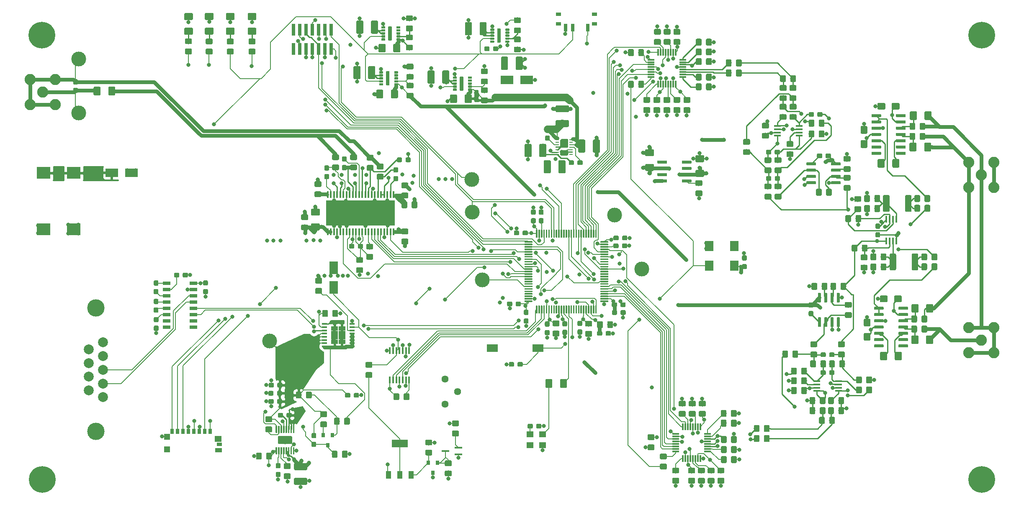
<source format=gbr>
G04 #@! TF.GenerationSoftware,KiCad,Pcbnew,(5.1.2)-1*
G04 #@! TF.CreationDate,2020-05-07T10:56:56-05:00*
G04 #@! TF.ProjectId,EMI_sensor_control_Rev2.0,454d495f-7365-46e7-936f-725f636f6e74,rev?*
G04 #@! TF.SameCoordinates,Original*
G04 #@! TF.FileFunction,Copper,L1,Top*
G04 #@! TF.FilePolarity,Positive*
%FSLAX46Y46*%
G04 Gerber Fmt 4.6, Leading zero omitted, Abs format (unit mm)*
G04 Created by KiCad (PCBNEW (5.1.2)-1) date 2020-05-07 10:56:56*
%MOMM*%
%LPD*%
G04 APERTURE LIST*
%ADD10C,0.100000*%
%ADD11C,0.300000*%
%ADD12C,3.000000*%
%ADD13C,1.150000*%
%ADD14R,8.260000X4.310000*%
%ADD15R,14.000000X5.200000*%
%ADD16R,0.400000X1.450000*%
%ADD17C,2.250000*%
%ADD18C,1.425000*%
%ADD19C,0.950000*%
%ADD20C,1.350000*%
%ADD21C,1.300000*%
%ADD22R,1.800000X2.500000*%
%ADD23R,2.500000X1.700000*%
%ADD24C,0.800000*%
%ADD25C,5.400000*%
%ADD26R,2.800000X2.400000*%
%ADD27R,0.740000X2.400000*%
%ADD28R,0.700000X1.000000*%
%ADD29R,1.150000X1.200000*%
%ADD30R,1.450000X1.200000*%
%ADD31R,1.000000X0.700000*%
%ADD32R,1.400000X0.900000*%
%ADD33C,2.000000*%
%ADD34C,3.500000*%
%ADD35R,0.800000X0.900000*%
%ADD36R,1.500000X0.450000*%
%ADD37C,1.440000*%
%ADD38R,0.700000X1.500000*%
%ADD39R,1.000000X0.800000*%
%ADD40R,2.180000X1.600000*%
%ADD41R,0.450000X1.450000*%
%ADD42R,1.000000X1.500000*%
%ADD43R,3.280000X1.500000*%
%ADD44C,0.450000*%
%ADD45C,0.500000*%
%ADD46C,0.700000*%
%ADD47C,0.600000*%
%ADD48R,0.700000X0.250000*%
%ADD49C,1.070000*%
%ADD50C,1.280000*%
%ADD51R,1.450000X0.300000*%
%ADD52R,0.300000X1.450000*%
%ADD53R,1.450000X0.450000*%
%ADD54R,1.800000X2.000000*%
%ADD55R,1.525000X0.650000*%
%ADD56C,1.650000*%
%ADD57R,1.470000X0.895000*%
%ADD58R,1.050000X0.450000*%
%ADD59R,1.400000X1.200000*%
%ADD60C,0.750000*%
%ADD61C,0.200000*%
%ADD62C,0.250000*%
%ADD63C,1.500000*%
%ADD64C,0.254000*%
G04 APERTURE END LIST*
D10*
G36*
X150800351Y-111840861D02*
G01*
X150807632Y-111841941D01*
X150814771Y-111843729D01*
X150821701Y-111846209D01*
X150828355Y-111849356D01*
X150834668Y-111853140D01*
X150840579Y-111857524D01*
X150846033Y-111862467D01*
X150850976Y-111867921D01*
X150855360Y-111873832D01*
X150859144Y-111880145D01*
X150862291Y-111886799D01*
X150864771Y-111893729D01*
X150866559Y-111900868D01*
X150867639Y-111908149D01*
X150868000Y-111915500D01*
X150868000Y-113365500D01*
X150867639Y-113372851D01*
X150866559Y-113380132D01*
X150864771Y-113387271D01*
X150862291Y-113394201D01*
X150859144Y-113400855D01*
X150855360Y-113407168D01*
X150850976Y-113413079D01*
X150846033Y-113418533D01*
X150840579Y-113423476D01*
X150834668Y-113427860D01*
X150828355Y-113431644D01*
X150821701Y-113434791D01*
X150814771Y-113437271D01*
X150807632Y-113439059D01*
X150800351Y-113440139D01*
X150793000Y-113440500D01*
X150643000Y-113440500D01*
X150635649Y-113440139D01*
X150628368Y-113439059D01*
X150621229Y-113437271D01*
X150614299Y-113434791D01*
X150607645Y-113431644D01*
X150601332Y-113427860D01*
X150595421Y-113423476D01*
X150589967Y-113418533D01*
X150585024Y-113413079D01*
X150580640Y-113407168D01*
X150576856Y-113400855D01*
X150573709Y-113394201D01*
X150571229Y-113387271D01*
X150569441Y-113380132D01*
X150568361Y-113372851D01*
X150568000Y-113365500D01*
X150568000Y-111915500D01*
X150568361Y-111908149D01*
X150569441Y-111900868D01*
X150571229Y-111893729D01*
X150573709Y-111886799D01*
X150576856Y-111880145D01*
X150580640Y-111873832D01*
X150585024Y-111867921D01*
X150589967Y-111862467D01*
X150595421Y-111857524D01*
X150601332Y-111853140D01*
X150607645Y-111849356D01*
X150614299Y-111846209D01*
X150621229Y-111843729D01*
X150628368Y-111841941D01*
X150635649Y-111840861D01*
X150643000Y-111840500D01*
X150793000Y-111840500D01*
X150800351Y-111840861D01*
X150800351Y-111840861D01*
G37*
D11*
X150718000Y-112640500D03*
D10*
G36*
X151300351Y-111840861D02*
G01*
X151307632Y-111841941D01*
X151314771Y-111843729D01*
X151321701Y-111846209D01*
X151328355Y-111849356D01*
X151334668Y-111853140D01*
X151340579Y-111857524D01*
X151346033Y-111862467D01*
X151350976Y-111867921D01*
X151355360Y-111873832D01*
X151359144Y-111880145D01*
X151362291Y-111886799D01*
X151364771Y-111893729D01*
X151366559Y-111900868D01*
X151367639Y-111908149D01*
X151368000Y-111915500D01*
X151368000Y-113365500D01*
X151367639Y-113372851D01*
X151366559Y-113380132D01*
X151364771Y-113387271D01*
X151362291Y-113394201D01*
X151359144Y-113400855D01*
X151355360Y-113407168D01*
X151350976Y-113413079D01*
X151346033Y-113418533D01*
X151340579Y-113423476D01*
X151334668Y-113427860D01*
X151328355Y-113431644D01*
X151321701Y-113434791D01*
X151314771Y-113437271D01*
X151307632Y-113439059D01*
X151300351Y-113440139D01*
X151293000Y-113440500D01*
X151143000Y-113440500D01*
X151135649Y-113440139D01*
X151128368Y-113439059D01*
X151121229Y-113437271D01*
X151114299Y-113434791D01*
X151107645Y-113431644D01*
X151101332Y-113427860D01*
X151095421Y-113423476D01*
X151089967Y-113418533D01*
X151085024Y-113413079D01*
X151080640Y-113407168D01*
X151076856Y-113400855D01*
X151073709Y-113394201D01*
X151071229Y-113387271D01*
X151069441Y-113380132D01*
X151068361Y-113372851D01*
X151068000Y-113365500D01*
X151068000Y-111915500D01*
X151068361Y-111908149D01*
X151069441Y-111900868D01*
X151071229Y-111893729D01*
X151073709Y-111886799D01*
X151076856Y-111880145D01*
X151080640Y-111873832D01*
X151085024Y-111867921D01*
X151089967Y-111862467D01*
X151095421Y-111857524D01*
X151101332Y-111853140D01*
X151107645Y-111849356D01*
X151114299Y-111846209D01*
X151121229Y-111843729D01*
X151128368Y-111841941D01*
X151135649Y-111840861D01*
X151143000Y-111840500D01*
X151293000Y-111840500D01*
X151300351Y-111840861D01*
X151300351Y-111840861D01*
G37*
D11*
X151218000Y-112640500D03*
D10*
G36*
X151800351Y-111840861D02*
G01*
X151807632Y-111841941D01*
X151814771Y-111843729D01*
X151821701Y-111846209D01*
X151828355Y-111849356D01*
X151834668Y-111853140D01*
X151840579Y-111857524D01*
X151846033Y-111862467D01*
X151850976Y-111867921D01*
X151855360Y-111873832D01*
X151859144Y-111880145D01*
X151862291Y-111886799D01*
X151864771Y-111893729D01*
X151866559Y-111900868D01*
X151867639Y-111908149D01*
X151868000Y-111915500D01*
X151868000Y-113365500D01*
X151867639Y-113372851D01*
X151866559Y-113380132D01*
X151864771Y-113387271D01*
X151862291Y-113394201D01*
X151859144Y-113400855D01*
X151855360Y-113407168D01*
X151850976Y-113413079D01*
X151846033Y-113418533D01*
X151840579Y-113423476D01*
X151834668Y-113427860D01*
X151828355Y-113431644D01*
X151821701Y-113434791D01*
X151814771Y-113437271D01*
X151807632Y-113439059D01*
X151800351Y-113440139D01*
X151793000Y-113440500D01*
X151643000Y-113440500D01*
X151635649Y-113440139D01*
X151628368Y-113439059D01*
X151621229Y-113437271D01*
X151614299Y-113434791D01*
X151607645Y-113431644D01*
X151601332Y-113427860D01*
X151595421Y-113423476D01*
X151589967Y-113418533D01*
X151585024Y-113413079D01*
X151580640Y-113407168D01*
X151576856Y-113400855D01*
X151573709Y-113394201D01*
X151571229Y-113387271D01*
X151569441Y-113380132D01*
X151568361Y-113372851D01*
X151568000Y-113365500D01*
X151568000Y-111915500D01*
X151568361Y-111908149D01*
X151569441Y-111900868D01*
X151571229Y-111893729D01*
X151573709Y-111886799D01*
X151576856Y-111880145D01*
X151580640Y-111873832D01*
X151585024Y-111867921D01*
X151589967Y-111862467D01*
X151595421Y-111857524D01*
X151601332Y-111853140D01*
X151607645Y-111849356D01*
X151614299Y-111846209D01*
X151621229Y-111843729D01*
X151628368Y-111841941D01*
X151635649Y-111840861D01*
X151643000Y-111840500D01*
X151793000Y-111840500D01*
X151800351Y-111840861D01*
X151800351Y-111840861D01*
G37*
D11*
X151718000Y-112640500D03*
D10*
G36*
X152300351Y-111840861D02*
G01*
X152307632Y-111841941D01*
X152314771Y-111843729D01*
X152321701Y-111846209D01*
X152328355Y-111849356D01*
X152334668Y-111853140D01*
X152340579Y-111857524D01*
X152346033Y-111862467D01*
X152350976Y-111867921D01*
X152355360Y-111873832D01*
X152359144Y-111880145D01*
X152362291Y-111886799D01*
X152364771Y-111893729D01*
X152366559Y-111900868D01*
X152367639Y-111908149D01*
X152368000Y-111915500D01*
X152368000Y-113365500D01*
X152367639Y-113372851D01*
X152366559Y-113380132D01*
X152364771Y-113387271D01*
X152362291Y-113394201D01*
X152359144Y-113400855D01*
X152355360Y-113407168D01*
X152350976Y-113413079D01*
X152346033Y-113418533D01*
X152340579Y-113423476D01*
X152334668Y-113427860D01*
X152328355Y-113431644D01*
X152321701Y-113434791D01*
X152314771Y-113437271D01*
X152307632Y-113439059D01*
X152300351Y-113440139D01*
X152293000Y-113440500D01*
X152143000Y-113440500D01*
X152135649Y-113440139D01*
X152128368Y-113439059D01*
X152121229Y-113437271D01*
X152114299Y-113434791D01*
X152107645Y-113431644D01*
X152101332Y-113427860D01*
X152095421Y-113423476D01*
X152089967Y-113418533D01*
X152085024Y-113413079D01*
X152080640Y-113407168D01*
X152076856Y-113400855D01*
X152073709Y-113394201D01*
X152071229Y-113387271D01*
X152069441Y-113380132D01*
X152068361Y-113372851D01*
X152068000Y-113365500D01*
X152068000Y-111915500D01*
X152068361Y-111908149D01*
X152069441Y-111900868D01*
X152071229Y-111893729D01*
X152073709Y-111886799D01*
X152076856Y-111880145D01*
X152080640Y-111873832D01*
X152085024Y-111867921D01*
X152089967Y-111862467D01*
X152095421Y-111857524D01*
X152101332Y-111853140D01*
X152107645Y-111849356D01*
X152114299Y-111846209D01*
X152121229Y-111843729D01*
X152128368Y-111841941D01*
X152135649Y-111840861D01*
X152143000Y-111840500D01*
X152293000Y-111840500D01*
X152300351Y-111840861D01*
X152300351Y-111840861D01*
G37*
D11*
X152218000Y-112640500D03*
D10*
G36*
X152800351Y-111840861D02*
G01*
X152807632Y-111841941D01*
X152814771Y-111843729D01*
X152821701Y-111846209D01*
X152828355Y-111849356D01*
X152834668Y-111853140D01*
X152840579Y-111857524D01*
X152846033Y-111862467D01*
X152850976Y-111867921D01*
X152855360Y-111873832D01*
X152859144Y-111880145D01*
X152862291Y-111886799D01*
X152864771Y-111893729D01*
X152866559Y-111900868D01*
X152867639Y-111908149D01*
X152868000Y-111915500D01*
X152868000Y-113365500D01*
X152867639Y-113372851D01*
X152866559Y-113380132D01*
X152864771Y-113387271D01*
X152862291Y-113394201D01*
X152859144Y-113400855D01*
X152855360Y-113407168D01*
X152850976Y-113413079D01*
X152846033Y-113418533D01*
X152840579Y-113423476D01*
X152834668Y-113427860D01*
X152828355Y-113431644D01*
X152821701Y-113434791D01*
X152814771Y-113437271D01*
X152807632Y-113439059D01*
X152800351Y-113440139D01*
X152793000Y-113440500D01*
X152643000Y-113440500D01*
X152635649Y-113440139D01*
X152628368Y-113439059D01*
X152621229Y-113437271D01*
X152614299Y-113434791D01*
X152607645Y-113431644D01*
X152601332Y-113427860D01*
X152595421Y-113423476D01*
X152589967Y-113418533D01*
X152585024Y-113413079D01*
X152580640Y-113407168D01*
X152576856Y-113400855D01*
X152573709Y-113394201D01*
X152571229Y-113387271D01*
X152569441Y-113380132D01*
X152568361Y-113372851D01*
X152568000Y-113365500D01*
X152568000Y-111915500D01*
X152568361Y-111908149D01*
X152569441Y-111900868D01*
X152571229Y-111893729D01*
X152573709Y-111886799D01*
X152576856Y-111880145D01*
X152580640Y-111873832D01*
X152585024Y-111867921D01*
X152589967Y-111862467D01*
X152595421Y-111857524D01*
X152601332Y-111853140D01*
X152607645Y-111849356D01*
X152614299Y-111846209D01*
X152621229Y-111843729D01*
X152628368Y-111841941D01*
X152635649Y-111840861D01*
X152643000Y-111840500D01*
X152793000Y-111840500D01*
X152800351Y-111840861D01*
X152800351Y-111840861D01*
G37*
D11*
X152718000Y-112640500D03*
D10*
G36*
X153300351Y-111840861D02*
G01*
X153307632Y-111841941D01*
X153314771Y-111843729D01*
X153321701Y-111846209D01*
X153328355Y-111849356D01*
X153334668Y-111853140D01*
X153340579Y-111857524D01*
X153346033Y-111862467D01*
X153350976Y-111867921D01*
X153355360Y-111873832D01*
X153359144Y-111880145D01*
X153362291Y-111886799D01*
X153364771Y-111893729D01*
X153366559Y-111900868D01*
X153367639Y-111908149D01*
X153368000Y-111915500D01*
X153368000Y-113365500D01*
X153367639Y-113372851D01*
X153366559Y-113380132D01*
X153364771Y-113387271D01*
X153362291Y-113394201D01*
X153359144Y-113400855D01*
X153355360Y-113407168D01*
X153350976Y-113413079D01*
X153346033Y-113418533D01*
X153340579Y-113423476D01*
X153334668Y-113427860D01*
X153328355Y-113431644D01*
X153321701Y-113434791D01*
X153314771Y-113437271D01*
X153307632Y-113439059D01*
X153300351Y-113440139D01*
X153293000Y-113440500D01*
X153143000Y-113440500D01*
X153135649Y-113440139D01*
X153128368Y-113439059D01*
X153121229Y-113437271D01*
X153114299Y-113434791D01*
X153107645Y-113431644D01*
X153101332Y-113427860D01*
X153095421Y-113423476D01*
X153089967Y-113418533D01*
X153085024Y-113413079D01*
X153080640Y-113407168D01*
X153076856Y-113400855D01*
X153073709Y-113394201D01*
X153071229Y-113387271D01*
X153069441Y-113380132D01*
X153068361Y-113372851D01*
X153068000Y-113365500D01*
X153068000Y-111915500D01*
X153068361Y-111908149D01*
X153069441Y-111900868D01*
X153071229Y-111893729D01*
X153073709Y-111886799D01*
X153076856Y-111880145D01*
X153080640Y-111873832D01*
X153085024Y-111867921D01*
X153089967Y-111862467D01*
X153095421Y-111857524D01*
X153101332Y-111853140D01*
X153107645Y-111849356D01*
X153114299Y-111846209D01*
X153121229Y-111843729D01*
X153128368Y-111841941D01*
X153135649Y-111840861D01*
X153143000Y-111840500D01*
X153293000Y-111840500D01*
X153300351Y-111840861D01*
X153300351Y-111840861D01*
G37*
D11*
X153218000Y-112640500D03*
D10*
G36*
X153800351Y-111840861D02*
G01*
X153807632Y-111841941D01*
X153814771Y-111843729D01*
X153821701Y-111846209D01*
X153828355Y-111849356D01*
X153834668Y-111853140D01*
X153840579Y-111857524D01*
X153846033Y-111862467D01*
X153850976Y-111867921D01*
X153855360Y-111873832D01*
X153859144Y-111880145D01*
X153862291Y-111886799D01*
X153864771Y-111893729D01*
X153866559Y-111900868D01*
X153867639Y-111908149D01*
X153868000Y-111915500D01*
X153868000Y-113365500D01*
X153867639Y-113372851D01*
X153866559Y-113380132D01*
X153864771Y-113387271D01*
X153862291Y-113394201D01*
X153859144Y-113400855D01*
X153855360Y-113407168D01*
X153850976Y-113413079D01*
X153846033Y-113418533D01*
X153840579Y-113423476D01*
X153834668Y-113427860D01*
X153828355Y-113431644D01*
X153821701Y-113434791D01*
X153814771Y-113437271D01*
X153807632Y-113439059D01*
X153800351Y-113440139D01*
X153793000Y-113440500D01*
X153643000Y-113440500D01*
X153635649Y-113440139D01*
X153628368Y-113439059D01*
X153621229Y-113437271D01*
X153614299Y-113434791D01*
X153607645Y-113431644D01*
X153601332Y-113427860D01*
X153595421Y-113423476D01*
X153589967Y-113418533D01*
X153585024Y-113413079D01*
X153580640Y-113407168D01*
X153576856Y-113400855D01*
X153573709Y-113394201D01*
X153571229Y-113387271D01*
X153569441Y-113380132D01*
X153568361Y-113372851D01*
X153568000Y-113365500D01*
X153568000Y-111915500D01*
X153568361Y-111908149D01*
X153569441Y-111900868D01*
X153571229Y-111893729D01*
X153573709Y-111886799D01*
X153576856Y-111880145D01*
X153580640Y-111873832D01*
X153585024Y-111867921D01*
X153589967Y-111862467D01*
X153595421Y-111857524D01*
X153601332Y-111853140D01*
X153607645Y-111849356D01*
X153614299Y-111846209D01*
X153621229Y-111843729D01*
X153628368Y-111841941D01*
X153635649Y-111840861D01*
X153643000Y-111840500D01*
X153793000Y-111840500D01*
X153800351Y-111840861D01*
X153800351Y-111840861D01*
G37*
D11*
X153718000Y-112640500D03*
D10*
G36*
X154300351Y-111840861D02*
G01*
X154307632Y-111841941D01*
X154314771Y-111843729D01*
X154321701Y-111846209D01*
X154328355Y-111849356D01*
X154334668Y-111853140D01*
X154340579Y-111857524D01*
X154346033Y-111862467D01*
X154350976Y-111867921D01*
X154355360Y-111873832D01*
X154359144Y-111880145D01*
X154362291Y-111886799D01*
X154364771Y-111893729D01*
X154366559Y-111900868D01*
X154367639Y-111908149D01*
X154368000Y-111915500D01*
X154368000Y-113365500D01*
X154367639Y-113372851D01*
X154366559Y-113380132D01*
X154364771Y-113387271D01*
X154362291Y-113394201D01*
X154359144Y-113400855D01*
X154355360Y-113407168D01*
X154350976Y-113413079D01*
X154346033Y-113418533D01*
X154340579Y-113423476D01*
X154334668Y-113427860D01*
X154328355Y-113431644D01*
X154321701Y-113434791D01*
X154314771Y-113437271D01*
X154307632Y-113439059D01*
X154300351Y-113440139D01*
X154293000Y-113440500D01*
X154143000Y-113440500D01*
X154135649Y-113440139D01*
X154128368Y-113439059D01*
X154121229Y-113437271D01*
X154114299Y-113434791D01*
X154107645Y-113431644D01*
X154101332Y-113427860D01*
X154095421Y-113423476D01*
X154089967Y-113418533D01*
X154085024Y-113413079D01*
X154080640Y-113407168D01*
X154076856Y-113400855D01*
X154073709Y-113394201D01*
X154071229Y-113387271D01*
X154069441Y-113380132D01*
X154068361Y-113372851D01*
X154068000Y-113365500D01*
X154068000Y-111915500D01*
X154068361Y-111908149D01*
X154069441Y-111900868D01*
X154071229Y-111893729D01*
X154073709Y-111886799D01*
X154076856Y-111880145D01*
X154080640Y-111873832D01*
X154085024Y-111867921D01*
X154089967Y-111862467D01*
X154095421Y-111857524D01*
X154101332Y-111853140D01*
X154107645Y-111849356D01*
X154114299Y-111846209D01*
X154121229Y-111843729D01*
X154128368Y-111841941D01*
X154135649Y-111840861D01*
X154143000Y-111840500D01*
X154293000Y-111840500D01*
X154300351Y-111840861D01*
X154300351Y-111840861D01*
G37*
D11*
X154218000Y-112640500D03*
D10*
G36*
X154800351Y-111840861D02*
G01*
X154807632Y-111841941D01*
X154814771Y-111843729D01*
X154821701Y-111846209D01*
X154828355Y-111849356D01*
X154834668Y-111853140D01*
X154840579Y-111857524D01*
X154846033Y-111862467D01*
X154850976Y-111867921D01*
X154855360Y-111873832D01*
X154859144Y-111880145D01*
X154862291Y-111886799D01*
X154864771Y-111893729D01*
X154866559Y-111900868D01*
X154867639Y-111908149D01*
X154868000Y-111915500D01*
X154868000Y-113365500D01*
X154867639Y-113372851D01*
X154866559Y-113380132D01*
X154864771Y-113387271D01*
X154862291Y-113394201D01*
X154859144Y-113400855D01*
X154855360Y-113407168D01*
X154850976Y-113413079D01*
X154846033Y-113418533D01*
X154840579Y-113423476D01*
X154834668Y-113427860D01*
X154828355Y-113431644D01*
X154821701Y-113434791D01*
X154814771Y-113437271D01*
X154807632Y-113439059D01*
X154800351Y-113440139D01*
X154793000Y-113440500D01*
X154643000Y-113440500D01*
X154635649Y-113440139D01*
X154628368Y-113439059D01*
X154621229Y-113437271D01*
X154614299Y-113434791D01*
X154607645Y-113431644D01*
X154601332Y-113427860D01*
X154595421Y-113423476D01*
X154589967Y-113418533D01*
X154585024Y-113413079D01*
X154580640Y-113407168D01*
X154576856Y-113400855D01*
X154573709Y-113394201D01*
X154571229Y-113387271D01*
X154569441Y-113380132D01*
X154568361Y-113372851D01*
X154568000Y-113365500D01*
X154568000Y-111915500D01*
X154568361Y-111908149D01*
X154569441Y-111900868D01*
X154571229Y-111893729D01*
X154573709Y-111886799D01*
X154576856Y-111880145D01*
X154580640Y-111873832D01*
X154585024Y-111867921D01*
X154589967Y-111862467D01*
X154595421Y-111857524D01*
X154601332Y-111853140D01*
X154607645Y-111849356D01*
X154614299Y-111846209D01*
X154621229Y-111843729D01*
X154628368Y-111841941D01*
X154635649Y-111840861D01*
X154643000Y-111840500D01*
X154793000Y-111840500D01*
X154800351Y-111840861D01*
X154800351Y-111840861D01*
G37*
D11*
X154718000Y-112640500D03*
D10*
G36*
X155300351Y-111840861D02*
G01*
X155307632Y-111841941D01*
X155314771Y-111843729D01*
X155321701Y-111846209D01*
X155328355Y-111849356D01*
X155334668Y-111853140D01*
X155340579Y-111857524D01*
X155346033Y-111862467D01*
X155350976Y-111867921D01*
X155355360Y-111873832D01*
X155359144Y-111880145D01*
X155362291Y-111886799D01*
X155364771Y-111893729D01*
X155366559Y-111900868D01*
X155367639Y-111908149D01*
X155368000Y-111915500D01*
X155368000Y-113365500D01*
X155367639Y-113372851D01*
X155366559Y-113380132D01*
X155364771Y-113387271D01*
X155362291Y-113394201D01*
X155359144Y-113400855D01*
X155355360Y-113407168D01*
X155350976Y-113413079D01*
X155346033Y-113418533D01*
X155340579Y-113423476D01*
X155334668Y-113427860D01*
X155328355Y-113431644D01*
X155321701Y-113434791D01*
X155314771Y-113437271D01*
X155307632Y-113439059D01*
X155300351Y-113440139D01*
X155293000Y-113440500D01*
X155143000Y-113440500D01*
X155135649Y-113440139D01*
X155128368Y-113439059D01*
X155121229Y-113437271D01*
X155114299Y-113434791D01*
X155107645Y-113431644D01*
X155101332Y-113427860D01*
X155095421Y-113423476D01*
X155089967Y-113418533D01*
X155085024Y-113413079D01*
X155080640Y-113407168D01*
X155076856Y-113400855D01*
X155073709Y-113394201D01*
X155071229Y-113387271D01*
X155069441Y-113380132D01*
X155068361Y-113372851D01*
X155068000Y-113365500D01*
X155068000Y-111915500D01*
X155068361Y-111908149D01*
X155069441Y-111900868D01*
X155071229Y-111893729D01*
X155073709Y-111886799D01*
X155076856Y-111880145D01*
X155080640Y-111873832D01*
X155085024Y-111867921D01*
X155089967Y-111862467D01*
X155095421Y-111857524D01*
X155101332Y-111853140D01*
X155107645Y-111849356D01*
X155114299Y-111846209D01*
X155121229Y-111843729D01*
X155128368Y-111841941D01*
X155135649Y-111840861D01*
X155143000Y-111840500D01*
X155293000Y-111840500D01*
X155300351Y-111840861D01*
X155300351Y-111840861D01*
G37*
D11*
X155218000Y-112640500D03*
D10*
G36*
X155800351Y-111840861D02*
G01*
X155807632Y-111841941D01*
X155814771Y-111843729D01*
X155821701Y-111846209D01*
X155828355Y-111849356D01*
X155834668Y-111853140D01*
X155840579Y-111857524D01*
X155846033Y-111862467D01*
X155850976Y-111867921D01*
X155855360Y-111873832D01*
X155859144Y-111880145D01*
X155862291Y-111886799D01*
X155864771Y-111893729D01*
X155866559Y-111900868D01*
X155867639Y-111908149D01*
X155868000Y-111915500D01*
X155868000Y-113365500D01*
X155867639Y-113372851D01*
X155866559Y-113380132D01*
X155864771Y-113387271D01*
X155862291Y-113394201D01*
X155859144Y-113400855D01*
X155855360Y-113407168D01*
X155850976Y-113413079D01*
X155846033Y-113418533D01*
X155840579Y-113423476D01*
X155834668Y-113427860D01*
X155828355Y-113431644D01*
X155821701Y-113434791D01*
X155814771Y-113437271D01*
X155807632Y-113439059D01*
X155800351Y-113440139D01*
X155793000Y-113440500D01*
X155643000Y-113440500D01*
X155635649Y-113440139D01*
X155628368Y-113439059D01*
X155621229Y-113437271D01*
X155614299Y-113434791D01*
X155607645Y-113431644D01*
X155601332Y-113427860D01*
X155595421Y-113423476D01*
X155589967Y-113418533D01*
X155585024Y-113413079D01*
X155580640Y-113407168D01*
X155576856Y-113400855D01*
X155573709Y-113394201D01*
X155571229Y-113387271D01*
X155569441Y-113380132D01*
X155568361Y-113372851D01*
X155568000Y-113365500D01*
X155568000Y-111915500D01*
X155568361Y-111908149D01*
X155569441Y-111900868D01*
X155571229Y-111893729D01*
X155573709Y-111886799D01*
X155576856Y-111880145D01*
X155580640Y-111873832D01*
X155585024Y-111867921D01*
X155589967Y-111862467D01*
X155595421Y-111857524D01*
X155601332Y-111853140D01*
X155607645Y-111849356D01*
X155614299Y-111846209D01*
X155621229Y-111843729D01*
X155628368Y-111841941D01*
X155635649Y-111840861D01*
X155643000Y-111840500D01*
X155793000Y-111840500D01*
X155800351Y-111840861D01*
X155800351Y-111840861D01*
G37*
D11*
X155718000Y-112640500D03*
D10*
G36*
X156300351Y-111840861D02*
G01*
X156307632Y-111841941D01*
X156314771Y-111843729D01*
X156321701Y-111846209D01*
X156328355Y-111849356D01*
X156334668Y-111853140D01*
X156340579Y-111857524D01*
X156346033Y-111862467D01*
X156350976Y-111867921D01*
X156355360Y-111873832D01*
X156359144Y-111880145D01*
X156362291Y-111886799D01*
X156364771Y-111893729D01*
X156366559Y-111900868D01*
X156367639Y-111908149D01*
X156368000Y-111915500D01*
X156368000Y-113365500D01*
X156367639Y-113372851D01*
X156366559Y-113380132D01*
X156364771Y-113387271D01*
X156362291Y-113394201D01*
X156359144Y-113400855D01*
X156355360Y-113407168D01*
X156350976Y-113413079D01*
X156346033Y-113418533D01*
X156340579Y-113423476D01*
X156334668Y-113427860D01*
X156328355Y-113431644D01*
X156321701Y-113434791D01*
X156314771Y-113437271D01*
X156307632Y-113439059D01*
X156300351Y-113440139D01*
X156293000Y-113440500D01*
X156143000Y-113440500D01*
X156135649Y-113440139D01*
X156128368Y-113439059D01*
X156121229Y-113437271D01*
X156114299Y-113434791D01*
X156107645Y-113431644D01*
X156101332Y-113427860D01*
X156095421Y-113423476D01*
X156089967Y-113418533D01*
X156085024Y-113413079D01*
X156080640Y-113407168D01*
X156076856Y-113400855D01*
X156073709Y-113394201D01*
X156071229Y-113387271D01*
X156069441Y-113380132D01*
X156068361Y-113372851D01*
X156068000Y-113365500D01*
X156068000Y-111915500D01*
X156068361Y-111908149D01*
X156069441Y-111900868D01*
X156071229Y-111893729D01*
X156073709Y-111886799D01*
X156076856Y-111880145D01*
X156080640Y-111873832D01*
X156085024Y-111867921D01*
X156089967Y-111862467D01*
X156095421Y-111857524D01*
X156101332Y-111853140D01*
X156107645Y-111849356D01*
X156114299Y-111846209D01*
X156121229Y-111843729D01*
X156128368Y-111841941D01*
X156135649Y-111840861D01*
X156143000Y-111840500D01*
X156293000Y-111840500D01*
X156300351Y-111840861D01*
X156300351Y-111840861D01*
G37*
D11*
X156218000Y-112640500D03*
D10*
G36*
X156800351Y-111840861D02*
G01*
X156807632Y-111841941D01*
X156814771Y-111843729D01*
X156821701Y-111846209D01*
X156828355Y-111849356D01*
X156834668Y-111853140D01*
X156840579Y-111857524D01*
X156846033Y-111862467D01*
X156850976Y-111867921D01*
X156855360Y-111873832D01*
X156859144Y-111880145D01*
X156862291Y-111886799D01*
X156864771Y-111893729D01*
X156866559Y-111900868D01*
X156867639Y-111908149D01*
X156868000Y-111915500D01*
X156868000Y-113365500D01*
X156867639Y-113372851D01*
X156866559Y-113380132D01*
X156864771Y-113387271D01*
X156862291Y-113394201D01*
X156859144Y-113400855D01*
X156855360Y-113407168D01*
X156850976Y-113413079D01*
X156846033Y-113418533D01*
X156840579Y-113423476D01*
X156834668Y-113427860D01*
X156828355Y-113431644D01*
X156821701Y-113434791D01*
X156814771Y-113437271D01*
X156807632Y-113439059D01*
X156800351Y-113440139D01*
X156793000Y-113440500D01*
X156643000Y-113440500D01*
X156635649Y-113440139D01*
X156628368Y-113439059D01*
X156621229Y-113437271D01*
X156614299Y-113434791D01*
X156607645Y-113431644D01*
X156601332Y-113427860D01*
X156595421Y-113423476D01*
X156589967Y-113418533D01*
X156585024Y-113413079D01*
X156580640Y-113407168D01*
X156576856Y-113400855D01*
X156573709Y-113394201D01*
X156571229Y-113387271D01*
X156569441Y-113380132D01*
X156568361Y-113372851D01*
X156568000Y-113365500D01*
X156568000Y-111915500D01*
X156568361Y-111908149D01*
X156569441Y-111900868D01*
X156571229Y-111893729D01*
X156573709Y-111886799D01*
X156576856Y-111880145D01*
X156580640Y-111873832D01*
X156585024Y-111867921D01*
X156589967Y-111862467D01*
X156595421Y-111857524D01*
X156601332Y-111853140D01*
X156607645Y-111849356D01*
X156614299Y-111846209D01*
X156621229Y-111843729D01*
X156628368Y-111841941D01*
X156635649Y-111840861D01*
X156643000Y-111840500D01*
X156793000Y-111840500D01*
X156800351Y-111840861D01*
X156800351Y-111840861D01*
G37*
D11*
X156718000Y-112640500D03*
D10*
G36*
X157300351Y-111840861D02*
G01*
X157307632Y-111841941D01*
X157314771Y-111843729D01*
X157321701Y-111846209D01*
X157328355Y-111849356D01*
X157334668Y-111853140D01*
X157340579Y-111857524D01*
X157346033Y-111862467D01*
X157350976Y-111867921D01*
X157355360Y-111873832D01*
X157359144Y-111880145D01*
X157362291Y-111886799D01*
X157364771Y-111893729D01*
X157366559Y-111900868D01*
X157367639Y-111908149D01*
X157368000Y-111915500D01*
X157368000Y-113365500D01*
X157367639Y-113372851D01*
X157366559Y-113380132D01*
X157364771Y-113387271D01*
X157362291Y-113394201D01*
X157359144Y-113400855D01*
X157355360Y-113407168D01*
X157350976Y-113413079D01*
X157346033Y-113418533D01*
X157340579Y-113423476D01*
X157334668Y-113427860D01*
X157328355Y-113431644D01*
X157321701Y-113434791D01*
X157314771Y-113437271D01*
X157307632Y-113439059D01*
X157300351Y-113440139D01*
X157293000Y-113440500D01*
X157143000Y-113440500D01*
X157135649Y-113440139D01*
X157128368Y-113439059D01*
X157121229Y-113437271D01*
X157114299Y-113434791D01*
X157107645Y-113431644D01*
X157101332Y-113427860D01*
X157095421Y-113423476D01*
X157089967Y-113418533D01*
X157085024Y-113413079D01*
X157080640Y-113407168D01*
X157076856Y-113400855D01*
X157073709Y-113394201D01*
X157071229Y-113387271D01*
X157069441Y-113380132D01*
X157068361Y-113372851D01*
X157068000Y-113365500D01*
X157068000Y-111915500D01*
X157068361Y-111908149D01*
X157069441Y-111900868D01*
X157071229Y-111893729D01*
X157073709Y-111886799D01*
X157076856Y-111880145D01*
X157080640Y-111873832D01*
X157085024Y-111867921D01*
X157089967Y-111862467D01*
X157095421Y-111857524D01*
X157101332Y-111853140D01*
X157107645Y-111849356D01*
X157114299Y-111846209D01*
X157121229Y-111843729D01*
X157128368Y-111841941D01*
X157135649Y-111840861D01*
X157143000Y-111840500D01*
X157293000Y-111840500D01*
X157300351Y-111840861D01*
X157300351Y-111840861D01*
G37*
D11*
X157218000Y-112640500D03*
D10*
G36*
X157800351Y-111840861D02*
G01*
X157807632Y-111841941D01*
X157814771Y-111843729D01*
X157821701Y-111846209D01*
X157828355Y-111849356D01*
X157834668Y-111853140D01*
X157840579Y-111857524D01*
X157846033Y-111862467D01*
X157850976Y-111867921D01*
X157855360Y-111873832D01*
X157859144Y-111880145D01*
X157862291Y-111886799D01*
X157864771Y-111893729D01*
X157866559Y-111900868D01*
X157867639Y-111908149D01*
X157868000Y-111915500D01*
X157868000Y-113365500D01*
X157867639Y-113372851D01*
X157866559Y-113380132D01*
X157864771Y-113387271D01*
X157862291Y-113394201D01*
X157859144Y-113400855D01*
X157855360Y-113407168D01*
X157850976Y-113413079D01*
X157846033Y-113418533D01*
X157840579Y-113423476D01*
X157834668Y-113427860D01*
X157828355Y-113431644D01*
X157821701Y-113434791D01*
X157814771Y-113437271D01*
X157807632Y-113439059D01*
X157800351Y-113440139D01*
X157793000Y-113440500D01*
X157643000Y-113440500D01*
X157635649Y-113440139D01*
X157628368Y-113439059D01*
X157621229Y-113437271D01*
X157614299Y-113434791D01*
X157607645Y-113431644D01*
X157601332Y-113427860D01*
X157595421Y-113423476D01*
X157589967Y-113418533D01*
X157585024Y-113413079D01*
X157580640Y-113407168D01*
X157576856Y-113400855D01*
X157573709Y-113394201D01*
X157571229Y-113387271D01*
X157569441Y-113380132D01*
X157568361Y-113372851D01*
X157568000Y-113365500D01*
X157568000Y-111915500D01*
X157568361Y-111908149D01*
X157569441Y-111900868D01*
X157571229Y-111893729D01*
X157573709Y-111886799D01*
X157576856Y-111880145D01*
X157580640Y-111873832D01*
X157585024Y-111867921D01*
X157589967Y-111862467D01*
X157595421Y-111857524D01*
X157601332Y-111853140D01*
X157607645Y-111849356D01*
X157614299Y-111846209D01*
X157621229Y-111843729D01*
X157628368Y-111841941D01*
X157635649Y-111840861D01*
X157643000Y-111840500D01*
X157793000Y-111840500D01*
X157800351Y-111840861D01*
X157800351Y-111840861D01*
G37*
D11*
X157718000Y-112640500D03*
D10*
G36*
X158300351Y-111840861D02*
G01*
X158307632Y-111841941D01*
X158314771Y-111843729D01*
X158321701Y-111846209D01*
X158328355Y-111849356D01*
X158334668Y-111853140D01*
X158340579Y-111857524D01*
X158346033Y-111862467D01*
X158350976Y-111867921D01*
X158355360Y-111873832D01*
X158359144Y-111880145D01*
X158362291Y-111886799D01*
X158364771Y-111893729D01*
X158366559Y-111900868D01*
X158367639Y-111908149D01*
X158368000Y-111915500D01*
X158368000Y-113365500D01*
X158367639Y-113372851D01*
X158366559Y-113380132D01*
X158364771Y-113387271D01*
X158362291Y-113394201D01*
X158359144Y-113400855D01*
X158355360Y-113407168D01*
X158350976Y-113413079D01*
X158346033Y-113418533D01*
X158340579Y-113423476D01*
X158334668Y-113427860D01*
X158328355Y-113431644D01*
X158321701Y-113434791D01*
X158314771Y-113437271D01*
X158307632Y-113439059D01*
X158300351Y-113440139D01*
X158293000Y-113440500D01*
X158143000Y-113440500D01*
X158135649Y-113440139D01*
X158128368Y-113439059D01*
X158121229Y-113437271D01*
X158114299Y-113434791D01*
X158107645Y-113431644D01*
X158101332Y-113427860D01*
X158095421Y-113423476D01*
X158089967Y-113418533D01*
X158085024Y-113413079D01*
X158080640Y-113407168D01*
X158076856Y-113400855D01*
X158073709Y-113394201D01*
X158071229Y-113387271D01*
X158069441Y-113380132D01*
X158068361Y-113372851D01*
X158068000Y-113365500D01*
X158068000Y-111915500D01*
X158068361Y-111908149D01*
X158069441Y-111900868D01*
X158071229Y-111893729D01*
X158073709Y-111886799D01*
X158076856Y-111880145D01*
X158080640Y-111873832D01*
X158085024Y-111867921D01*
X158089967Y-111862467D01*
X158095421Y-111857524D01*
X158101332Y-111853140D01*
X158107645Y-111849356D01*
X158114299Y-111846209D01*
X158121229Y-111843729D01*
X158128368Y-111841941D01*
X158135649Y-111840861D01*
X158143000Y-111840500D01*
X158293000Y-111840500D01*
X158300351Y-111840861D01*
X158300351Y-111840861D01*
G37*
D11*
X158218000Y-112640500D03*
D10*
G36*
X158800351Y-111840861D02*
G01*
X158807632Y-111841941D01*
X158814771Y-111843729D01*
X158821701Y-111846209D01*
X158828355Y-111849356D01*
X158834668Y-111853140D01*
X158840579Y-111857524D01*
X158846033Y-111862467D01*
X158850976Y-111867921D01*
X158855360Y-111873832D01*
X158859144Y-111880145D01*
X158862291Y-111886799D01*
X158864771Y-111893729D01*
X158866559Y-111900868D01*
X158867639Y-111908149D01*
X158868000Y-111915500D01*
X158868000Y-113365500D01*
X158867639Y-113372851D01*
X158866559Y-113380132D01*
X158864771Y-113387271D01*
X158862291Y-113394201D01*
X158859144Y-113400855D01*
X158855360Y-113407168D01*
X158850976Y-113413079D01*
X158846033Y-113418533D01*
X158840579Y-113423476D01*
X158834668Y-113427860D01*
X158828355Y-113431644D01*
X158821701Y-113434791D01*
X158814771Y-113437271D01*
X158807632Y-113439059D01*
X158800351Y-113440139D01*
X158793000Y-113440500D01*
X158643000Y-113440500D01*
X158635649Y-113440139D01*
X158628368Y-113439059D01*
X158621229Y-113437271D01*
X158614299Y-113434791D01*
X158607645Y-113431644D01*
X158601332Y-113427860D01*
X158595421Y-113423476D01*
X158589967Y-113418533D01*
X158585024Y-113413079D01*
X158580640Y-113407168D01*
X158576856Y-113400855D01*
X158573709Y-113394201D01*
X158571229Y-113387271D01*
X158569441Y-113380132D01*
X158568361Y-113372851D01*
X158568000Y-113365500D01*
X158568000Y-111915500D01*
X158568361Y-111908149D01*
X158569441Y-111900868D01*
X158571229Y-111893729D01*
X158573709Y-111886799D01*
X158576856Y-111880145D01*
X158580640Y-111873832D01*
X158585024Y-111867921D01*
X158589967Y-111862467D01*
X158595421Y-111857524D01*
X158601332Y-111853140D01*
X158607645Y-111849356D01*
X158614299Y-111846209D01*
X158621229Y-111843729D01*
X158628368Y-111841941D01*
X158635649Y-111840861D01*
X158643000Y-111840500D01*
X158793000Y-111840500D01*
X158800351Y-111840861D01*
X158800351Y-111840861D01*
G37*
D11*
X158718000Y-112640500D03*
D10*
G36*
X159300351Y-111840861D02*
G01*
X159307632Y-111841941D01*
X159314771Y-111843729D01*
X159321701Y-111846209D01*
X159328355Y-111849356D01*
X159334668Y-111853140D01*
X159340579Y-111857524D01*
X159346033Y-111862467D01*
X159350976Y-111867921D01*
X159355360Y-111873832D01*
X159359144Y-111880145D01*
X159362291Y-111886799D01*
X159364771Y-111893729D01*
X159366559Y-111900868D01*
X159367639Y-111908149D01*
X159368000Y-111915500D01*
X159368000Y-113365500D01*
X159367639Y-113372851D01*
X159366559Y-113380132D01*
X159364771Y-113387271D01*
X159362291Y-113394201D01*
X159359144Y-113400855D01*
X159355360Y-113407168D01*
X159350976Y-113413079D01*
X159346033Y-113418533D01*
X159340579Y-113423476D01*
X159334668Y-113427860D01*
X159328355Y-113431644D01*
X159321701Y-113434791D01*
X159314771Y-113437271D01*
X159307632Y-113439059D01*
X159300351Y-113440139D01*
X159293000Y-113440500D01*
X159143000Y-113440500D01*
X159135649Y-113440139D01*
X159128368Y-113439059D01*
X159121229Y-113437271D01*
X159114299Y-113434791D01*
X159107645Y-113431644D01*
X159101332Y-113427860D01*
X159095421Y-113423476D01*
X159089967Y-113418533D01*
X159085024Y-113413079D01*
X159080640Y-113407168D01*
X159076856Y-113400855D01*
X159073709Y-113394201D01*
X159071229Y-113387271D01*
X159069441Y-113380132D01*
X159068361Y-113372851D01*
X159068000Y-113365500D01*
X159068000Y-111915500D01*
X159068361Y-111908149D01*
X159069441Y-111900868D01*
X159071229Y-111893729D01*
X159073709Y-111886799D01*
X159076856Y-111880145D01*
X159080640Y-111873832D01*
X159085024Y-111867921D01*
X159089967Y-111862467D01*
X159095421Y-111857524D01*
X159101332Y-111853140D01*
X159107645Y-111849356D01*
X159114299Y-111846209D01*
X159121229Y-111843729D01*
X159128368Y-111841941D01*
X159135649Y-111840861D01*
X159143000Y-111840500D01*
X159293000Y-111840500D01*
X159300351Y-111840861D01*
X159300351Y-111840861D01*
G37*
D11*
X159218000Y-112640500D03*
D10*
G36*
X159800351Y-111840861D02*
G01*
X159807632Y-111841941D01*
X159814771Y-111843729D01*
X159821701Y-111846209D01*
X159828355Y-111849356D01*
X159834668Y-111853140D01*
X159840579Y-111857524D01*
X159846033Y-111862467D01*
X159850976Y-111867921D01*
X159855360Y-111873832D01*
X159859144Y-111880145D01*
X159862291Y-111886799D01*
X159864771Y-111893729D01*
X159866559Y-111900868D01*
X159867639Y-111908149D01*
X159868000Y-111915500D01*
X159868000Y-113365500D01*
X159867639Y-113372851D01*
X159866559Y-113380132D01*
X159864771Y-113387271D01*
X159862291Y-113394201D01*
X159859144Y-113400855D01*
X159855360Y-113407168D01*
X159850976Y-113413079D01*
X159846033Y-113418533D01*
X159840579Y-113423476D01*
X159834668Y-113427860D01*
X159828355Y-113431644D01*
X159821701Y-113434791D01*
X159814771Y-113437271D01*
X159807632Y-113439059D01*
X159800351Y-113440139D01*
X159793000Y-113440500D01*
X159643000Y-113440500D01*
X159635649Y-113440139D01*
X159628368Y-113439059D01*
X159621229Y-113437271D01*
X159614299Y-113434791D01*
X159607645Y-113431644D01*
X159601332Y-113427860D01*
X159595421Y-113423476D01*
X159589967Y-113418533D01*
X159585024Y-113413079D01*
X159580640Y-113407168D01*
X159576856Y-113400855D01*
X159573709Y-113394201D01*
X159571229Y-113387271D01*
X159569441Y-113380132D01*
X159568361Y-113372851D01*
X159568000Y-113365500D01*
X159568000Y-111915500D01*
X159568361Y-111908149D01*
X159569441Y-111900868D01*
X159571229Y-111893729D01*
X159573709Y-111886799D01*
X159576856Y-111880145D01*
X159580640Y-111873832D01*
X159585024Y-111867921D01*
X159589967Y-111862467D01*
X159595421Y-111857524D01*
X159601332Y-111853140D01*
X159607645Y-111849356D01*
X159614299Y-111846209D01*
X159621229Y-111843729D01*
X159628368Y-111841941D01*
X159635649Y-111840861D01*
X159643000Y-111840500D01*
X159793000Y-111840500D01*
X159800351Y-111840861D01*
X159800351Y-111840861D01*
G37*
D11*
X159718000Y-112640500D03*
D10*
G36*
X160300351Y-111840861D02*
G01*
X160307632Y-111841941D01*
X160314771Y-111843729D01*
X160321701Y-111846209D01*
X160328355Y-111849356D01*
X160334668Y-111853140D01*
X160340579Y-111857524D01*
X160346033Y-111862467D01*
X160350976Y-111867921D01*
X160355360Y-111873832D01*
X160359144Y-111880145D01*
X160362291Y-111886799D01*
X160364771Y-111893729D01*
X160366559Y-111900868D01*
X160367639Y-111908149D01*
X160368000Y-111915500D01*
X160368000Y-113365500D01*
X160367639Y-113372851D01*
X160366559Y-113380132D01*
X160364771Y-113387271D01*
X160362291Y-113394201D01*
X160359144Y-113400855D01*
X160355360Y-113407168D01*
X160350976Y-113413079D01*
X160346033Y-113418533D01*
X160340579Y-113423476D01*
X160334668Y-113427860D01*
X160328355Y-113431644D01*
X160321701Y-113434791D01*
X160314771Y-113437271D01*
X160307632Y-113439059D01*
X160300351Y-113440139D01*
X160293000Y-113440500D01*
X160143000Y-113440500D01*
X160135649Y-113440139D01*
X160128368Y-113439059D01*
X160121229Y-113437271D01*
X160114299Y-113434791D01*
X160107645Y-113431644D01*
X160101332Y-113427860D01*
X160095421Y-113423476D01*
X160089967Y-113418533D01*
X160085024Y-113413079D01*
X160080640Y-113407168D01*
X160076856Y-113400855D01*
X160073709Y-113394201D01*
X160071229Y-113387271D01*
X160069441Y-113380132D01*
X160068361Y-113372851D01*
X160068000Y-113365500D01*
X160068000Y-111915500D01*
X160068361Y-111908149D01*
X160069441Y-111900868D01*
X160071229Y-111893729D01*
X160073709Y-111886799D01*
X160076856Y-111880145D01*
X160080640Y-111873832D01*
X160085024Y-111867921D01*
X160089967Y-111862467D01*
X160095421Y-111857524D01*
X160101332Y-111853140D01*
X160107645Y-111849356D01*
X160114299Y-111846209D01*
X160121229Y-111843729D01*
X160128368Y-111841941D01*
X160135649Y-111840861D01*
X160143000Y-111840500D01*
X160293000Y-111840500D01*
X160300351Y-111840861D01*
X160300351Y-111840861D01*
G37*
D11*
X160218000Y-112640500D03*
D10*
G36*
X160800351Y-111840861D02*
G01*
X160807632Y-111841941D01*
X160814771Y-111843729D01*
X160821701Y-111846209D01*
X160828355Y-111849356D01*
X160834668Y-111853140D01*
X160840579Y-111857524D01*
X160846033Y-111862467D01*
X160850976Y-111867921D01*
X160855360Y-111873832D01*
X160859144Y-111880145D01*
X160862291Y-111886799D01*
X160864771Y-111893729D01*
X160866559Y-111900868D01*
X160867639Y-111908149D01*
X160868000Y-111915500D01*
X160868000Y-113365500D01*
X160867639Y-113372851D01*
X160866559Y-113380132D01*
X160864771Y-113387271D01*
X160862291Y-113394201D01*
X160859144Y-113400855D01*
X160855360Y-113407168D01*
X160850976Y-113413079D01*
X160846033Y-113418533D01*
X160840579Y-113423476D01*
X160834668Y-113427860D01*
X160828355Y-113431644D01*
X160821701Y-113434791D01*
X160814771Y-113437271D01*
X160807632Y-113439059D01*
X160800351Y-113440139D01*
X160793000Y-113440500D01*
X160643000Y-113440500D01*
X160635649Y-113440139D01*
X160628368Y-113439059D01*
X160621229Y-113437271D01*
X160614299Y-113434791D01*
X160607645Y-113431644D01*
X160601332Y-113427860D01*
X160595421Y-113423476D01*
X160589967Y-113418533D01*
X160585024Y-113413079D01*
X160580640Y-113407168D01*
X160576856Y-113400855D01*
X160573709Y-113394201D01*
X160571229Y-113387271D01*
X160569441Y-113380132D01*
X160568361Y-113372851D01*
X160568000Y-113365500D01*
X160568000Y-111915500D01*
X160568361Y-111908149D01*
X160569441Y-111900868D01*
X160571229Y-111893729D01*
X160573709Y-111886799D01*
X160576856Y-111880145D01*
X160580640Y-111873832D01*
X160585024Y-111867921D01*
X160589967Y-111862467D01*
X160595421Y-111857524D01*
X160601332Y-111853140D01*
X160607645Y-111849356D01*
X160614299Y-111846209D01*
X160621229Y-111843729D01*
X160628368Y-111841941D01*
X160635649Y-111840861D01*
X160643000Y-111840500D01*
X160793000Y-111840500D01*
X160800351Y-111840861D01*
X160800351Y-111840861D01*
G37*
D11*
X160718000Y-112640500D03*
D10*
G36*
X161300351Y-111840861D02*
G01*
X161307632Y-111841941D01*
X161314771Y-111843729D01*
X161321701Y-111846209D01*
X161328355Y-111849356D01*
X161334668Y-111853140D01*
X161340579Y-111857524D01*
X161346033Y-111862467D01*
X161350976Y-111867921D01*
X161355360Y-111873832D01*
X161359144Y-111880145D01*
X161362291Y-111886799D01*
X161364771Y-111893729D01*
X161366559Y-111900868D01*
X161367639Y-111908149D01*
X161368000Y-111915500D01*
X161368000Y-113365500D01*
X161367639Y-113372851D01*
X161366559Y-113380132D01*
X161364771Y-113387271D01*
X161362291Y-113394201D01*
X161359144Y-113400855D01*
X161355360Y-113407168D01*
X161350976Y-113413079D01*
X161346033Y-113418533D01*
X161340579Y-113423476D01*
X161334668Y-113427860D01*
X161328355Y-113431644D01*
X161321701Y-113434791D01*
X161314771Y-113437271D01*
X161307632Y-113439059D01*
X161300351Y-113440139D01*
X161293000Y-113440500D01*
X161143000Y-113440500D01*
X161135649Y-113440139D01*
X161128368Y-113439059D01*
X161121229Y-113437271D01*
X161114299Y-113434791D01*
X161107645Y-113431644D01*
X161101332Y-113427860D01*
X161095421Y-113423476D01*
X161089967Y-113418533D01*
X161085024Y-113413079D01*
X161080640Y-113407168D01*
X161076856Y-113400855D01*
X161073709Y-113394201D01*
X161071229Y-113387271D01*
X161069441Y-113380132D01*
X161068361Y-113372851D01*
X161068000Y-113365500D01*
X161068000Y-111915500D01*
X161068361Y-111908149D01*
X161069441Y-111900868D01*
X161071229Y-111893729D01*
X161073709Y-111886799D01*
X161076856Y-111880145D01*
X161080640Y-111873832D01*
X161085024Y-111867921D01*
X161089967Y-111862467D01*
X161095421Y-111857524D01*
X161101332Y-111853140D01*
X161107645Y-111849356D01*
X161114299Y-111846209D01*
X161121229Y-111843729D01*
X161128368Y-111841941D01*
X161135649Y-111840861D01*
X161143000Y-111840500D01*
X161293000Y-111840500D01*
X161300351Y-111840861D01*
X161300351Y-111840861D01*
G37*
D11*
X161218000Y-112640500D03*
D10*
G36*
X161800351Y-111840861D02*
G01*
X161807632Y-111841941D01*
X161814771Y-111843729D01*
X161821701Y-111846209D01*
X161828355Y-111849356D01*
X161834668Y-111853140D01*
X161840579Y-111857524D01*
X161846033Y-111862467D01*
X161850976Y-111867921D01*
X161855360Y-111873832D01*
X161859144Y-111880145D01*
X161862291Y-111886799D01*
X161864771Y-111893729D01*
X161866559Y-111900868D01*
X161867639Y-111908149D01*
X161868000Y-111915500D01*
X161868000Y-113365500D01*
X161867639Y-113372851D01*
X161866559Y-113380132D01*
X161864771Y-113387271D01*
X161862291Y-113394201D01*
X161859144Y-113400855D01*
X161855360Y-113407168D01*
X161850976Y-113413079D01*
X161846033Y-113418533D01*
X161840579Y-113423476D01*
X161834668Y-113427860D01*
X161828355Y-113431644D01*
X161821701Y-113434791D01*
X161814771Y-113437271D01*
X161807632Y-113439059D01*
X161800351Y-113440139D01*
X161793000Y-113440500D01*
X161643000Y-113440500D01*
X161635649Y-113440139D01*
X161628368Y-113439059D01*
X161621229Y-113437271D01*
X161614299Y-113434791D01*
X161607645Y-113431644D01*
X161601332Y-113427860D01*
X161595421Y-113423476D01*
X161589967Y-113418533D01*
X161585024Y-113413079D01*
X161580640Y-113407168D01*
X161576856Y-113400855D01*
X161573709Y-113394201D01*
X161571229Y-113387271D01*
X161569441Y-113380132D01*
X161568361Y-113372851D01*
X161568000Y-113365500D01*
X161568000Y-111915500D01*
X161568361Y-111908149D01*
X161569441Y-111900868D01*
X161571229Y-111893729D01*
X161573709Y-111886799D01*
X161576856Y-111880145D01*
X161580640Y-111873832D01*
X161585024Y-111867921D01*
X161589967Y-111862467D01*
X161595421Y-111857524D01*
X161601332Y-111853140D01*
X161607645Y-111849356D01*
X161614299Y-111846209D01*
X161621229Y-111843729D01*
X161628368Y-111841941D01*
X161635649Y-111840861D01*
X161643000Y-111840500D01*
X161793000Y-111840500D01*
X161800351Y-111840861D01*
X161800351Y-111840861D01*
G37*
D11*
X161718000Y-112640500D03*
D10*
G36*
X162300351Y-111840861D02*
G01*
X162307632Y-111841941D01*
X162314771Y-111843729D01*
X162321701Y-111846209D01*
X162328355Y-111849356D01*
X162334668Y-111853140D01*
X162340579Y-111857524D01*
X162346033Y-111862467D01*
X162350976Y-111867921D01*
X162355360Y-111873832D01*
X162359144Y-111880145D01*
X162362291Y-111886799D01*
X162364771Y-111893729D01*
X162366559Y-111900868D01*
X162367639Y-111908149D01*
X162368000Y-111915500D01*
X162368000Y-113365500D01*
X162367639Y-113372851D01*
X162366559Y-113380132D01*
X162364771Y-113387271D01*
X162362291Y-113394201D01*
X162359144Y-113400855D01*
X162355360Y-113407168D01*
X162350976Y-113413079D01*
X162346033Y-113418533D01*
X162340579Y-113423476D01*
X162334668Y-113427860D01*
X162328355Y-113431644D01*
X162321701Y-113434791D01*
X162314771Y-113437271D01*
X162307632Y-113439059D01*
X162300351Y-113440139D01*
X162293000Y-113440500D01*
X162143000Y-113440500D01*
X162135649Y-113440139D01*
X162128368Y-113439059D01*
X162121229Y-113437271D01*
X162114299Y-113434791D01*
X162107645Y-113431644D01*
X162101332Y-113427860D01*
X162095421Y-113423476D01*
X162089967Y-113418533D01*
X162085024Y-113413079D01*
X162080640Y-113407168D01*
X162076856Y-113400855D01*
X162073709Y-113394201D01*
X162071229Y-113387271D01*
X162069441Y-113380132D01*
X162068361Y-113372851D01*
X162068000Y-113365500D01*
X162068000Y-111915500D01*
X162068361Y-111908149D01*
X162069441Y-111900868D01*
X162071229Y-111893729D01*
X162073709Y-111886799D01*
X162076856Y-111880145D01*
X162080640Y-111873832D01*
X162085024Y-111867921D01*
X162089967Y-111862467D01*
X162095421Y-111857524D01*
X162101332Y-111853140D01*
X162107645Y-111849356D01*
X162114299Y-111846209D01*
X162121229Y-111843729D01*
X162128368Y-111841941D01*
X162135649Y-111840861D01*
X162143000Y-111840500D01*
X162293000Y-111840500D01*
X162300351Y-111840861D01*
X162300351Y-111840861D01*
G37*
D11*
X162218000Y-112640500D03*
D10*
G36*
X162800351Y-111840861D02*
G01*
X162807632Y-111841941D01*
X162814771Y-111843729D01*
X162821701Y-111846209D01*
X162828355Y-111849356D01*
X162834668Y-111853140D01*
X162840579Y-111857524D01*
X162846033Y-111862467D01*
X162850976Y-111867921D01*
X162855360Y-111873832D01*
X162859144Y-111880145D01*
X162862291Y-111886799D01*
X162864771Y-111893729D01*
X162866559Y-111900868D01*
X162867639Y-111908149D01*
X162868000Y-111915500D01*
X162868000Y-113365500D01*
X162867639Y-113372851D01*
X162866559Y-113380132D01*
X162864771Y-113387271D01*
X162862291Y-113394201D01*
X162859144Y-113400855D01*
X162855360Y-113407168D01*
X162850976Y-113413079D01*
X162846033Y-113418533D01*
X162840579Y-113423476D01*
X162834668Y-113427860D01*
X162828355Y-113431644D01*
X162821701Y-113434791D01*
X162814771Y-113437271D01*
X162807632Y-113439059D01*
X162800351Y-113440139D01*
X162793000Y-113440500D01*
X162643000Y-113440500D01*
X162635649Y-113440139D01*
X162628368Y-113439059D01*
X162621229Y-113437271D01*
X162614299Y-113434791D01*
X162607645Y-113431644D01*
X162601332Y-113427860D01*
X162595421Y-113423476D01*
X162589967Y-113418533D01*
X162585024Y-113413079D01*
X162580640Y-113407168D01*
X162576856Y-113400855D01*
X162573709Y-113394201D01*
X162571229Y-113387271D01*
X162569441Y-113380132D01*
X162568361Y-113372851D01*
X162568000Y-113365500D01*
X162568000Y-111915500D01*
X162568361Y-111908149D01*
X162569441Y-111900868D01*
X162571229Y-111893729D01*
X162573709Y-111886799D01*
X162576856Y-111880145D01*
X162580640Y-111873832D01*
X162585024Y-111867921D01*
X162589967Y-111862467D01*
X162595421Y-111857524D01*
X162601332Y-111853140D01*
X162607645Y-111849356D01*
X162614299Y-111846209D01*
X162621229Y-111843729D01*
X162628368Y-111841941D01*
X162635649Y-111840861D01*
X162643000Y-111840500D01*
X162793000Y-111840500D01*
X162800351Y-111840861D01*
X162800351Y-111840861D01*
G37*
D11*
X162718000Y-112640500D03*
D10*
G36*
X165125351Y-110815861D02*
G01*
X165132632Y-110816941D01*
X165139771Y-110818729D01*
X165146701Y-110821209D01*
X165153355Y-110824356D01*
X165159668Y-110828140D01*
X165165579Y-110832524D01*
X165171033Y-110837467D01*
X165175976Y-110842921D01*
X165180360Y-110848832D01*
X165184144Y-110855145D01*
X165187291Y-110861799D01*
X165189771Y-110868729D01*
X165191559Y-110875868D01*
X165192639Y-110883149D01*
X165193000Y-110890500D01*
X165193000Y-111040500D01*
X165192639Y-111047851D01*
X165191559Y-111055132D01*
X165189771Y-111062271D01*
X165187291Y-111069201D01*
X165184144Y-111075855D01*
X165180360Y-111082168D01*
X165175976Y-111088079D01*
X165171033Y-111093533D01*
X165165579Y-111098476D01*
X165159668Y-111102860D01*
X165153355Y-111106644D01*
X165146701Y-111109791D01*
X165139771Y-111112271D01*
X165132632Y-111114059D01*
X165125351Y-111115139D01*
X165118000Y-111115500D01*
X163668000Y-111115500D01*
X163660649Y-111115139D01*
X163653368Y-111114059D01*
X163646229Y-111112271D01*
X163639299Y-111109791D01*
X163632645Y-111106644D01*
X163626332Y-111102860D01*
X163620421Y-111098476D01*
X163614967Y-111093533D01*
X163610024Y-111088079D01*
X163605640Y-111082168D01*
X163601856Y-111075855D01*
X163598709Y-111069201D01*
X163596229Y-111062271D01*
X163594441Y-111055132D01*
X163593361Y-111047851D01*
X163593000Y-111040500D01*
X163593000Y-110890500D01*
X163593361Y-110883149D01*
X163594441Y-110875868D01*
X163596229Y-110868729D01*
X163598709Y-110861799D01*
X163601856Y-110855145D01*
X163605640Y-110848832D01*
X163610024Y-110842921D01*
X163614967Y-110837467D01*
X163620421Y-110832524D01*
X163626332Y-110828140D01*
X163632645Y-110824356D01*
X163639299Y-110821209D01*
X163646229Y-110818729D01*
X163653368Y-110816941D01*
X163660649Y-110815861D01*
X163668000Y-110815500D01*
X165118000Y-110815500D01*
X165125351Y-110815861D01*
X165125351Y-110815861D01*
G37*
D11*
X164393000Y-110965500D03*
D10*
G36*
X165125351Y-110315861D02*
G01*
X165132632Y-110316941D01*
X165139771Y-110318729D01*
X165146701Y-110321209D01*
X165153355Y-110324356D01*
X165159668Y-110328140D01*
X165165579Y-110332524D01*
X165171033Y-110337467D01*
X165175976Y-110342921D01*
X165180360Y-110348832D01*
X165184144Y-110355145D01*
X165187291Y-110361799D01*
X165189771Y-110368729D01*
X165191559Y-110375868D01*
X165192639Y-110383149D01*
X165193000Y-110390500D01*
X165193000Y-110540500D01*
X165192639Y-110547851D01*
X165191559Y-110555132D01*
X165189771Y-110562271D01*
X165187291Y-110569201D01*
X165184144Y-110575855D01*
X165180360Y-110582168D01*
X165175976Y-110588079D01*
X165171033Y-110593533D01*
X165165579Y-110598476D01*
X165159668Y-110602860D01*
X165153355Y-110606644D01*
X165146701Y-110609791D01*
X165139771Y-110612271D01*
X165132632Y-110614059D01*
X165125351Y-110615139D01*
X165118000Y-110615500D01*
X163668000Y-110615500D01*
X163660649Y-110615139D01*
X163653368Y-110614059D01*
X163646229Y-110612271D01*
X163639299Y-110609791D01*
X163632645Y-110606644D01*
X163626332Y-110602860D01*
X163620421Y-110598476D01*
X163614967Y-110593533D01*
X163610024Y-110588079D01*
X163605640Y-110582168D01*
X163601856Y-110575855D01*
X163598709Y-110569201D01*
X163596229Y-110562271D01*
X163594441Y-110555132D01*
X163593361Y-110547851D01*
X163593000Y-110540500D01*
X163593000Y-110390500D01*
X163593361Y-110383149D01*
X163594441Y-110375868D01*
X163596229Y-110368729D01*
X163598709Y-110361799D01*
X163601856Y-110355145D01*
X163605640Y-110348832D01*
X163610024Y-110342921D01*
X163614967Y-110337467D01*
X163620421Y-110332524D01*
X163626332Y-110328140D01*
X163632645Y-110324356D01*
X163639299Y-110321209D01*
X163646229Y-110318729D01*
X163653368Y-110316941D01*
X163660649Y-110315861D01*
X163668000Y-110315500D01*
X165118000Y-110315500D01*
X165125351Y-110315861D01*
X165125351Y-110315861D01*
G37*
D11*
X164393000Y-110465500D03*
D10*
G36*
X165125351Y-109815861D02*
G01*
X165132632Y-109816941D01*
X165139771Y-109818729D01*
X165146701Y-109821209D01*
X165153355Y-109824356D01*
X165159668Y-109828140D01*
X165165579Y-109832524D01*
X165171033Y-109837467D01*
X165175976Y-109842921D01*
X165180360Y-109848832D01*
X165184144Y-109855145D01*
X165187291Y-109861799D01*
X165189771Y-109868729D01*
X165191559Y-109875868D01*
X165192639Y-109883149D01*
X165193000Y-109890500D01*
X165193000Y-110040500D01*
X165192639Y-110047851D01*
X165191559Y-110055132D01*
X165189771Y-110062271D01*
X165187291Y-110069201D01*
X165184144Y-110075855D01*
X165180360Y-110082168D01*
X165175976Y-110088079D01*
X165171033Y-110093533D01*
X165165579Y-110098476D01*
X165159668Y-110102860D01*
X165153355Y-110106644D01*
X165146701Y-110109791D01*
X165139771Y-110112271D01*
X165132632Y-110114059D01*
X165125351Y-110115139D01*
X165118000Y-110115500D01*
X163668000Y-110115500D01*
X163660649Y-110115139D01*
X163653368Y-110114059D01*
X163646229Y-110112271D01*
X163639299Y-110109791D01*
X163632645Y-110106644D01*
X163626332Y-110102860D01*
X163620421Y-110098476D01*
X163614967Y-110093533D01*
X163610024Y-110088079D01*
X163605640Y-110082168D01*
X163601856Y-110075855D01*
X163598709Y-110069201D01*
X163596229Y-110062271D01*
X163594441Y-110055132D01*
X163593361Y-110047851D01*
X163593000Y-110040500D01*
X163593000Y-109890500D01*
X163593361Y-109883149D01*
X163594441Y-109875868D01*
X163596229Y-109868729D01*
X163598709Y-109861799D01*
X163601856Y-109855145D01*
X163605640Y-109848832D01*
X163610024Y-109842921D01*
X163614967Y-109837467D01*
X163620421Y-109832524D01*
X163626332Y-109828140D01*
X163632645Y-109824356D01*
X163639299Y-109821209D01*
X163646229Y-109818729D01*
X163653368Y-109816941D01*
X163660649Y-109815861D01*
X163668000Y-109815500D01*
X165118000Y-109815500D01*
X165125351Y-109815861D01*
X165125351Y-109815861D01*
G37*
D11*
X164393000Y-109965500D03*
D10*
G36*
X165125351Y-109315861D02*
G01*
X165132632Y-109316941D01*
X165139771Y-109318729D01*
X165146701Y-109321209D01*
X165153355Y-109324356D01*
X165159668Y-109328140D01*
X165165579Y-109332524D01*
X165171033Y-109337467D01*
X165175976Y-109342921D01*
X165180360Y-109348832D01*
X165184144Y-109355145D01*
X165187291Y-109361799D01*
X165189771Y-109368729D01*
X165191559Y-109375868D01*
X165192639Y-109383149D01*
X165193000Y-109390500D01*
X165193000Y-109540500D01*
X165192639Y-109547851D01*
X165191559Y-109555132D01*
X165189771Y-109562271D01*
X165187291Y-109569201D01*
X165184144Y-109575855D01*
X165180360Y-109582168D01*
X165175976Y-109588079D01*
X165171033Y-109593533D01*
X165165579Y-109598476D01*
X165159668Y-109602860D01*
X165153355Y-109606644D01*
X165146701Y-109609791D01*
X165139771Y-109612271D01*
X165132632Y-109614059D01*
X165125351Y-109615139D01*
X165118000Y-109615500D01*
X163668000Y-109615500D01*
X163660649Y-109615139D01*
X163653368Y-109614059D01*
X163646229Y-109612271D01*
X163639299Y-109609791D01*
X163632645Y-109606644D01*
X163626332Y-109602860D01*
X163620421Y-109598476D01*
X163614967Y-109593533D01*
X163610024Y-109588079D01*
X163605640Y-109582168D01*
X163601856Y-109575855D01*
X163598709Y-109569201D01*
X163596229Y-109562271D01*
X163594441Y-109555132D01*
X163593361Y-109547851D01*
X163593000Y-109540500D01*
X163593000Y-109390500D01*
X163593361Y-109383149D01*
X163594441Y-109375868D01*
X163596229Y-109368729D01*
X163598709Y-109361799D01*
X163601856Y-109355145D01*
X163605640Y-109348832D01*
X163610024Y-109342921D01*
X163614967Y-109337467D01*
X163620421Y-109332524D01*
X163626332Y-109328140D01*
X163632645Y-109324356D01*
X163639299Y-109321209D01*
X163646229Y-109318729D01*
X163653368Y-109316941D01*
X163660649Y-109315861D01*
X163668000Y-109315500D01*
X165118000Y-109315500D01*
X165125351Y-109315861D01*
X165125351Y-109315861D01*
G37*
D11*
X164393000Y-109465500D03*
D10*
G36*
X165125351Y-108815861D02*
G01*
X165132632Y-108816941D01*
X165139771Y-108818729D01*
X165146701Y-108821209D01*
X165153355Y-108824356D01*
X165159668Y-108828140D01*
X165165579Y-108832524D01*
X165171033Y-108837467D01*
X165175976Y-108842921D01*
X165180360Y-108848832D01*
X165184144Y-108855145D01*
X165187291Y-108861799D01*
X165189771Y-108868729D01*
X165191559Y-108875868D01*
X165192639Y-108883149D01*
X165193000Y-108890500D01*
X165193000Y-109040500D01*
X165192639Y-109047851D01*
X165191559Y-109055132D01*
X165189771Y-109062271D01*
X165187291Y-109069201D01*
X165184144Y-109075855D01*
X165180360Y-109082168D01*
X165175976Y-109088079D01*
X165171033Y-109093533D01*
X165165579Y-109098476D01*
X165159668Y-109102860D01*
X165153355Y-109106644D01*
X165146701Y-109109791D01*
X165139771Y-109112271D01*
X165132632Y-109114059D01*
X165125351Y-109115139D01*
X165118000Y-109115500D01*
X163668000Y-109115500D01*
X163660649Y-109115139D01*
X163653368Y-109114059D01*
X163646229Y-109112271D01*
X163639299Y-109109791D01*
X163632645Y-109106644D01*
X163626332Y-109102860D01*
X163620421Y-109098476D01*
X163614967Y-109093533D01*
X163610024Y-109088079D01*
X163605640Y-109082168D01*
X163601856Y-109075855D01*
X163598709Y-109069201D01*
X163596229Y-109062271D01*
X163594441Y-109055132D01*
X163593361Y-109047851D01*
X163593000Y-109040500D01*
X163593000Y-108890500D01*
X163593361Y-108883149D01*
X163594441Y-108875868D01*
X163596229Y-108868729D01*
X163598709Y-108861799D01*
X163601856Y-108855145D01*
X163605640Y-108848832D01*
X163610024Y-108842921D01*
X163614967Y-108837467D01*
X163620421Y-108832524D01*
X163626332Y-108828140D01*
X163632645Y-108824356D01*
X163639299Y-108821209D01*
X163646229Y-108818729D01*
X163653368Y-108816941D01*
X163660649Y-108815861D01*
X163668000Y-108815500D01*
X165118000Y-108815500D01*
X165125351Y-108815861D01*
X165125351Y-108815861D01*
G37*
D11*
X164393000Y-108965500D03*
D10*
G36*
X165125351Y-108315861D02*
G01*
X165132632Y-108316941D01*
X165139771Y-108318729D01*
X165146701Y-108321209D01*
X165153355Y-108324356D01*
X165159668Y-108328140D01*
X165165579Y-108332524D01*
X165171033Y-108337467D01*
X165175976Y-108342921D01*
X165180360Y-108348832D01*
X165184144Y-108355145D01*
X165187291Y-108361799D01*
X165189771Y-108368729D01*
X165191559Y-108375868D01*
X165192639Y-108383149D01*
X165193000Y-108390500D01*
X165193000Y-108540500D01*
X165192639Y-108547851D01*
X165191559Y-108555132D01*
X165189771Y-108562271D01*
X165187291Y-108569201D01*
X165184144Y-108575855D01*
X165180360Y-108582168D01*
X165175976Y-108588079D01*
X165171033Y-108593533D01*
X165165579Y-108598476D01*
X165159668Y-108602860D01*
X165153355Y-108606644D01*
X165146701Y-108609791D01*
X165139771Y-108612271D01*
X165132632Y-108614059D01*
X165125351Y-108615139D01*
X165118000Y-108615500D01*
X163668000Y-108615500D01*
X163660649Y-108615139D01*
X163653368Y-108614059D01*
X163646229Y-108612271D01*
X163639299Y-108609791D01*
X163632645Y-108606644D01*
X163626332Y-108602860D01*
X163620421Y-108598476D01*
X163614967Y-108593533D01*
X163610024Y-108588079D01*
X163605640Y-108582168D01*
X163601856Y-108575855D01*
X163598709Y-108569201D01*
X163596229Y-108562271D01*
X163594441Y-108555132D01*
X163593361Y-108547851D01*
X163593000Y-108540500D01*
X163593000Y-108390500D01*
X163593361Y-108383149D01*
X163594441Y-108375868D01*
X163596229Y-108368729D01*
X163598709Y-108361799D01*
X163601856Y-108355145D01*
X163605640Y-108348832D01*
X163610024Y-108342921D01*
X163614967Y-108337467D01*
X163620421Y-108332524D01*
X163626332Y-108328140D01*
X163632645Y-108324356D01*
X163639299Y-108321209D01*
X163646229Y-108318729D01*
X163653368Y-108316941D01*
X163660649Y-108315861D01*
X163668000Y-108315500D01*
X165118000Y-108315500D01*
X165125351Y-108315861D01*
X165125351Y-108315861D01*
G37*
D11*
X164393000Y-108465500D03*
D10*
G36*
X165125351Y-107815861D02*
G01*
X165132632Y-107816941D01*
X165139771Y-107818729D01*
X165146701Y-107821209D01*
X165153355Y-107824356D01*
X165159668Y-107828140D01*
X165165579Y-107832524D01*
X165171033Y-107837467D01*
X165175976Y-107842921D01*
X165180360Y-107848832D01*
X165184144Y-107855145D01*
X165187291Y-107861799D01*
X165189771Y-107868729D01*
X165191559Y-107875868D01*
X165192639Y-107883149D01*
X165193000Y-107890500D01*
X165193000Y-108040500D01*
X165192639Y-108047851D01*
X165191559Y-108055132D01*
X165189771Y-108062271D01*
X165187291Y-108069201D01*
X165184144Y-108075855D01*
X165180360Y-108082168D01*
X165175976Y-108088079D01*
X165171033Y-108093533D01*
X165165579Y-108098476D01*
X165159668Y-108102860D01*
X165153355Y-108106644D01*
X165146701Y-108109791D01*
X165139771Y-108112271D01*
X165132632Y-108114059D01*
X165125351Y-108115139D01*
X165118000Y-108115500D01*
X163668000Y-108115500D01*
X163660649Y-108115139D01*
X163653368Y-108114059D01*
X163646229Y-108112271D01*
X163639299Y-108109791D01*
X163632645Y-108106644D01*
X163626332Y-108102860D01*
X163620421Y-108098476D01*
X163614967Y-108093533D01*
X163610024Y-108088079D01*
X163605640Y-108082168D01*
X163601856Y-108075855D01*
X163598709Y-108069201D01*
X163596229Y-108062271D01*
X163594441Y-108055132D01*
X163593361Y-108047851D01*
X163593000Y-108040500D01*
X163593000Y-107890500D01*
X163593361Y-107883149D01*
X163594441Y-107875868D01*
X163596229Y-107868729D01*
X163598709Y-107861799D01*
X163601856Y-107855145D01*
X163605640Y-107848832D01*
X163610024Y-107842921D01*
X163614967Y-107837467D01*
X163620421Y-107832524D01*
X163626332Y-107828140D01*
X163632645Y-107824356D01*
X163639299Y-107821209D01*
X163646229Y-107818729D01*
X163653368Y-107816941D01*
X163660649Y-107815861D01*
X163668000Y-107815500D01*
X165118000Y-107815500D01*
X165125351Y-107815861D01*
X165125351Y-107815861D01*
G37*
D11*
X164393000Y-107965500D03*
D10*
G36*
X165125351Y-107315861D02*
G01*
X165132632Y-107316941D01*
X165139771Y-107318729D01*
X165146701Y-107321209D01*
X165153355Y-107324356D01*
X165159668Y-107328140D01*
X165165579Y-107332524D01*
X165171033Y-107337467D01*
X165175976Y-107342921D01*
X165180360Y-107348832D01*
X165184144Y-107355145D01*
X165187291Y-107361799D01*
X165189771Y-107368729D01*
X165191559Y-107375868D01*
X165192639Y-107383149D01*
X165193000Y-107390500D01*
X165193000Y-107540500D01*
X165192639Y-107547851D01*
X165191559Y-107555132D01*
X165189771Y-107562271D01*
X165187291Y-107569201D01*
X165184144Y-107575855D01*
X165180360Y-107582168D01*
X165175976Y-107588079D01*
X165171033Y-107593533D01*
X165165579Y-107598476D01*
X165159668Y-107602860D01*
X165153355Y-107606644D01*
X165146701Y-107609791D01*
X165139771Y-107612271D01*
X165132632Y-107614059D01*
X165125351Y-107615139D01*
X165118000Y-107615500D01*
X163668000Y-107615500D01*
X163660649Y-107615139D01*
X163653368Y-107614059D01*
X163646229Y-107612271D01*
X163639299Y-107609791D01*
X163632645Y-107606644D01*
X163626332Y-107602860D01*
X163620421Y-107598476D01*
X163614967Y-107593533D01*
X163610024Y-107588079D01*
X163605640Y-107582168D01*
X163601856Y-107575855D01*
X163598709Y-107569201D01*
X163596229Y-107562271D01*
X163594441Y-107555132D01*
X163593361Y-107547851D01*
X163593000Y-107540500D01*
X163593000Y-107390500D01*
X163593361Y-107383149D01*
X163594441Y-107375868D01*
X163596229Y-107368729D01*
X163598709Y-107361799D01*
X163601856Y-107355145D01*
X163605640Y-107348832D01*
X163610024Y-107342921D01*
X163614967Y-107337467D01*
X163620421Y-107332524D01*
X163626332Y-107328140D01*
X163632645Y-107324356D01*
X163639299Y-107321209D01*
X163646229Y-107318729D01*
X163653368Y-107316941D01*
X163660649Y-107315861D01*
X163668000Y-107315500D01*
X165118000Y-107315500D01*
X165125351Y-107315861D01*
X165125351Y-107315861D01*
G37*
D11*
X164393000Y-107465500D03*
D10*
G36*
X165125351Y-106815861D02*
G01*
X165132632Y-106816941D01*
X165139771Y-106818729D01*
X165146701Y-106821209D01*
X165153355Y-106824356D01*
X165159668Y-106828140D01*
X165165579Y-106832524D01*
X165171033Y-106837467D01*
X165175976Y-106842921D01*
X165180360Y-106848832D01*
X165184144Y-106855145D01*
X165187291Y-106861799D01*
X165189771Y-106868729D01*
X165191559Y-106875868D01*
X165192639Y-106883149D01*
X165193000Y-106890500D01*
X165193000Y-107040500D01*
X165192639Y-107047851D01*
X165191559Y-107055132D01*
X165189771Y-107062271D01*
X165187291Y-107069201D01*
X165184144Y-107075855D01*
X165180360Y-107082168D01*
X165175976Y-107088079D01*
X165171033Y-107093533D01*
X165165579Y-107098476D01*
X165159668Y-107102860D01*
X165153355Y-107106644D01*
X165146701Y-107109791D01*
X165139771Y-107112271D01*
X165132632Y-107114059D01*
X165125351Y-107115139D01*
X165118000Y-107115500D01*
X163668000Y-107115500D01*
X163660649Y-107115139D01*
X163653368Y-107114059D01*
X163646229Y-107112271D01*
X163639299Y-107109791D01*
X163632645Y-107106644D01*
X163626332Y-107102860D01*
X163620421Y-107098476D01*
X163614967Y-107093533D01*
X163610024Y-107088079D01*
X163605640Y-107082168D01*
X163601856Y-107075855D01*
X163598709Y-107069201D01*
X163596229Y-107062271D01*
X163594441Y-107055132D01*
X163593361Y-107047851D01*
X163593000Y-107040500D01*
X163593000Y-106890500D01*
X163593361Y-106883149D01*
X163594441Y-106875868D01*
X163596229Y-106868729D01*
X163598709Y-106861799D01*
X163601856Y-106855145D01*
X163605640Y-106848832D01*
X163610024Y-106842921D01*
X163614967Y-106837467D01*
X163620421Y-106832524D01*
X163626332Y-106828140D01*
X163632645Y-106824356D01*
X163639299Y-106821209D01*
X163646229Y-106818729D01*
X163653368Y-106816941D01*
X163660649Y-106815861D01*
X163668000Y-106815500D01*
X165118000Y-106815500D01*
X165125351Y-106815861D01*
X165125351Y-106815861D01*
G37*
D11*
X164393000Y-106965500D03*
D10*
G36*
X165125351Y-106315861D02*
G01*
X165132632Y-106316941D01*
X165139771Y-106318729D01*
X165146701Y-106321209D01*
X165153355Y-106324356D01*
X165159668Y-106328140D01*
X165165579Y-106332524D01*
X165171033Y-106337467D01*
X165175976Y-106342921D01*
X165180360Y-106348832D01*
X165184144Y-106355145D01*
X165187291Y-106361799D01*
X165189771Y-106368729D01*
X165191559Y-106375868D01*
X165192639Y-106383149D01*
X165193000Y-106390500D01*
X165193000Y-106540500D01*
X165192639Y-106547851D01*
X165191559Y-106555132D01*
X165189771Y-106562271D01*
X165187291Y-106569201D01*
X165184144Y-106575855D01*
X165180360Y-106582168D01*
X165175976Y-106588079D01*
X165171033Y-106593533D01*
X165165579Y-106598476D01*
X165159668Y-106602860D01*
X165153355Y-106606644D01*
X165146701Y-106609791D01*
X165139771Y-106612271D01*
X165132632Y-106614059D01*
X165125351Y-106615139D01*
X165118000Y-106615500D01*
X163668000Y-106615500D01*
X163660649Y-106615139D01*
X163653368Y-106614059D01*
X163646229Y-106612271D01*
X163639299Y-106609791D01*
X163632645Y-106606644D01*
X163626332Y-106602860D01*
X163620421Y-106598476D01*
X163614967Y-106593533D01*
X163610024Y-106588079D01*
X163605640Y-106582168D01*
X163601856Y-106575855D01*
X163598709Y-106569201D01*
X163596229Y-106562271D01*
X163594441Y-106555132D01*
X163593361Y-106547851D01*
X163593000Y-106540500D01*
X163593000Y-106390500D01*
X163593361Y-106383149D01*
X163594441Y-106375868D01*
X163596229Y-106368729D01*
X163598709Y-106361799D01*
X163601856Y-106355145D01*
X163605640Y-106348832D01*
X163610024Y-106342921D01*
X163614967Y-106337467D01*
X163620421Y-106332524D01*
X163626332Y-106328140D01*
X163632645Y-106324356D01*
X163639299Y-106321209D01*
X163646229Y-106318729D01*
X163653368Y-106316941D01*
X163660649Y-106315861D01*
X163668000Y-106315500D01*
X165118000Y-106315500D01*
X165125351Y-106315861D01*
X165125351Y-106315861D01*
G37*
D11*
X164393000Y-106465500D03*
D10*
G36*
X165125351Y-105815861D02*
G01*
X165132632Y-105816941D01*
X165139771Y-105818729D01*
X165146701Y-105821209D01*
X165153355Y-105824356D01*
X165159668Y-105828140D01*
X165165579Y-105832524D01*
X165171033Y-105837467D01*
X165175976Y-105842921D01*
X165180360Y-105848832D01*
X165184144Y-105855145D01*
X165187291Y-105861799D01*
X165189771Y-105868729D01*
X165191559Y-105875868D01*
X165192639Y-105883149D01*
X165193000Y-105890500D01*
X165193000Y-106040500D01*
X165192639Y-106047851D01*
X165191559Y-106055132D01*
X165189771Y-106062271D01*
X165187291Y-106069201D01*
X165184144Y-106075855D01*
X165180360Y-106082168D01*
X165175976Y-106088079D01*
X165171033Y-106093533D01*
X165165579Y-106098476D01*
X165159668Y-106102860D01*
X165153355Y-106106644D01*
X165146701Y-106109791D01*
X165139771Y-106112271D01*
X165132632Y-106114059D01*
X165125351Y-106115139D01*
X165118000Y-106115500D01*
X163668000Y-106115500D01*
X163660649Y-106115139D01*
X163653368Y-106114059D01*
X163646229Y-106112271D01*
X163639299Y-106109791D01*
X163632645Y-106106644D01*
X163626332Y-106102860D01*
X163620421Y-106098476D01*
X163614967Y-106093533D01*
X163610024Y-106088079D01*
X163605640Y-106082168D01*
X163601856Y-106075855D01*
X163598709Y-106069201D01*
X163596229Y-106062271D01*
X163594441Y-106055132D01*
X163593361Y-106047851D01*
X163593000Y-106040500D01*
X163593000Y-105890500D01*
X163593361Y-105883149D01*
X163594441Y-105875868D01*
X163596229Y-105868729D01*
X163598709Y-105861799D01*
X163601856Y-105855145D01*
X163605640Y-105848832D01*
X163610024Y-105842921D01*
X163614967Y-105837467D01*
X163620421Y-105832524D01*
X163626332Y-105828140D01*
X163632645Y-105824356D01*
X163639299Y-105821209D01*
X163646229Y-105818729D01*
X163653368Y-105816941D01*
X163660649Y-105815861D01*
X163668000Y-105815500D01*
X165118000Y-105815500D01*
X165125351Y-105815861D01*
X165125351Y-105815861D01*
G37*
D11*
X164393000Y-105965500D03*
D10*
G36*
X165125351Y-105315861D02*
G01*
X165132632Y-105316941D01*
X165139771Y-105318729D01*
X165146701Y-105321209D01*
X165153355Y-105324356D01*
X165159668Y-105328140D01*
X165165579Y-105332524D01*
X165171033Y-105337467D01*
X165175976Y-105342921D01*
X165180360Y-105348832D01*
X165184144Y-105355145D01*
X165187291Y-105361799D01*
X165189771Y-105368729D01*
X165191559Y-105375868D01*
X165192639Y-105383149D01*
X165193000Y-105390500D01*
X165193000Y-105540500D01*
X165192639Y-105547851D01*
X165191559Y-105555132D01*
X165189771Y-105562271D01*
X165187291Y-105569201D01*
X165184144Y-105575855D01*
X165180360Y-105582168D01*
X165175976Y-105588079D01*
X165171033Y-105593533D01*
X165165579Y-105598476D01*
X165159668Y-105602860D01*
X165153355Y-105606644D01*
X165146701Y-105609791D01*
X165139771Y-105612271D01*
X165132632Y-105614059D01*
X165125351Y-105615139D01*
X165118000Y-105615500D01*
X163668000Y-105615500D01*
X163660649Y-105615139D01*
X163653368Y-105614059D01*
X163646229Y-105612271D01*
X163639299Y-105609791D01*
X163632645Y-105606644D01*
X163626332Y-105602860D01*
X163620421Y-105598476D01*
X163614967Y-105593533D01*
X163610024Y-105588079D01*
X163605640Y-105582168D01*
X163601856Y-105575855D01*
X163598709Y-105569201D01*
X163596229Y-105562271D01*
X163594441Y-105555132D01*
X163593361Y-105547851D01*
X163593000Y-105540500D01*
X163593000Y-105390500D01*
X163593361Y-105383149D01*
X163594441Y-105375868D01*
X163596229Y-105368729D01*
X163598709Y-105361799D01*
X163601856Y-105355145D01*
X163605640Y-105348832D01*
X163610024Y-105342921D01*
X163614967Y-105337467D01*
X163620421Y-105332524D01*
X163626332Y-105328140D01*
X163632645Y-105324356D01*
X163639299Y-105321209D01*
X163646229Y-105318729D01*
X163653368Y-105316941D01*
X163660649Y-105315861D01*
X163668000Y-105315500D01*
X165118000Y-105315500D01*
X165125351Y-105315861D01*
X165125351Y-105315861D01*
G37*
D11*
X164393000Y-105465500D03*
D10*
G36*
X165125351Y-104815861D02*
G01*
X165132632Y-104816941D01*
X165139771Y-104818729D01*
X165146701Y-104821209D01*
X165153355Y-104824356D01*
X165159668Y-104828140D01*
X165165579Y-104832524D01*
X165171033Y-104837467D01*
X165175976Y-104842921D01*
X165180360Y-104848832D01*
X165184144Y-104855145D01*
X165187291Y-104861799D01*
X165189771Y-104868729D01*
X165191559Y-104875868D01*
X165192639Y-104883149D01*
X165193000Y-104890500D01*
X165193000Y-105040500D01*
X165192639Y-105047851D01*
X165191559Y-105055132D01*
X165189771Y-105062271D01*
X165187291Y-105069201D01*
X165184144Y-105075855D01*
X165180360Y-105082168D01*
X165175976Y-105088079D01*
X165171033Y-105093533D01*
X165165579Y-105098476D01*
X165159668Y-105102860D01*
X165153355Y-105106644D01*
X165146701Y-105109791D01*
X165139771Y-105112271D01*
X165132632Y-105114059D01*
X165125351Y-105115139D01*
X165118000Y-105115500D01*
X163668000Y-105115500D01*
X163660649Y-105115139D01*
X163653368Y-105114059D01*
X163646229Y-105112271D01*
X163639299Y-105109791D01*
X163632645Y-105106644D01*
X163626332Y-105102860D01*
X163620421Y-105098476D01*
X163614967Y-105093533D01*
X163610024Y-105088079D01*
X163605640Y-105082168D01*
X163601856Y-105075855D01*
X163598709Y-105069201D01*
X163596229Y-105062271D01*
X163594441Y-105055132D01*
X163593361Y-105047851D01*
X163593000Y-105040500D01*
X163593000Y-104890500D01*
X163593361Y-104883149D01*
X163594441Y-104875868D01*
X163596229Y-104868729D01*
X163598709Y-104861799D01*
X163601856Y-104855145D01*
X163605640Y-104848832D01*
X163610024Y-104842921D01*
X163614967Y-104837467D01*
X163620421Y-104832524D01*
X163626332Y-104828140D01*
X163632645Y-104824356D01*
X163639299Y-104821209D01*
X163646229Y-104818729D01*
X163653368Y-104816941D01*
X163660649Y-104815861D01*
X163668000Y-104815500D01*
X165118000Y-104815500D01*
X165125351Y-104815861D01*
X165125351Y-104815861D01*
G37*
D11*
X164393000Y-104965500D03*
D10*
G36*
X165125351Y-104315861D02*
G01*
X165132632Y-104316941D01*
X165139771Y-104318729D01*
X165146701Y-104321209D01*
X165153355Y-104324356D01*
X165159668Y-104328140D01*
X165165579Y-104332524D01*
X165171033Y-104337467D01*
X165175976Y-104342921D01*
X165180360Y-104348832D01*
X165184144Y-104355145D01*
X165187291Y-104361799D01*
X165189771Y-104368729D01*
X165191559Y-104375868D01*
X165192639Y-104383149D01*
X165193000Y-104390500D01*
X165193000Y-104540500D01*
X165192639Y-104547851D01*
X165191559Y-104555132D01*
X165189771Y-104562271D01*
X165187291Y-104569201D01*
X165184144Y-104575855D01*
X165180360Y-104582168D01*
X165175976Y-104588079D01*
X165171033Y-104593533D01*
X165165579Y-104598476D01*
X165159668Y-104602860D01*
X165153355Y-104606644D01*
X165146701Y-104609791D01*
X165139771Y-104612271D01*
X165132632Y-104614059D01*
X165125351Y-104615139D01*
X165118000Y-104615500D01*
X163668000Y-104615500D01*
X163660649Y-104615139D01*
X163653368Y-104614059D01*
X163646229Y-104612271D01*
X163639299Y-104609791D01*
X163632645Y-104606644D01*
X163626332Y-104602860D01*
X163620421Y-104598476D01*
X163614967Y-104593533D01*
X163610024Y-104588079D01*
X163605640Y-104582168D01*
X163601856Y-104575855D01*
X163598709Y-104569201D01*
X163596229Y-104562271D01*
X163594441Y-104555132D01*
X163593361Y-104547851D01*
X163593000Y-104540500D01*
X163593000Y-104390500D01*
X163593361Y-104383149D01*
X163594441Y-104375868D01*
X163596229Y-104368729D01*
X163598709Y-104361799D01*
X163601856Y-104355145D01*
X163605640Y-104348832D01*
X163610024Y-104342921D01*
X163614967Y-104337467D01*
X163620421Y-104332524D01*
X163626332Y-104328140D01*
X163632645Y-104324356D01*
X163639299Y-104321209D01*
X163646229Y-104318729D01*
X163653368Y-104316941D01*
X163660649Y-104315861D01*
X163668000Y-104315500D01*
X165118000Y-104315500D01*
X165125351Y-104315861D01*
X165125351Y-104315861D01*
G37*
D11*
X164393000Y-104465500D03*
D10*
G36*
X165125351Y-103815861D02*
G01*
X165132632Y-103816941D01*
X165139771Y-103818729D01*
X165146701Y-103821209D01*
X165153355Y-103824356D01*
X165159668Y-103828140D01*
X165165579Y-103832524D01*
X165171033Y-103837467D01*
X165175976Y-103842921D01*
X165180360Y-103848832D01*
X165184144Y-103855145D01*
X165187291Y-103861799D01*
X165189771Y-103868729D01*
X165191559Y-103875868D01*
X165192639Y-103883149D01*
X165193000Y-103890500D01*
X165193000Y-104040500D01*
X165192639Y-104047851D01*
X165191559Y-104055132D01*
X165189771Y-104062271D01*
X165187291Y-104069201D01*
X165184144Y-104075855D01*
X165180360Y-104082168D01*
X165175976Y-104088079D01*
X165171033Y-104093533D01*
X165165579Y-104098476D01*
X165159668Y-104102860D01*
X165153355Y-104106644D01*
X165146701Y-104109791D01*
X165139771Y-104112271D01*
X165132632Y-104114059D01*
X165125351Y-104115139D01*
X165118000Y-104115500D01*
X163668000Y-104115500D01*
X163660649Y-104115139D01*
X163653368Y-104114059D01*
X163646229Y-104112271D01*
X163639299Y-104109791D01*
X163632645Y-104106644D01*
X163626332Y-104102860D01*
X163620421Y-104098476D01*
X163614967Y-104093533D01*
X163610024Y-104088079D01*
X163605640Y-104082168D01*
X163601856Y-104075855D01*
X163598709Y-104069201D01*
X163596229Y-104062271D01*
X163594441Y-104055132D01*
X163593361Y-104047851D01*
X163593000Y-104040500D01*
X163593000Y-103890500D01*
X163593361Y-103883149D01*
X163594441Y-103875868D01*
X163596229Y-103868729D01*
X163598709Y-103861799D01*
X163601856Y-103855145D01*
X163605640Y-103848832D01*
X163610024Y-103842921D01*
X163614967Y-103837467D01*
X163620421Y-103832524D01*
X163626332Y-103828140D01*
X163632645Y-103824356D01*
X163639299Y-103821209D01*
X163646229Y-103818729D01*
X163653368Y-103816941D01*
X163660649Y-103815861D01*
X163668000Y-103815500D01*
X165118000Y-103815500D01*
X165125351Y-103815861D01*
X165125351Y-103815861D01*
G37*
D11*
X164393000Y-103965500D03*
D10*
G36*
X165125351Y-103315861D02*
G01*
X165132632Y-103316941D01*
X165139771Y-103318729D01*
X165146701Y-103321209D01*
X165153355Y-103324356D01*
X165159668Y-103328140D01*
X165165579Y-103332524D01*
X165171033Y-103337467D01*
X165175976Y-103342921D01*
X165180360Y-103348832D01*
X165184144Y-103355145D01*
X165187291Y-103361799D01*
X165189771Y-103368729D01*
X165191559Y-103375868D01*
X165192639Y-103383149D01*
X165193000Y-103390500D01*
X165193000Y-103540500D01*
X165192639Y-103547851D01*
X165191559Y-103555132D01*
X165189771Y-103562271D01*
X165187291Y-103569201D01*
X165184144Y-103575855D01*
X165180360Y-103582168D01*
X165175976Y-103588079D01*
X165171033Y-103593533D01*
X165165579Y-103598476D01*
X165159668Y-103602860D01*
X165153355Y-103606644D01*
X165146701Y-103609791D01*
X165139771Y-103612271D01*
X165132632Y-103614059D01*
X165125351Y-103615139D01*
X165118000Y-103615500D01*
X163668000Y-103615500D01*
X163660649Y-103615139D01*
X163653368Y-103614059D01*
X163646229Y-103612271D01*
X163639299Y-103609791D01*
X163632645Y-103606644D01*
X163626332Y-103602860D01*
X163620421Y-103598476D01*
X163614967Y-103593533D01*
X163610024Y-103588079D01*
X163605640Y-103582168D01*
X163601856Y-103575855D01*
X163598709Y-103569201D01*
X163596229Y-103562271D01*
X163594441Y-103555132D01*
X163593361Y-103547851D01*
X163593000Y-103540500D01*
X163593000Y-103390500D01*
X163593361Y-103383149D01*
X163594441Y-103375868D01*
X163596229Y-103368729D01*
X163598709Y-103361799D01*
X163601856Y-103355145D01*
X163605640Y-103348832D01*
X163610024Y-103342921D01*
X163614967Y-103337467D01*
X163620421Y-103332524D01*
X163626332Y-103328140D01*
X163632645Y-103324356D01*
X163639299Y-103321209D01*
X163646229Y-103318729D01*
X163653368Y-103316941D01*
X163660649Y-103315861D01*
X163668000Y-103315500D01*
X165118000Y-103315500D01*
X165125351Y-103315861D01*
X165125351Y-103315861D01*
G37*
D11*
X164393000Y-103465500D03*
D10*
G36*
X165125351Y-102815861D02*
G01*
X165132632Y-102816941D01*
X165139771Y-102818729D01*
X165146701Y-102821209D01*
X165153355Y-102824356D01*
X165159668Y-102828140D01*
X165165579Y-102832524D01*
X165171033Y-102837467D01*
X165175976Y-102842921D01*
X165180360Y-102848832D01*
X165184144Y-102855145D01*
X165187291Y-102861799D01*
X165189771Y-102868729D01*
X165191559Y-102875868D01*
X165192639Y-102883149D01*
X165193000Y-102890500D01*
X165193000Y-103040500D01*
X165192639Y-103047851D01*
X165191559Y-103055132D01*
X165189771Y-103062271D01*
X165187291Y-103069201D01*
X165184144Y-103075855D01*
X165180360Y-103082168D01*
X165175976Y-103088079D01*
X165171033Y-103093533D01*
X165165579Y-103098476D01*
X165159668Y-103102860D01*
X165153355Y-103106644D01*
X165146701Y-103109791D01*
X165139771Y-103112271D01*
X165132632Y-103114059D01*
X165125351Y-103115139D01*
X165118000Y-103115500D01*
X163668000Y-103115500D01*
X163660649Y-103115139D01*
X163653368Y-103114059D01*
X163646229Y-103112271D01*
X163639299Y-103109791D01*
X163632645Y-103106644D01*
X163626332Y-103102860D01*
X163620421Y-103098476D01*
X163614967Y-103093533D01*
X163610024Y-103088079D01*
X163605640Y-103082168D01*
X163601856Y-103075855D01*
X163598709Y-103069201D01*
X163596229Y-103062271D01*
X163594441Y-103055132D01*
X163593361Y-103047851D01*
X163593000Y-103040500D01*
X163593000Y-102890500D01*
X163593361Y-102883149D01*
X163594441Y-102875868D01*
X163596229Y-102868729D01*
X163598709Y-102861799D01*
X163601856Y-102855145D01*
X163605640Y-102848832D01*
X163610024Y-102842921D01*
X163614967Y-102837467D01*
X163620421Y-102832524D01*
X163626332Y-102828140D01*
X163632645Y-102824356D01*
X163639299Y-102821209D01*
X163646229Y-102818729D01*
X163653368Y-102816941D01*
X163660649Y-102815861D01*
X163668000Y-102815500D01*
X165118000Y-102815500D01*
X165125351Y-102815861D01*
X165125351Y-102815861D01*
G37*
D11*
X164393000Y-102965500D03*
D10*
G36*
X165125351Y-102315861D02*
G01*
X165132632Y-102316941D01*
X165139771Y-102318729D01*
X165146701Y-102321209D01*
X165153355Y-102324356D01*
X165159668Y-102328140D01*
X165165579Y-102332524D01*
X165171033Y-102337467D01*
X165175976Y-102342921D01*
X165180360Y-102348832D01*
X165184144Y-102355145D01*
X165187291Y-102361799D01*
X165189771Y-102368729D01*
X165191559Y-102375868D01*
X165192639Y-102383149D01*
X165193000Y-102390500D01*
X165193000Y-102540500D01*
X165192639Y-102547851D01*
X165191559Y-102555132D01*
X165189771Y-102562271D01*
X165187291Y-102569201D01*
X165184144Y-102575855D01*
X165180360Y-102582168D01*
X165175976Y-102588079D01*
X165171033Y-102593533D01*
X165165579Y-102598476D01*
X165159668Y-102602860D01*
X165153355Y-102606644D01*
X165146701Y-102609791D01*
X165139771Y-102612271D01*
X165132632Y-102614059D01*
X165125351Y-102615139D01*
X165118000Y-102615500D01*
X163668000Y-102615500D01*
X163660649Y-102615139D01*
X163653368Y-102614059D01*
X163646229Y-102612271D01*
X163639299Y-102609791D01*
X163632645Y-102606644D01*
X163626332Y-102602860D01*
X163620421Y-102598476D01*
X163614967Y-102593533D01*
X163610024Y-102588079D01*
X163605640Y-102582168D01*
X163601856Y-102575855D01*
X163598709Y-102569201D01*
X163596229Y-102562271D01*
X163594441Y-102555132D01*
X163593361Y-102547851D01*
X163593000Y-102540500D01*
X163593000Y-102390500D01*
X163593361Y-102383149D01*
X163594441Y-102375868D01*
X163596229Y-102368729D01*
X163598709Y-102361799D01*
X163601856Y-102355145D01*
X163605640Y-102348832D01*
X163610024Y-102342921D01*
X163614967Y-102337467D01*
X163620421Y-102332524D01*
X163626332Y-102328140D01*
X163632645Y-102324356D01*
X163639299Y-102321209D01*
X163646229Y-102318729D01*
X163653368Y-102316941D01*
X163660649Y-102315861D01*
X163668000Y-102315500D01*
X165118000Y-102315500D01*
X165125351Y-102315861D01*
X165125351Y-102315861D01*
G37*
D11*
X164393000Y-102465500D03*
D10*
G36*
X165125351Y-101815861D02*
G01*
X165132632Y-101816941D01*
X165139771Y-101818729D01*
X165146701Y-101821209D01*
X165153355Y-101824356D01*
X165159668Y-101828140D01*
X165165579Y-101832524D01*
X165171033Y-101837467D01*
X165175976Y-101842921D01*
X165180360Y-101848832D01*
X165184144Y-101855145D01*
X165187291Y-101861799D01*
X165189771Y-101868729D01*
X165191559Y-101875868D01*
X165192639Y-101883149D01*
X165193000Y-101890500D01*
X165193000Y-102040500D01*
X165192639Y-102047851D01*
X165191559Y-102055132D01*
X165189771Y-102062271D01*
X165187291Y-102069201D01*
X165184144Y-102075855D01*
X165180360Y-102082168D01*
X165175976Y-102088079D01*
X165171033Y-102093533D01*
X165165579Y-102098476D01*
X165159668Y-102102860D01*
X165153355Y-102106644D01*
X165146701Y-102109791D01*
X165139771Y-102112271D01*
X165132632Y-102114059D01*
X165125351Y-102115139D01*
X165118000Y-102115500D01*
X163668000Y-102115500D01*
X163660649Y-102115139D01*
X163653368Y-102114059D01*
X163646229Y-102112271D01*
X163639299Y-102109791D01*
X163632645Y-102106644D01*
X163626332Y-102102860D01*
X163620421Y-102098476D01*
X163614967Y-102093533D01*
X163610024Y-102088079D01*
X163605640Y-102082168D01*
X163601856Y-102075855D01*
X163598709Y-102069201D01*
X163596229Y-102062271D01*
X163594441Y-102055132D01*
X163593361Y-102047851D01*
X163593000Y-102040500D01*
X163593000Y-101890500D01*
X163593361Y-101883149D01*
X163594441Y-101875868D01*
X163596229Y-101868729D01*
X163598709Y-101861799D01*
X163601856Y-101855145D01*
X163605640Y-101848832D01*
X163610024Y-101842921D01*
X163614967Y-101837467D01*
X163620421Y-101832524D01*
X163626332Y-101828140D01*
X163632645Y-101824356D01*
X163639299Y-101821209D01*
X163646229Y-101818729D01*
X163653368Y-101816941D01*
X163660649Y-101815861D01*
X163668000Y-101815500D01*
X165118000Y-101815500D01*
X165125351Y-101815861D01*
X165125351Y-101815861D01*
G37*
D11*
X164393000Y-101965500D03*
D10*
G36*
X165125351Y-101315861D02*
G01*
X165132632Y-101316941D01*
X165139771Y-101318729D01*
X165146701Y-101321209D01*
X165153355Y-101324356D01*
X165159668Y-101328140D01*
X165165579Y-101332524D01*
X165171033Y-101337467D01*
X165175976Y-101342921D01*
X165180360Y-101348832D01*
X165184144Y-101355145D01*
X165187291Y-101361799D01*
X165189771Y-101368729D01*
X165191559Y-101375868D01*
X165192639Y-101383149D01*
X165193000Y-101390500D01*
X165193000Y-101540500D01*
X165192639Y-101547851D01*
X165191559Y-101555132D01*
X165189771Y-101562271D01*
X165187291Y-101569201D01*
X165184144Y-101575855D01*
X165180360Y-101582168D01*
X165175976Y-101588079D01*
X165171033Y-101593533D01*
X165165579Y-101598476D01*
X165159668Y-101602860D01*
X165153355Y-101606644D01*
X165146701Y-101609791D01*
X165139771Y-101612271D01*
X165132632Y-101614059D01*
X165125351Y-101615139D01*
X165118000Y-101615500D01*
X163668000Y-101615500D01*
X163660649Y-101615139D01*
X163653368Y-101614059D01*
X163646229Y-101612271D01*
X163639299Y-101609791D01*
X163632645Y-101606644D01*
X163626332Y-101602860D01*
X163620421Y-101598476D01*
X163614967Y-101593533D01*
X163610024Y-101588079D01*
X163605640Y-101582168D01*
X163601856Y-101575855D01*
X163598709Y-101569201D01*
X163596229Y-101562271D01*
X163594441Y-101555132D01*
X163593361Y-101547851D01*
X163593000Y-101540500D01*
X163593000Y-101390500D01*
X163593361Y-101383149D01*
X163594441Y-101375868D01*
X163596229Y-101368729D01*
X163598709Y-101361799D01*
X163601856Y-101355145D01*
X163605640Y-101348832D01*
X163610024Y-101342921D01*
X163614967Y-101337467D01*
X163620421Y-101332524D01*
X163626332Y-101328140D01*
X163632645Y-101324356D01*
X163639299Y-101321209D01*
X163646229Y-101318729D01*
X163653368Y-101316941D01*
X163660649Y-101315861D01*
X163668000Y-101315500D01*
X165118000Y-101315500D01*
X165125351Y-101315861D01*
X165125351Y-101315861D01*
G37*
D11*
X164393000Y-101465500D03*
D10*
G36*
X165125351Y-100815861D02*
G01*
X165132632Y-100816941D01*
X165139771Y-100818729D01*
X165146701Y-100821209D01*
X165153355Y-100824356D01*
X165159668Y-100828140D01*
X165165579Y-100832524D01*
X165171033Y-100837467D01*
X165175976Y-100842921D01*
X165180360Y-100848832D01*
X165184144Y-100855145D01*
X165187291Y-100861799D01*
X165189771Y-100868729D01*
X165191559Y-100875868D01*
X165192639Y-100883149D01*
X165193000Y-100890500D01*
X165193000Y-101040500D01*
X165192639Y-101047851D01*
X165191559Y-101055132D01*
X165189771Y-101062271D01*
X165187291Y-101069201D01*
X165184144Y-101075855D01*
X165180360Y-101082168D01*
X165175976Y-101088079D01*
X165171033Y-101093533D01*
X165165579Y-101098476D01*
X165159668Y-101102860D01*
X165153355Y-101106644D01*
X165146701Y-101109791D01*
X165139771Y-101112271D01*
X165132632Y-101114059D01*
X165125351Y-101115139D01*
X165118000Y-101115500D01*
X163668000Y-101115500D01*
X163660649Y-101115139D01*
X163653368Y-101114059D01*
X163646229Y-101112271D01*
X163639299Y-101109791D01*
X163632645Y-101106644D01*
X163626332Y-101102860D01*
X163620421Y-101098476D01*
X163614967Y-101093533D01*
X163610024Y-101088079D01*
X163605640Y-101082168D01*
X163601856Y-101075855D01*
X163598709Y-101069201D01*
X163596229Y-101062271D01*
X163594441Y-101055132D01*
X163593361Y-101047851D01*
X163593000Y-101040500D01*
X163593000Y-100890500D01*
X163593361Y-100883149D01*
X163594441Y-100875868D01*
X163596229Y-100868729D01*
X163598709Y-100861799D01*
X163601856Y-100855145D01*
X163605640Y-100848832D01*
X163610024Y-100842921D01*
X163614967Y-100837467D01*
X163620421Y-100832524D01*
X163626332Y-100828140D01*
X163632645Y-100824356D01*
X163639299Y-100821209D01*
X163646229Y-100818729D01*
X163653368Y-100816941D01*
X163660649Y-100815861D01*
X163668000Y-100815500D01*
X165118000Y-100815500D01*
X165125351Y-100815861D01*
X165125351Y-100815861D01*
G37*
D11*
X164393000Y-100965500D03*
D10*
G36*
X165125351Y-100315861D02*
G01*
X165132632Y-100316941D01*
X165139771Y-100318729D01*
X165146701Y-100321209D01*
X165153355Y-100324356D01*
X165159668Y-100328140D01*
X165165579Y-100332524D01*
X165171033Y-100337467D01*
X165175976Y-100342921D01*
X165180360Y-100348832D01*
X165184144Y-100355145D01*
X165187291Y-100361799D01*
X165189771Y-100368729D01*
X165191559Y-100375868D01*
X165192639Y-100383149D01*
X165193000Y-100390500D01*
X165193000Y-100540500D01*
X165192639Y-100547851D01*
X165191559Y-100555132D01*
X165189771Y-100562271D01*
X165187291Y-100569201D01*
X165184144Y-100575855D01*
X165180360Y-100582168D01*
X165175976Y-100588079D01*
X165171033Y-100593533D01*
X165165579Y-100598476D01*
X165159668Y-100602860D01*
X165153355Y-100606644D01*
X165146701Y-100609791D01*
X165139771Y-100612271D01*
X165132632Y-100614059D01*
X165125351Y-100615139D01*
X165118000Y-100615500D01*
X163668000Y-100615500D01*
X163660649Y-100615139D01*
X163653368Y-100614059D01*
X163646229Y-100612271D01*
X163639299Y-100609791D01*
X163632645Y-100606644D01*
X163626332Y-100602860D01*
X163620421Y-100598476D01*
X163614967Y-100593533D01*
X163610024Y-100588079D01*
X163605640Y-100582168D01*
X163601856Y-100575855D01*
X163598709Y-100569201D01*
X163596229Y-100562271D01*
X163594441Y-100555132D01*
X163593361Y-100547851D01*
X163593000Y-100540500D01*
X163593000Y-100390500D01*
X163593361Y-100383149D01*
X163594441Y-100375868D01*
X163596229Y-100368729D01*
X163598709Y-100361799D01*
X163601856Y-100355145D01*
X163605640Y-100348832D01*
X163610024Y-100342921D01*
X163614967Y-100337467D01*
X163620421Y-100332524D01*
X163626332Y-100328140D01*
X163632645Y-100324356D01*
X163639299Y-100321209D01*
X163646229Y-100318729D01*
X163653368Y-100316941D01*
X163660649Y-100315861D01*
X163668000Y-100315500D01*
X165118000Y-100315500D01*
X165125351Y-100315861D01*
X165125351Y-100315861D01*
G37*
D11*
X164393000Y-100465500D03*
D10*
G36*
X165125351Y-99815861D02*
G01*
X165132632Y-99816941D01*
X165139771Y-99818729D01*
X165146701Y-99821209D01*
X165153355Y-99824356D01*
X165159668Y-99828140D01*
X165165579Y-99832524D01*
X165171033Y-99837467D01*
X165175976Y-99842921D01*
X165180360Y-99848832D01*
X165184144Y-99855145D01*
X165187291Y-99861799D01*
X165189771Y-99868729D01*
X165191559Y-99875868D01*
X165192639Y-99883149D01*
X165193000Y-99890500D01*
X165193000Y-100040500D01*
X165192639Y-100047851D01*
X165191559Y-100055132D01*
X165189771Y-100062271D01*
X165187291Y-100069201D01*
X165184144Y-100075855D01*
X165180360Y-100082168D01*
X165175976Y-100088079D01*
X165171033Y-100093533D01*
X165165579Y-100098476D01*
X165159668Y-100102860D01*
X165153355Y-100106644D01*
X165146701Y-100109791D01*
X165139771Y-100112271D01*
X165132632Y-100114059D01*
X165125351Y-100115139D01*
X165118000Y-100115500D01*
X163668000Y-100115500D01*
X163660649Y-100115139D01*
X163653368Y-100114059D01*
X163646229Y-100112271D01*
X163639299Y-100109791D01*
X163632645Y-100106644D01*
X163626332Y-100102860D01*
X163620421Y-100098476D01*
X163614967Y-100093533D01*
X163610024Y-100088079D01*
X163605640Y-100082168D01*
X163601856Y-100075855D01*
X163598709Y-100069201D01*
X163596229Y-100062271D01*
X163594441Y-100055132D01*
X163593361Y-100047851D01*
X163593000Y-100040500D01*
X163593000Y-99890500D01*
X163593361Y-99883149D01*
X163594441Y-99875868D01*
X163596229Y-99868729D01*
X163598709Y-99861799D01*
X163601856Y-99855145D01*
X163605640Y-99848832D01*
X163610024Y-99842921D01*
X163614967Y-99837467D01*
X163620421Y-99832524D01*
X163626332Y-99828140D01*
X163632645Y-99824356D01*
X163639299Y-99821209D01*
X163646229Y-99818729D01*
X163653368Y-99816941D01*
X163660649Y-99815861D01*
X163668000Y-99815500D01*
X165118000Y-99815500D01*
X165125351Y-99815861D01*
X165125351Y-99815861D01*
G37*
D11*
X164393000Y-99965500D03*
D10*
G36*
X165125351Y-99315861D02*
G01*
X165132632Y-99316941D01*
X165139771Y-99318729D01*
X165146701Y-99321209D01*
X165153355Y-99324356D01*
X165159668Y-99328140D01*
X165165579Y-99332524D01*
X165171033Y-99337467D01*
X165175976Y-99342921D01*
X165180360Y-99348832D01*
X165184144Y-99355145D01*
X165187291Y-99361799D01*
X165189771Y-99368729D01*
X165191559Y-99375868D01*
X165192639Y-99383149D01*
X165193000Y-99390500D01*
X165193000Y-99540500D01*
X165192639Y-99547851D01*
X165191559Y-99555132D01*
X165189771Y-99562271D01*
X165187291Y-99569201D01*
X165184144Y-99575855D01*
X165180360Y-99582168D01*
X165175976Y-99588079D01*
X165171033Y-99593533D01*
X165165579Y-99598476D01*
X165159668Y-99602860D01*
X165153355Y-99606644D01*
X165146701Y-99609791D01*
X165139771Y-99612271D01*
X165132632Y-99614059D01*
X165125351Y-99615139D01*
X165118000Y-99615500D01*
X163668000Y-99615500D01*
X163660649Y-99615139D01*
X163653368Y-99614059D01*
X163646229Y-99612271D01*
X163639299Y-99609791D01*
X163632645Y-99606644D01*
X163626332Y-99602860D01*
X163620421Y-99598476D01*
X163614967Y-99593533D01*
X163610024Y-99588079D01*
X163605640Y-99582168D01*
X163601856Y-99575855D01*
X163598709Y-99569201D01*
X163596229Y-99562271D01*
X163594441Y-99555132D01*
X163593361Y-99547851D01*
X163593000Y-99540500D01*
X163593000Y-99390500D01*
X163593361Y-99383149D01*
X163594441Y-99375868D01*
X163596229Y-99368729D01*
X163598709Y-99361799D01*
X163601856Y-99355145D01*
X163605640Y-99348832D01*
X163610024Y-99342921D01*
X163614967Y-99337467D01*
X163620421Y-99332524D01*
X163626332Y-99328140D01*
X163632645Y-99324356D01*
X163639299Y-99321209D01*
X163646229Y-99318729D01*
X163653368Y-99316941D01*
X163660649Y-99315861D01*
X163668000Y-99315500D01*
X165118000Y-99315500D01*
X165125351Y-99315861D01*
X165125351Y-99315861D01*
G37*
D11*
X164393000Y-99465500D03*
D10*
G36*
X165125351Y-98815861D02*
G01*
X165132632Y-98816941D01*
X165139771Y-98818729D01*
X165146701Y-98821209D01*
X165153355Y-98824356D01*
X165159668Y-98828140D01*
X165165579Y-98832524D01*
X165171033Y-98837467D01*
X165175976Y-98842921D01*
X165180360Y-98848832D01*
X165184144Y-98855145D01*
X165187291Y-98861799D01*
X165189771Y-98868729D01*
X165191559Y-98875868D01*
X165192639Y-98883149D01*
X165193000Y-98890500D01*
X165193000Y-99040500D01*
X165192639Y-99047851D01*
X165191559Y-99055132D01*
X165189771Y-99062271D01*
X165187291Y-99069201D01*
X165184144Y-99075855D01*
X165180360Y-99082168D01*
X165175976Y-99088079D01*
X165171033Y-99093533D01*
X165165579Y-99098476D01*
X165159668Y-99102860D01*
X165153355Y-99106644D01*
X165146701Y-99109791D01*
X165139771Y-99112271D01*
X165132632Y-99114059D01*
X165125351Y-99115139D01*
X165118000Y-99115500D01*
X163668000Y-99115500D01*
X163660649Y-99115139D01*
X163653368Y-99114059D01*
X163646229Y-99112271D01*
X163639299Y-99109791D01*
X163632645Y-99106644D01*
X163626332Y-99102860D01*
X163620421Y-99098476D01*
X163614967Y-99093533D01*
X163610024Y-99088079D01*
X163605640Y-99082168D01*
X163601856Y-99075855D01*
X163598709Y-99069201D01*
X163596229Y-99062271D01*
X163594441Y-99055132D01*
X163593361Y-99047851D01*
X163593000Y-99040500D01*
X163593000Y-98890500D01*
X163593361Y-98883149D01*
X163594441Y-98875868D01*
X163596229Y-98868729D01*
X163598709Y-98861799D01*
X163601856Y-98855145D01*
X163605640Y-98848832D01*
X163610024Y-98842921D01*
X163614967Y-98837467D01*
X163620421Y-98832524D01*
X163626332Y-98828140D01*
X163632645Y-98824356D01*
X163639299Y-98821209D01*
X163646229Y-98818729D01*
X163653368Y-98816941D01*
X163660649Y-98815861D01*
X163668000Y-98815500D01*
X165118000Y-98815500D01*
X165125351Y-98815861D01*
X165125351Y-98815861D01*
G37*
D11*
X164393000Y-98965500D03*
D10*
G36*
X162800351Y-96490861D02*
G01*
X162807632Y-96491941D01*
X162814771Y-96493729D01*
X162821701Y-96496209D01*
X162828355Y-96499356D01*
X162834668Y-96503140D01*
X162840579Y-96507524D01*
X162846033Y-96512467D01*
X162850976Y-96517921D01*
X162855360Y-96523832D01*
X162859144Y-96530145D01*
X162862291Y-96536799D01*
X162864771Y-96543729D01*
X162866559Y-96550868D01*
X162867639Y-96558149D01*
X162868000Y-96565500D01*
X162868000Y-98015500D01*
X162867639Y-98022851D01*
X162866559Y-98030132D01*
X162864771Y-98037271D01*
X162862291Y-98044201D01*
X162859144Y-98050855D01*
X162855360Y-98057168D01*
X162850976Y-98063079D01*
X162846033Y-98068533D01*
X162840579Y-98073476D01*
X162834668Y-98077860D01*
X162828355Y-98081644D01*
X162821701Y-98084791D01*
X162814771Y-98087271D01*
X162807632Y-98089059D01*
X162800351Y-98090139D01*
X162793000Y-98090500D01*
X162643000Y-98090500D01*
X162635649Y-98090139D01*
X162628368Y-98089059D01*
X162621229Y-98087271D01*
X162614299Y-98084791D01*
X162607645Y-98081644D01*
X162601332Y-98077860D01*
X162595421Y-98073476D01*
X162589967Y-98068533D01*
X162585024Y-98063079D01*
X162580640Y-98057168D01*
X162576856Y-98050855D01*
X162573709Y-98044201D01*
X162571229Y-98037271D01*
X162569441Y-98030132D01*
X162568361Y-98022851D01*
X162568000Y-98015500D01*
X162568000Y-96565500D01*
X162568361Y-96558149D01*
X162569441Y-96550868D01*
X162571229Y-96543729D01*
X162573709Y-96536799D01*
X162576856Y-96530145D01*
X162580640Y-96523832D01*
X162585024Y-96517921D01*
X162589967Y-96512467D01*
X162595421Y-96507524D01*
X162601332Y-96503140D01*
X162607645Y-96499356D01*
X162614299Y-96496209D01*
X162621229Y-96493729D01*
X162628368Y-96491941D01*
X162635649Y-96490861D01*
X162643000Y-96490500D01*
X162793000Y-96490500D01*
X162800351Y-96490861D01*
X162800351Y-96490861D01*
G37*
D11*
X162718000Y-97290500D03*
D10*
G36*
X162300351Y-96490861D02*
G01*
X162307632Y-96491941D01*
X162314771Y-96493729D01*
X162321701Y-96496209D01*
X162328355Y-96499356D01*
X162334668Y-96503140D01*
X162340579Y-96507524D01*
X162346033Y-96512467D01*
X162350976Y-96517921D01*
X162355360Y-96523832D01*
X162359144Y-96530145D01*
X162362291Y-96536799D01*
X162364771Y-96543729D01*
X162366559Y-96550868D01*
X162367639Y-96558149D01*
X162368000Y-96565500D01*
X162368000Y-98015500D01*
X162367639Y-98022851D01*
X162366559Y-98030132D01*
X162364771Y-98037271D01*
X162362291Y-98044201D01*
X162359144Y-98050855D01*
X162355360Y-98057168D01*
X162350976Y-98063079D01*
X162346033Y-98068533D01*
X162340579Y-98073476D01*
X162334668Y-98077860D01*
X162328355Y-98081644D01*
X162321701Y-98084791D01*
X162314771Y-98087271D01*
X162307632Y-98089059D01*
X162300351Y-98090139D01*
X162293000Y-98090500D01*
X162143000Y-98090500D01*
X162135649Y-98090139D01*
X162128368Y-98089059D01*
X162121229Y-98087271D01*
X162114299Y-98084791D01*
X162107645Y-98081644D01*
X162101332Y-98077860D01*
X162095421Y-98073476D01*
X162089967Y-98068533D01*
X162085024Y-98063079D01*
X162080640Y-98057168D01*
X162076856Y-98050855D01*
X162073709Y-98044201D01*
X162071229Y-98037271D01*
X162069441Y-98030132D01*
X162068361Y-98022851D01*
X162068000Y-98015500D01*
X162068000Y-96565500D01*
X162068361Y-96558149D01*
X162069441Y-96550868D01*
X162071229Y-96543729D01*
X162073709Y-96536799D01*
X162076856Y-96530145D01*
X162080640Y-96523832D01*
X162085024Y-96517921D01*
X162089967Y-96512467D01*
X162095421Y-96507524D01*
X162101332Y-96503140D01*
X162107645Y-96499356D01*
X162114299Y-96496209D01*
X162121229Y-96493729D01*
X162128368Y-96491941D01*
X162135649Y-96490861D01*
X162143000Y-96490500D01*
X162293000Y-96490500D01*
X162300351Y-96490861D01*
X162300351Y-96490861D01*
G37*
D11*
X162218000Y-97290500D03*
D10*
G36*
X161800351Y-96490861D02*
G01*
X161807632Y-96491941D01*
X161814771Y-96493729D01*
X161821701Y-96496209D01*
X161828355Y-96499356D01*
X161834668Y-96503140D01*
X161840579Y-96507524D01*
X161846033Y-96512467D01*
X161850976Y-96517921D01*
X161855360Y-96523832D01*
X161859144Y-96530145D01*
X161862291Y-96536799D01*
X161864771Y-96543729D01*
X161866559Y-96550868D01*
X161867639Y-96558149D01*
X161868000Y-96565500D01*
X161868000Y-98015500D01*
X161867639Y-98022851D01*
X161866559Y-98030132D01*
X161864771Y-98037271D01*
X161862291Y-98044201D01*
X161859144Y-98050855D01*
X161855360Y-98057168D01*
X161850976Y-98063079D01*
X161846033Y-98068533D01*
X161840579Y-98073476D01*
X161834668Y-98077860D01*
X161828355Y-98081644D01*
X161821701Y-98084791D01*
X161814771Y-98087271D01*
X161807632Y-98089059D01*
X161800351Y-98090139D01*
X161793000Y-98090500D01*
X161643000Y-98090500D01*
X161635649Y-98090139D01*
X161628368Y-98089059D01*
X161621229Y-98087271D01*
X161614299Y-98084791D01*
X161607645Y-98081644D01*
X161601332Y-98077860D01*
X161595421Y-98073476D01*
X161589967Y-98068533D01*
X161585024Y-98063079D01*
X161580640Y-98057168D01*
X161576856Y-98050855D01*
X161573709Y-98044201D01*
X161571229Y-98037271D01*
X161569441Y-98030132D01*
X161568361Y-98022851D01*
X161568000Y-98015500D01*
X161568000Y-96565500D01*
X161568361Y-96558149D01*
X161569441Y-96550868D01*
X161571229Y-96543729D01*
X161573709Y-96536799D01*
X161576856Y-96530145D01*
X161580640Y-96523832D01*
X161585024Y-96517921D01*
X161589967Y-96512467D01*
X161595421Y-96507524D01*
X161601332Y-96503140D01*
X161607645Y-96499356D01*
X161614299Y-96496209D01*
X161621229Y-96493729D01*
X161628368Y-96491941D01*
X161635649Y-96490861D01*
X161643000Y-96490500D01*
X161793000Y-96490500D01*
X161800351Y-96490861D01*
X161800351Y-96490861D01*
G37*
D11*
X161718000Y-97290500D03*
D10*
G36*
X161300351Y-96490861D02*
G01*
X161307632Y-96491941D01*
X161314771Y-96493729D01*
X161321701Y-96496209D01*
X161328355Y-96499356D01*
X161334668Y-96503140D01*
X161340579Y-96507524D01*
X161346033Y-96512467D01*
X161350976Y-96517921D01*
X161355360Y-96523832D01*
X161359144Y-96530145D01*
X161362291Y-96536799D01*
X161364771Y-96543729D01*
X161366559Y-96550868D01*
X161367639Y-96558149D01*
X161368000Y-96565500D01*
X161368000Y-98015500D01*
X161367639Y-98022851D01*
X161366559Y-98030132D01*
X161364771Y-98037271D01*
X161362291Y-98044201D01*
X161359144Y-98050855D01*
X161355360Y-98057168D01*
X161350976Y-98063079D01*
X161346033Y-98068533D01*
X161340579Y-98073476D01*
X161334668Y-98077860D01*
X161328355Y-98081644D01*
X161321701Y-98084791D01*
X161314771Y-98087271D01*
X161307632Y-98089059D01*
X161300351Y-98090139D01*
X161293000Y-98090500D01*
X161143000Y-98090500D01*
X161135649Y-98090139D01*
X161128368Y-98089059D01*
X161121229Y-98087271D01*
X161114299Y-98084791D01*
X161107645Y-98081644D01*
X161101332Y-98077860D01*
X161095421Y-98073476D01*
X161089967Y-98068533D01*
X161085024Y-98063079D01*
X161080640Y-98057168D01*
X161076856Y-98050855D01*
X161073709Y-98044201D01*
X161071229Y-98037271D01*
X161069441Y-98030132D01*
X161068361Y-98022851D01*
X161068000Y-98015500D01*
X161068000Y-96565500D01*
X161068361Y-96558149D01*
X161069441Y-96550868D01*
X161071229Y-96543729D01*
X161073709Y-96536799D01*
X161076856Y-96530145D01*
X161080640Y-96523832D01*
X161085024Y-96517921D01*
X161089967Y-96512467D01*
X161095421Y-96507524D01*
X161101332Y-96503140D01*
X161107645Y-96499356D01*
X161114299Y-96496209D01*
X161121229Y-96493729D01*
X161128368Y-96491941D01*
X161135649Y-96490861D01*
X161143000Y-96490500D01*
X161293000Y-96490500D01*
X161300351Y-96490861D01*
X161300351Y-96490861D01*
G37*
D11*
X161218000Y-97290500D03*
D10*
G36*
X160800351Y-96490861D02*
G01*
X160807632Y-96491941D01*
X160814771Y-96493729D01*
X160821701Y-96496209D01*
X160828355Y-96499356D01*
X160834668Y-96503140D01*
X160840579Y-96507524D01*
X160846033Y-96512467D01*
X160850976Y-96517921D01*
X160855360Y-96523832D01*
X160859144Y-96530145D01*
X160862291Y-96536799D01*
X160864771Y-96543729D01*
X160866559Y-96550868D01*
X160867639Y-96558149D01*
X160868000Y-96565500D01*
X160868000Y-98015500D01*
X160867639Y-98022851D01*
X160866559Y-98030132D01*
X160864771Y-98037271D01*
X160862291Y-98044201D01*
X160859144Y-98050855D01*
X160855360Y-98057168D01*
X160850976Y-98063079D01*
X160846033Y-98068533D01*
X160840579Y-98073476D01*
X160834668Y-98077860D01*
X160828355Y-98081644D01*
X160821701Y-98084791D01*
X160814771Y-98087271D01*
X160807632Y-98089059D01*
X160800351Y-98090139D01*
X160793000Y-98090500D01*
X160643000Y-98090500D01*
X160635649Y-98090139D01*
X160628368Y-98089059D01*
X160621229Y-98087271D01*
X160614299Y-98084791D01*
X160607645Y-98081644D01*
X160601332Y-98077860D01*
X160595421Y-98073476D01*
X160589967Y-98068533D01*
X160585024Y-98063079D01*
X160580640Y-98057168D01*
X160576856Y-98050855D01*
X160573709Y-98044201D01*
X160571229Y-98037271D01*
X160569441Y-98030132D01*
X160568361Y-98022851D01*
X160568000Y-98015500D01*
X160568000Y-96565500D01*
X160568361Y-96558149D01*
X160569441Y-96550868D01*
X160571229Y-96543729D01*
X160573709Y-96536799D01*
X160576856Y-96530145D01*
X160580640Y-96523832D01*
X160585024Y-96517921D01*
X160589967Y-96512467D01*
X160595421Y-96507524D01*
X160601332Y-96503140D01*
X160607645Y-96499356D01*
X160614299Y-96496209D01*
X160621229Y-96493729D01*
X160628368Y-96491941D01*
X160635649Y-96490861D01*
X160643000Y-96490500D01*
X160793000Y-96490500D01*
X160800351Y-96490861D01*
X160800351Y-96490861D01*
G37*
D11*
X160718000Y-97290500D03*
D10*
G36*
X160300351Y-96490861D02*
G01*
X160307632Y-96491941D01*
X160314771Y-96493729D01*
X160321701Y-96496209D01*
X160328355Y-96499356D01*
X160334668Y-96503140D01*
X160340579Y-96507524D01*
X160346033Y-96512467D01*
X160350976Y-96517921D01*
X160355360Y-96523832D01*
X160359144Y-96530145D01*
X160362291Y-96536799D01*
X160364771Y-96543729D01*
X160366559Y-96550868D01*
X160367639Y-96558149D01*
X160368000Y-96565500D01*
X160368000Y-98015500D01*
X160367639Y-98022851D01*
X160366559Y-98030132D01*
X160364771Y-98037271D01*
X160362291Y-98044201D01*
X160359144Y-98050855D01*
X160355360Y-98057168D01*
X160350976Y-98063079D01*
X160346033Y-98068533D01*
X160340579Y-98073476D01*
X160334668Y-98077860D01*
X160328355Y-98081644D01*
X160321701Y-98084791D01*
X160314771Y-98087271D01*
X160307632Y-98089059D01*
X160300351Y-98090139D01*
X160293000Y-98090500D01*
X160143000Y-98090500D01*
X160135649Y-98090139D01*
X160128368Y-98089059D01*
X160121229Y-98087271D01*
X160114299Y-98084791D01*
X160107645Y-98081644D01*
X160101332Y-98077860D01*
X160095421Y-98073476D01*
X160089967Y-98068533D01*
X160085024Y-98063079D01*
X160080640Y-98057168D01*
X160076856Y-98050855D01*
X160073709Y-98044201D01*
X160071229Y-98037271D01*
X160069441Y-98030132D01*
X160068361Y-98022851D01*
X160068000Y-98015500D01*
X160068000Y-96565500D01*
X160068361Y-96558149D01*
X160069441Y-96550868D01*
X160071229Y-96543729D01*
X160073709Y-96536799D01*
X160076856Y-96530145D01*
X160080640Y-96523832D01*
X160085024Y-96517921D01*
X160089967Y-96512467D01*
X160095421Y-96507524D01*
X160101332Y-96503140D01*
X160107645Y-96499356D01*
X160114299Y-96496209D01*
X160121229Y-96493729D01*
X160128368Y-96491941D01*
X160135649Y-96490861D01*
X160143000Y-96490500D01*
X160293000Y-96490500D01*
X160300351Y-96490861D01*
X160300351Y-96490861D01*
G37*
D11*
X160218000Y-97290500D03*
D10*
G36*
X159800351Y-96490861D02*
G01*
X159807632Y-96491941D01*
X159814771Y-96493729D01*
X159821701Y-96496209D01*
X159828355Y-96499356D01*
X159834668Y-96503140D01*
X159840579Y-96507524D01*
X159846033Y-96512467D01*
X159850976Y-96517921D01*
X159855360Y-96523832D01*
X159859144Y-96530145D01*
X159862291Y-96536799D01*
X159864771Y-96543729D01*
X159866559Y-96550868D01*
X159867639Y-96558149D01*
X159868000Y-96565500D01*
X159868000Y-98015500D01*
X159867639Y-98022851D01*
X159866559Y-98030132D01*
X159864771Y-98037271D01*
X159862291Y-98044201D01*
X159859144Y-98050855D01*
X159855360Y-98057168D01*
X159850976Y-98063079D01*
X159846033Y-98068533D01*
X159840579Y-98073476D01*
X159834668Y-98077860D01*
X159828355Y-98081644D01*
X159821701Y-98084791D01*
X159814771Y-98087271D01*
X159807632Y-98089059D01*
X159800351Y-98090139D01*
X159793000Y-98090500D01*
X159643000Y-98090500D01*
X159635649Y-98090139D01*
X159628368Y-98089059D01*
X159621229Y-98087271D01*
X159614299Y-98084791D01*
X159607645Y-98081644D01*
X159601332Y-98077860D01*
X159595421Y-98073476D01*
X159589967Y-98068533D01*
X159585024Y-98063079D01*
X159580640Y-98057168D01*
X159576856Y-98050855D01*
X159573709Y-98044201D01*
X159571229Y-98037271D01*
X159569441Y-98030132D01*
X159568361Y-98022851D01*
X159568000Y-98015500D01*
X159568000Y-96565500D01*
X159568361Y-96558149D01*
X159569441Y-96550868D01*
X159571229Y-96543729D01*
X159573709Y-96536799D01*
X159576856Y-96530145D01*
X159580640Y-96523832D01*
X159585024Y-96517921D01*
X159589967Y-96512467D01*
X159595421Y-96507524D01*
X159601332Y-96503140D01*
X159607645Y-96499356D01*
X159614299Y-96496209D01*
X159621229Y-96493729D01*
X159628368Y-96491941D01*
X159635649Y-96490861D01*
X159643000Y-96490500D01*
X159793000Y-96490500D01*
X159800351Y-96490861D01*
X159800351Y-96490861D01*
G37*
D11*
X159718000Y-97290500D03*
D10*
G36*
X159300351Y-96490861D02*
G01*
X159307632Y-96491941D01*
X159314771Y-96493729D01*
X159321701Y-96496209D01*
X159328355Y-96499356D01*
X159334668Y-96503140D01*
X159340579Y-96507524D01*
X159346033Y-96512467D01*
X159350976Y-96517921D01*
X159355360Y-96523832D01*
X159359144Y-96530145D01*
X159362291Y-96536799D01*
X159364771Y-96543729D01*
X159366559Y-96550868D01*
X159367639Y-96558149D01*
X159368000Y-96565500D01*
X159368000Y-98015500D01*
X159367639Y-98022851D01*
X159366559Y-98030132D01*
X159364771Y-98037271D01*
X159362291Y-98044201D01*
X159359144Y-98050855D01*
X159355360Y-98057168D01*
X159350976Y-98063079D01*
X159346033Y-98068533D01*
X159340579Y-98073476D01*
X159334668Y-98077860D01*
X159328355Y-98081644D01*
X159321701Y-98084791D01*
X159314771Y-98087271D01*
X159307632Y-98089059D01*
X159300351Y-98090139D01*
X159293000Y-98090500D01*
X159143000Y-98090500D01*
X159135649Y-98090139D01*
X159128368Y-98089059D01*
X159121229Y-98087271D01*
X159114299Y-98084791D01*
X159107645Y-98081644D01*
X159101332Y-98077860D01*
X159095421Y-98073476D01*
X159089967Y-98068533D01*
X159085024Y-98063079D01*
X159080640Y-98057168D01*
X159076856Y-98050855D01*
X159073709Y-98044201D01*
X159071229Y-98037271D01*
X159069441Y-98030132D01*
X159068361Y-98022851D01*
X159068000Y-98015500D01*
X159068000Y-96565500D01*
X159068361Y-96558149D01*
X159069441Y-96550868D01*
X159071229Y-96543729D01*
X159073709Y-96536799D01*
X159076856Y-96530145D01*
X159080640Y-96523832D01*
X159085024Y-96517921D01*
X159089967Y-96512467D01*
X159095421Y-96507524D01*
X159101332Y-96503140D01*
X159107645Y-96499356D01*
X159114299Y-96496209D01*
X159121229Y-96493729D01*
X159128368Y-96491941D01*
X159135649Y-96490861D01*
X159143000Y-96490500D01*
X159293000Y-96490500D01*
X159300351Y-96490861D01*
X159300351Y-96490861D01*
G37*
D11*
X159218000Y-97290500D03*
D10*
G36*
X158800351Y-96490861D02*
G01*
X158807632Y-96491941D01*
X158814771Y-96493729D01*
X158821701Y-96496209D01*
X158828355Y-96499356D01*
X158834668Y-96503140D01*
X158840579Y-96507524D01*
X158846033Y-96512467D01*
X158850976Y-96517921D01*
X158855360Y-96523832D01*
X158859144Y-96530145D01*
X158862291Y-96536799D01*
X158864771Y-96543729D01*
X158866559Y-96550868D01*
X158867639Y-96558149D01*
X158868000Y-96565500D01*
X158868000Y-98015500D01*
X158867639Y-98022851D01*
X158866559Y-98030132D01*
X158864771Y-98037271D01*
X158862291Y-98044201D01*
X158859144Y-98050855D01*
X158855360Y-98057168D01*
X158850976Y-98063079D01*
X158846033Y-98068533D01*
X158840579Y-98073476D01*
X158834668Y-98077860D01*
X158828355Y-98081644D01*
X158821701Y-98084791D01*
X158814771Y-98087271D01*
X158807632Y-98089059D01*
X158800351Y-98090139D01*
X158793000Y-98090500D01*
X158643000Y-98090500D01*
X158635649Y-98090139D01*
X158628368Y-98089059D01*
X158621229Y-98087271D01*
X158614299Y-98084791D01*
X158607645Y-98081644D01*
X158601332Y-98077860D01*
X158595421Y-98073476D01*
X158589967Y-98068533D01*
X158585024Y-98063079D01*
X158580640Y-98057168D01*
X158576856Y-98050855D01*
X158573709Y-98044201D01*
X158571229Y-98037271D01*
X158569441Y-98030132D01*
X158568361Y-98022851D01*
X158568000Y-98015500D01*
X158568000Y-96565500D01*
X158568361Y-96558149D01*
X158569441Y-96550868D01*
X158571229Y-96543729D01*
X158573709Y-96536799D01*
X158576856Y-96530145D01*
X158580640Y-96523832D01*
X158585024Y-96517921D01*
X158589967Y-96512467D01*
X158595421Y-96507524D01*
X158601332Y-96503140D01*
X158607645Y-96499356D01*
X158614299Y-96496209D01*
X158621229Y-96493729D01*
X158628368Y-96491941D01*
X158635649Y-96490861D01*
X158643000Y-96490500D01*
X158793000Y-96490500D01*
X158800351Y-96490861D01*
X158800351Y-96490861D01*
G37*
D11*
X158718000Y-97290500D03*
D10*
G36*
X158300351Y-96490861D02*
G01*
X158307632Y-96491941D01*
X158314771Y-96493729D01*
X158321701Y-96496209D01*
X158328355Y-96499356D01*
X158334668Y-96503140D01*
X158340579Y-96507524D01*
X158346033Y-96512467D01*
X158350976Y-96517921D01*
X158355360Y-96523832D01*
X158359144Y-96530145D01*
X158362291Y-96536799D01*
X158364771Y-96543729D01*
X158366559Y-96550868D01*
X158367639Y-96558149D01*
X158368000Y-96565500D01*
X158368000Y-98015500D01*
X158367639Y-98022851D01*
X158366559Y-98030132D01*
X158364771Y-98037271D01*
X158362291Y-98044201D01*
X158359144Y-98050855D01*
X158355360Y-98057168D01*
X158350976Y-98063079D01*
X158346033Y-98068533D01*
X158340579Y-98073476D01*
X158334668Y-98077860D01*
X158328355Y-98081644D01*
X158321701Y-98084791D01*
X158314771Y-98087271D01*
X158307632Y-98089059D01*
X158300351Y-98090139D01*
X158293000Y-98090500D01*
X158143000Y-98090500D01*
X158135649Y-98090139D01*
X158128368Y-98089059D01*
X158121229Y-98087271D01*
X158114299Y-98084791D01*
X158107645Y-98081644D01*
X158101332Y-98077860D01*
X158095421Y-98073476D01*
X158089967Y-98068533D01*
X158085024Y-98063079D01*
X158080640Y-98057168D01*
X158076856Y-98050855D01*
X158073709Y-98044201D01*
X158071229Y-98037271D01*
X158069441Y-98030132D01*
X158068361Y-98022851D01*
X158068000Y-98015500D01*
X158068000Y-96565500D01*
X158068361Y-96558149D01*
X158069441Y-96550868D01*
X158071229Y-96543729D01*
X158073709Y-96536799D01*
X158076856Y-96530145D01*
X158080640Y-96523832D01*
X158085024Y-96517921D01*
X158089967Y-96512467D01*
X158095421Y-96507524D01*
X158101332Y-96503140D01*
X158107645Y-96499356D01*
X158114299Y-96496209D01*
X158121229Y-96493729D01*
X158128368Y-96491941D01*
X158135649Y-96490861D01*
X158143000Y-96490500D01*
X158293000Y-96490500D01*
X158300351Y-96490861D01*
X158300351Y-96490861D01*
G37*
D11*
X158218000Y-97290500D03*
D10*
G36*
X157800351Y-96490861D02*
G01*
X157807632Y-96491941D01*
X157814771Y-96493729D01*
X157821701Y-96496209D01*
X157828355Y-96499356D01*
X157834668Y-96503140D01*
X157840579Y-96507524D01*
X157846033Y-96512467D01*
X157850976Y-96517921D01*
X157855360Y-96523832D01*
X157859144Y-96530145D01*
X157862291Y-96536799D01*
X157864771Y-96543729D01*
X157866559Y-96550868D01*
X157867639Y-96558149D01*
X157868000Y-96565500D01*
X157868000Y-98015500D01*
X157867639Y-98022851D01*
X157866559Y-98030132D01*
X157864771Y-98037271D01*
X157862291Y-98044201D01*
X157859144Y-98050855D01*
X157855360Y-98057168D01*
X157850976Y-98063079D01*
X157846033Y-98068533D01*
X157840579Y-98073476D01*
X157834668Y-98077860D01*
X157828355Y-98081644D01*
X157821701Y-98084791D01*
X157814771Y-98087271D01*
X157807632Y-98089059D01*
X157800351Y-98090139D01*
X157793000Y-98090500D01*
X157643000Y-98090500D01*
X157635649Y-98090139D01*
X157628368Y-98089059D01*
X157621229Y-98087271D01*
X157614299Y-98084791D01*
X157607645Y-98081644D01*
X157601332Y-98077860D01*
X157595421Y-98073476D01*
X157589967Y-98068533D01*
X157585024Y-98063079D01*
X157580640Y-98057168D01*
X157576856Y-98050855D01*
X157573709Y-98044201D01*
X157571229Y-98037271D01*
X157569441Y-98030132D01*
X157568361Y-98022851D01*
X157568000Y-98015500D01*
X157568000Y-96565500D01*
X157568361Y-96558149D01*
X157569441Y-96550868D01*
X157571229Y-96543729D01*
X157573709Y-96536799D01*
X157576856Y-96530145D01*
X157580640Y-96523832D01*
X157585024Y-96517921D01*
X157589967Y-96512467D01*
X157595421Y-96507524D01*
X157601332Y-96503140D01*
X157607645Y-96499356D01*
X157614299Y-96496209D01*
X157621229Y-96493729D01*
X157628368Y-96491941D01*
X157635649Y-96490861D01*
X157643000Y-96490500D01*
X157793000Y-96490500D01*
X157800351Y-96490861D01*
X157800351Y-96490861D01*
G37*
D11*
X157718000Y-97290500D03*
D10*
G36*
X157300351Y-96490861D02*
G01*
X157307632Y-96491941D01*
X157314771Y-96493729D01*
X157321701Y-96496209D01*
X157328355Y-96499356D01*
X157334668Y-96503140D01*
X157340579Y-96507524D01*
X157346033Y-96512467D01*
X157350976Y-96517921D01*
X157355360Y-96523832D01*
X157359144Y-96530145D01*
X157362291Y-96536799D01*
X157364771Y-96543729D01*
X157366559Y-96550868D01*
X157367639Y-96558149D01*
X157368000Y-96565500D01*
X157368000Y-98015500D01*
X157367639Y-98022851D01*
X157366559Y-98030132D01*
X157364771Y-98037271D01*
X157362291Y-98044201D01*
X157359144Y-98050855D01*
X157355360Y-98057168D01*
X157350976Y-98063079D01*
X157346033Y-98068533D01*
X157340579Y-98073476D01*
X157334668Y-98077860D01*
X157328355Y-98081644D01*
X157321701Y-98084791D01*
X157314771Y-98087271D01*
X157307632Y-98089059D01*
X157300351Y-98090139D01*
X157293000Y-98090500D01*
X157143000Y-98090500D01*
X157135649Y-98090139D01*
X157128368Y-98089059D01*
X157121229Y-98087271D01*
X157114299Y-98084791D01*
X157107645Y-98081644D01*
X157101332Y-98077860D01*
X157095421Y-98073476D01*
X157089967Y-98068533D01*
X157085024Y-98063079D01*
X157080640Y-98057168D01*
X157076856Y-98050855D01*
X157073709Y-98044201D01*
X157071229Y-98037271D01*
X157069441Y-98030132D01*
X157068361Y-98022851D01*
X157068000Y-98015500D01*
X157068000Y-96565500D01*
X157068361Y-96558149D01*
X157069441Y-96550868D01*
X157071229Y-96543729D01*
X157073709Y-96536799D01*
X157076856Y-96530145D01*
X157080640Y-96523832D01*
X157085024Y-96517921D01*
X157089967Y-96512467D01*
X157095421Y-96507524D01*
X157101332Y-96503140D01*
X157107645Y-96499356D01*
X157114299Y-96496209D01*
X157121229Y-96493729D01*
X157128368Y-96491941D01*
X157135649Y-96490861D01*
X157143000Y-96490500D01*
X157293000Y-96490500D01*
X157300351Y-96490861D01*
X157300351Y-96490861D01*
G37*
D11*
X157218000Y-97290500D03*
D10*
G36*
X156800351Y-96490861D02*
G01*
X156807632Y-96491941D01*
X156814771Y-96493729D01*
X156821701Y-96496209D01*
X156828355Y-96499356D01*
X156834668Y-96503140D01*
X156840579Y-96507524D01*
X156846033Y-96512467D01*
X156850976Y-96517921D01*
X156855360Y-96523832D01*
X156859144Y-96530145D01*
X156862291Y-96536799D01*
X156864771Y-96543729D01*
X156866559Y-96550868D01*
X156867639Y-96558149D01*
X156868000Y-96565500D01*
X156868000Y-98015500D01*
X156867639Y-98022851D01*
X156866559Y-98030132D01*
X156864771Y-98037271D01*
X156862291Y-98044201D01*
X156859144Y-98050855D01*
X156855360Y-98057168D01*
X156850976Y-98063079D01*
X156846033Y-98068533D01*
X156840579Y-98073476D01*
X156834668Y-98077860D01*
X156828355Y-98081644D01*
X156821701Y-98084791D01*
X156814771Y-98087271D01*
X156807632Y-98089059D01*
X156800351Y-98090139D01*
X156793000Y-98090500D01*
X156643000Y-98090500D01*
X156635649Y-98090139D01*
X156628368Y-98089059D01*
X156621229Y-98087271D01*
X156614299Y-98084791D01*
X156607645Y-98081644D01*
X156601332Y-98077860D01*
X156595421Y-98073476D01*
X156589967Y-98068533D01*
X156585024Y-98063079D01*
X156580640Y-98057168D01*
X156576856Y-98050855D01*
X156573709Y-98044201D01*
X156571229Y-98037271D01*
X156569441Y-98030132D01*
X156568361Y-98022851D01*
X156568000Y-98015500D01*
X156568000Y-96565500D01*
X156568361Y-96558149D01*
X156569441Y-96550868D01*
X156571229Y-96543729D01*
X156573709Y-96536799D01*
X156576856Y-96530145D01*
X156580640Y-96523832D01*
X156585024Y-96517921D01*
X156589967Y-96512467D01*
X156595421Y-96507524D01*
X156601332Y-96503140D01*
X156607645Y-96499356D01*
X156614299Y-96496209D01*
X156621229Y-96493729D01*
X156628368Y-96491941D01*
X156635649Y-96490861D01*
X156643000Y-96490500D01*
X156793000Y-96490500D01*
X156800351Y-96490861D01*
X156800351Y-96490861D01*
G37*
D11*
X156718000Y-97290500D03*
D10*
G36*
X156300351Y-96490861D02*
G01*
X156307632Y-96491941D01*
X156314771Y-96493729D01*
X156321701Y-96496209D01*
X156328355Y-96499356D01*
X156334668Y-96503140D01*
X156340579Y-96507524D01*
X156346033Y-96512467D01*
X156350976Y-96517921D01*
X156355360Y-96523832D01*
X156359144Y-96530145D01*
X156362291Y-96536799D01*
X156364771Y-96543729D01*
X156366559Y-96550868D01*
X156367639Y-96558149D01*
X156368000Y-96565500D01*
X156368000Y-98015500D01*
X156367639Y-98022851D01*
X156366559Y-98030132D01*
X156364771Y-98037271D01*
X156362291Y-98044201D01*
X156359144Y-98050855D01*
X156355360Y-98057168D01*
X156350976Y-98063079D01*
X156346033Y-98068533D01*
X156340579Y-98073476D01*
X156334668Y-98077860D01*
X156328355Y-98081644D01*
X156321701Y-98084791D01*
X156314771Y-98087271D01*
X156307632Y-98089059D01*
X156300351Y-98090139D01*
X156293000Y-98090500D01*
X156143000Y-98090500D01*
X156135649Y-98090139D01*
X156128368Y-98089059D01*
X156121229Y-98087271D01*
X156114299Y-98084791D01*
X156107645Y-98081644D01*
X156101332Y-98077860D01*
X156095421Y-98073476D01*
X156089967Y-98068533D01*
X156085024Y-98063079D01*
X156080640Y-98057168D01*
X156076856Y-98050855D01*
X156073709Y-98044201D01*
X156071229Y-98037271D01*
X156069441Y-98030132D01*
X156068361Y-98022851D01*
X156068000Y-98015500D01*
X156068000Y-96565500D01*
X156068361Y-96558149D01*
X156069441Y-96550868D01*
X156071229Y-96543729D01*
X156073709Y-96536799D01*
X156076856Y-96530145D01*
X156080640Y-96523832D01*
X156085024Y-96517921D01*
X156089967Y-96512467D01*
X156095421Y-96507524D01*
X156101332Y-96503140D01*
X156107645Y-96499356D01*
X156114299Y-96496209D01*
X156121229Y-96493729D01*
X156128368Y-96491941D01*
X156135649Y-96490861D01*
X156143000Y-96490500D01*
X156293000Y-96490500D01*
X156300351Y-96490861D01*
X156300351Y-96490861D01*
G37*
D11*
X156218000Y-97290500D03*
D10*
G36*
X155800351Y-96490861D02*
G01*
X155807632Y-96491941D01*
X155814771Y-96493729D01*
X155821701Y-96496209D01*
X155828355Y-96499356D01*
X155834668Y-96503140D01*
X155840579Y-96507524D01*
X155846033Y-96512467D01*
X155850976Y-96517921D01*
X155855360Y-96523832D01*
X155859144Y-96530145D01*
X155862291Y-96536799D01*
X155864771Y-96543729D01*
X155866559Y-96550868D01*
X155867639Y-96558149D01*
X155868000Y-96565500D01*
X155868000Y-98015500D01*
X155867639Y-98022851D01*
X155866559Y-98030132D01*
X155864771Y-98037271D01*
X155862291Y-98044201D01*
X155859144Y-98050855D01*
X155855360Y-98057168D01*
X155850976Y-98063079D01*
X155846033Y-98068533D01*
X155840579Y-98073476D01*
X155834668Y-98077860D01*
X155828355Y-98081644D01*
X155821701Y-98084791D01*
X155814771Y-98087271D01*
X155807632Y-98089059D01*
X155800351Y-98090139D01*
X155793000Y-98090500D01*
X155643000Y-98090500D01*
X155635649Y-98090139D01*
X155628368Y-98089059D01*
X155621229Y-98087271D01*
X155614299Y-98084791D01*
X155607645Y-98081644D01*
X155601332Y-98077860D01*
X155595421Y-98073476D01*
X155589967Y-98068533D01*
X155585024Y-98063079D01*
X155580640Y-98057168D01*
X155576856Y-98050855D01*
X155573709Y-98044201D01*
X155571229Y-98037271D01*
X155569441Y-98030132D01*
X155568361Y-98022851D01*
X155568000Y-98015500D01*
X155568000Y-96565500D01*
X155568361Y-96558149D01*
X155569441Y-96550868D01*
X155571229Y-96543729D01*
X155573709Y-96536799D01*
X155576856Y-96530145D01*
X155580640Y-96523832D01*
X155585024Y-96517921D01*
X155589967Y-96512467D01*
X155595421Y-96507524D01*
X155601332Y-96503140D01*
X155607645Y-96499356D01*
X155614299Y-96496209D01*
X155621229Y-96493729D01*
X155628368Y-96491941D01*
X155635649Y-96490861D01*
X155643000Y-96490500D01*
X155793000Y-96490500D01*
X155800351Y-96490861D01*
X155800351Y-96490861D01*
G37*
D11*
X155718000Y-97290500D03*
D10*
G36*
X155300351Y-96490861D02*
G01*
X155307632Y-96491941D01*
X155314771Y-96493729D01*
X155321701Y-96496209D01*
X155328355Y-96499356D01*
X155334668Y-96503140D01*
X155340579Y-96507524D01*
X155346033Y-96512467D01*
X155350976Y-96517921D01*
X155355360Y-96523832D01*
X155359144Y-96530145D01*
X155362291Y-96536799D01*
X155364771Y-96543729D01*
X155366559Y-96550868D01*
X155367639Y-96558149D01*
X155368000Y-96565500D01*
X155368000Y-98015500D01*
X155367639Y-98022851D01*
X155366559Y-98030132D01*
X155364771Y-98037271D01*
X155362291Y-98044201D01*
X155359144Y-98050855D01*
X155355360Y-98057168D01*
X155350976Y-98063079D01*
X155346033Y-98068533D01*
X155340579Y-98073476D01*
X155334668Y-98077860D01*
X155328355Y-98081644D01*
X155321701Y-98084791D01*
X155314771Y-98087271D01*
X155307632Y-98089059D01*
X155300351Y-98090139D01*
X155293000Y-98090500D01*
X155143000Y-98090500D01*
X155135649Y-98090139D01*
X155128368Y-98089059D01*
X155121229Y-98087271D01*
X155114299Y-98084791D01*
X155107645Y-98081644D01*
X155101332Y-98077860D01*
X155095421Y-98073476D01*
X155089967Y-98068533D01*
X155085024Y-98063079D01*
X155080640Y-98057168D01*
X155076856Y-98050855D01*
X155073709Y-98044201D01*
X155071229Y-98037271D01*
X155069441Y-98030132D01*
X155068361Y-98022851D01*
X155068000Y-98015500D01*
X155068000Y-96565500D01*
X155068361Y-96558149D01*
X155069441Y-96550868D01*
X155071229Y-96543729D01*
X155073709Y-96536799D01*
X155076856Y-96530145D01*
X155080640Y-96523832D01*
X155085024Y-96517921D01*
X155089967Y-96512467D01*
X155095421Y-96507524D01*
X155101332Y-96503140D01*
X155107645Y-96499356D01*
X155114299Y-96496209D01*
X155121229Y-96493729D01*
X155128368Y-96491941D01*
X155135649Y-96490861D01*
X155143000Y-96490500D01*
X155293000Y-96490500D01*
X155300351Y-96490861D01*
X155300351Y-96490861D01*
G37*
D11*
X155218000Y-97290500D03*
D10*
G36*
X154800351Y-96490861D02*
G01*
X154807632Y-96491941D01*
X154814771Y-96493729D01*
X154821701Y-96496209D01*
X154828355Y-96499356D01*
X154834668Y-96503140D01*
X154840579Y-96507524D01*
X154846033Y-96512467D01*
X154850976Y-96517921D01*
X154855360Y-96523832D01*
X154859144Y-96530145D01*
X154862291Y-96536799D01*
X154864771Y-96543729D01*
X154866559Y-96550868D01*
X154867639Y-96558149D01*
X154868000Y-96565500D01*
X154868000Y-98015500D01*
X154867639Y-98022851D01*
X154866559Y-98030132D01*
X154864771Y-98037271D01*
X154862291Y-98044201D01*
X154859144Y-98050855D01*
X154855360Y-98057168D01*
X154850976Y-98063079D01*
X154846033Y-98068533D01*
X154840579Y-98073476D01*
X154834668Y-98077860D01*
X154828355Y-98081644D01*
X154821701Y-98084791D01*
X154814771Y-98087271D01*
X154807632Y-98089059D01*
X154800351Y-98090139D01*
X154793000Y-98090500D01*
X154643000Y-98090500D01*
X154635649Y-98090139D01*
X154628368Y-98089059D01*
X154621229Y-98087271D01*
X154614299Y-98084791D01*
X154607645Y-98081644D01*
X154601332Y-98077860D01*
X154595421Y-98073476D01*
X154589967Y-98068533D01*
X154585024Y-98063079D01*
X154580640Y-98057168D01*
X154576856Y-98050855D01*
X154573709Y-98044201D01*
X154571229Y-98037271D01*
X154569441Y-98030132D01*
X154568361Y-98022851D01*
X154568000Y-98015500D01*
X154568000Y-96565500D01*
X154568361Y-96558149D01*
X154569441Y-96550868D01*
X154571229Y-96543729D01*
X154573709Y-96536799D01*
X154576856Y-96530145D01*
X154580640Y-96523832D01*
X154585024Y-96517921D01*
X154589967Y-96512467D01*
X154595421Y-96507524D01*
X154601332Y-96503140D01*
X154607645Y-96499356D01*
X154614299Y-96496209D01*
X154621229Y-96493729D01*
X154628368Y-96491941D01*
X154635649Y-96490861D01*
X154643000Y-96490500D01*
X154793000Y-96490500D01*
X154800351Y-96490861D01*
X154800351Y-96490861D01*
G37*
D11*
X154718000Y-97290500D03*
D10*
G36*
X154300351Y-96490861D02*
G01*
X154307632Y-96491941D01*
X154314771Y-96493729D01*
X154321701Y-96496209D01*
X154328355Y-96499356D01*
X154334668Y-96503140D01*
X154340579Y-96507524D01*
X154346033Y-96512467D01*
X154350976Y-96517921D01*
X154355360Y-96523832D01*
X154359144Y-96530145D01*
X154362291Y-96536799D01*
X154364771Y-96543729D01*
X154366559Y-96550868D01*
X154367639Y-96558149D01*
X154368000Y-96565500D01*
X154368000Y-98015500D01*
X154367639Y-98022851D01*
X154366559Y-98030132D01*
X154364771Y-98037271D01*
X154362291Y-98044201D01*
X154359144Y-98050855D01*
X154355360Y-98057168D01*
X154350976Y-98063079D01*
X154346033Y-98068533D01*
X154340579Y-98073476D01*
X154334668Y-98077860D01*
X154328355Y-98081644D01*
X154321701Y-98084791D01*
X154314771Y-98087271D01*
X154307632Y-98089059D01*
X154300351Y-98090139D01*
X154293000Y-98090500D01*
X154143000Y-98090500D01*
X154135649Y-98090139D01*
X154128368Y-98089059D01*
X154121229Y-98087271D01*
X154114299Y-98084791D01*
X154107645Y-98081644D01*
X154101332Y-98077860D01*
X154095421Y-98073476D01*
X154089967Y-98068533D01*
X154085024Y-98063079D01*
X154080640Y-98057168D01*
X154076856Y-98050855D01*
X154073709Y-98044201D01*
X154071229Y-98037271D01*
X154069441Y-98030132D01*
X154068361Y-98022851D01*
X154068000Y-98015500D01*
X154068000Y-96565500D01*
X154068361Y-96558149D01*
X154069441Y-96550868D01*
X154071229Y-96543729D01*
X154073709Y-96536799D01*
X154076856Y-96530145D01*
X154080640Y-96523832D01*
X154085024Y-96517921D01*
X154089967Y-96512467D01*
X154095421Y-96507524D01*
X154101332Y-96503140D01*
X154107645Y-96499356D01*
X154114299Y-96496209D01*
X154121229Y-96493729D01*
X154128368Y-96491941D01*
X154135649Y-96490861D01*
X154143000Y-96490500D01*
X154293000Y-96490500D01*
X154300351Y-96490861D01*
X154300351Y-96490861D01*
G37*
D11*
X154218000Y-97290500D03*
D10*
G36*
X153800351Y-96490861D02*
G01*
X153807632Y-96491941D01*
X153814771Y-96493729D01*
X153821701Y-96496209D01*
X153828355Y-96499356D01*
X153834668Y-96503140D01*
X153840579Y-96507524D01*
X153846033Y-96512467D01*
X153850976Y-96517921D01*
X153855360Y-96523832D01*
X153859144Y-96530145D01*
X153862291Y-96536799D01*
X153864771Y-96543729D01*
X153866559Y-96550868D01*
X153867639Y-96558149D01*
X153868000Y-96565500D01*
X153868000Y-98015500D01*
X153867639Y-98022851D01*
X153866559Y-98030132D01*
X153864771Y-98037271D01*
X153862291Y-98044201D01*
X153859144Y-98050855D01*
X153855360Y-98057168D01*
X153850976Y-98063079D01*
X153846033Y-98068533D01*
X153840579Y-98073476D01*
X153834668Y-98077860D01*
X153828355Y-98081644D01*
X153821701Y-98084791D01*
X153814771Y-98087271D01*
X153807632Y-98089059D01*
X153800351Y-98090139D01*
X153793000Y-98090500D01*
X153643000Y-98090500D01*
X153635649Y-98090139D01*
X153628368Y-98089059D01*
X153621229Y-98087271D01*
X153614299Y-98084791D01*
X153607645Y-98081644D01*
X153601332Y-98077860D01*
X153595421Y-98073476D01*
X153589967Y-98068533D01*
X153585024Y-98063079D01*
X153580640Y-98057168D01*
X153576856Y-98050855D01*
X153573709Y-98044201D01*
X153571229Y-98037271D01*
X153569441Y-98030132D01*
X153568361Y-98022851D01*
X153568000Y-98015500D01*
X153568000Y-96565500D01*
X153568361Y-96558149D01*
X153569441Y-96550868D01*
X153571229Y-96543729D01*
X153573709Y-96536799D01*
X153576856Y-96530145D01*
X153580640Y-96523832D01*
X153585024Y-96517921D01*
X153589967Y-96512467D01*
X153595421Y-96507524D01*
X153601332Y-96503140D01*
X153607645Y-96499356D01*
X153614299Y-96496209D01*
X153621229Y-96493729D01*
X153628368Y-96491941D01*
X153635649Y-96490861D01*
X153643000Y-96490500D01*
X153793000Y-96490500D01*
X153800351Y-96490861D01*
X153800351Y-96490861D01*
G37*
D11*
X153718000Y-97290500D03*
D10*
G36*
X153300351Y-96490861D02*
G01*
X153307632Y-96491941D01*
X153314771Y-96493729D01*
X153321701Y-96496209D01*
X153328355Y-96499356D01*
X153334668Y-96503140D01*
X153340579Y-96507524D01*
X153346033Y-96512467D01*
X153350976Y-96517921D01*
X153355360Y-96523832D01*
X153359144Y-96530145D01*
X153362291Y-96536799D01*
X153364771Y-96543729D01*
X153366559Y-96550868D01*
X153367639Y-96558149D01*
X153368000Y-96565500D01*
X153368000Y-98015500D01*
X153367639Y-98022851D01*
X153366559Y-98030132D01*
X153364771Y-98037271D01*
X153362291Y-98044201D01*
X153359144Y-98050855D01*
X153355360Y-98057168D01*
X153350976Y-98063079D01*
X153346033Y-98068533D01*
X153340579Y-98073476D01*
X153334668Y-98077860D01*
X153328355Y-98081644D01*
X153321701Y-98084791D01*
X153314771Y-98087271D01*
X153307632Y-98089059D01*
X153300351Y-98090139D01*
X153293000Y-98090500D01*
X153143000Y-98090500D01*
X153135649Y-98090139D01*
X153128368Y-98089059D01*
X153121229Y-98087271D01*
X153114299Y-98084791D01*
X153107645Y-98081644D01*
X153101332Y-98077860D01*
X153095421Y-98073476D01*
X153089967Y-98068533D01*
X153085024Y-98063079D01*
X153080640Y-98057168D01*
X153076856Y-98050855D01*
X153073709Y-98044201D01*
X153071229Y-98037271D01*
X153069441Y-98030132D01*
X153068361Y-98022851D01*
X153068000Y-98015500D01*
X153068000Y-96565500D01*
X153068361Y-96558149D01*
X153069441Y-96550868D01*
X153071229Y-96543729D01*
X153073709Y-96536799D01*
X153076856Y-96530145D01*
X153080640Y-96523832D01*
X153085024Y-96517921D01*
X153089967Y-96512467D01*
X153095421Y-96507524D01*
X153101332Y-96503140D01*
X153107645Y-96499356D01*
X153114299Y-96496209D01*
X153121229Y-96493729D01*
X153128368Y-96491941D01*
X153135649Y-96490861D01*
X153143000Y-96490500D01*
X153293000Y-96490500D01*
X153300351Y-96490861D01*
X153300351Y-96490861D01*
G37*
D11*
X153218000Y-97290500D03*
D10*
G36*
X152800351Y-96490861D02*
G01*
X152807632Y-96491941D01*
X152814771Y-96493729D01*
X152821701Y-96496209D01*
X152828355Y-96499356D01*
X152834668Y-96503140D01*
X152840579Y-96507524D01*
X152846033Y-96512467D01*
X152850976Y-96517921D01*
X152855360Y-96523832D01*
X152859144Y-96530145D01*
X152862291Y-96536799D01*
X152864771Y-96543729D01*
X152866559Y-96550868D01*
X152867639Y-96558149D01*
X152868000Y-96565500D01*
X152868000Y-98015500D01*
X152867639Y-98022851D01*
X152866559Y-98030132D01*
X152864771Y-98037271D01*
X152862291Y-98044201D01*
X152859144Y-98050855D01*
X152855360Y-98057168D01*
X152850976Y-98063079D01*
X152846033Y-98068533D01*
X152840579Y-98073476D01*
X152834668Y-98077860D01*
X152828355Y-98081644D01*
X152821701Y-98084791D01*
X152814771Y-98087271D01*
X152807632Y-98089059D01*
X152800351Y-98090139D01*
X152793000Y-98090500D01*
X152643000Y-98090500D01*
X152635649Y-98090139D01*
X152628368Y-98089059D01*
X152621229Y-98087271D01*
X152614299Y-98084791D01*
X152607645Y-98081644D01*
X152601332Y-98077860D01*
X152595421Y-98073476D01*
X152589967Y-98068533D01*
X152585024Y-98063079D01*
X152580640Y-98057168D01*
X152576856Y-98050855D01*
X152573709Y-98044201D01*
X152571229Y-98037271D01*
X152569441Y-98030132D01*
X152568361Y-98022851D01*
X152568000Y-98015500D01*
X152568000Y-96565500D01*
X152568361Y-96558149D01*
X152569441Y-96550868D01*
X152571229Y-96543729D01*
X152573709Y-96536799D01*
X152576856Y-96530145D01*
X152580640Y-96523832D01*
X152585024Y-96517921D01*
X152589967Y-96512467D01*
X152595421Y-96507524D01*
X152601332Y-96503140D01*
X152607645Y-96499356D01*
X152614299Y-96496209D01*
X152621229Y-96493729D01*
X152628368Y-96491941D01*
X152635649Y-96490861D01*
X152643000Y-96490500D01*
X152793000Y-96490500D01*
X152800351Y-96490861D01*
X152800351Y-96490861D01*
G37*
D11*
X152718000Y-97290500D03*
D10*
G36*
X152300351Y-96490861D02*
G01*
X152307632Y-96491941D01*
X152314771Y-96493729D01*
X152321701Y-96496209D01*
X152328355Y-96499356D01*
X152334668Y-96503140D01*
X152340579Y-96507524D01*
X152346033Y-96512467D01*
X152350976Y-96517921D01*
X152355360Y-96523832D01*
X152359144Y-96530145D01*
X152362291Y-96536799D01*
X152364771Y-96543729D01*
X152366559Y-96550868D01*
X152367639Y-96558149D01*
X152368000Y-96565500D01*
X152368000Y-98015500D01*
X152367639Y-98022851D01*
X152366559Y-98030132D01*
X152364771Y-98037271D01*
X152362291Y-98044201D01*
X152359144Y-98050855D01*
X152355360Y-98057168D01*
X152350976Y-98063079D01*
X152346033Y-98068533D01*
X152340579Y-98073476D01*
X152334668Y-98077860D01*
X152328355Y-98081644D01*
X152321701Y-98084791D01*
X152314771Y-98087271D01*
X152307632Y-98089059D01*
X152300351Y-98090139D01*
X152293000Y-98090500D01*
X152143000Y-98090500D01*
X152135649Y-98090139D01*
X152128368Y-98089059D01*
X152121229Y-98087271D01*
X152114299Y-98084791D01*
X152107645Y-98081644D01*
X152101332Y-98077860D01*
X152095421Y-98073476D01*
X152089967Y-98068533D01*
X152085024Y-98063079D01*
X152080640Y-98057168D01*
X152076856Y-98050855D01*
X152073709Y-98044201D01*
X152071229Y-98037271D01*
X152069441Y-98030132D01*
X152068361Y-98022851D01*
X152068000Y-98015500D01*
X152068000Y-96565500D01*
X152068361Y-96558149D01*
X152069441Y-96550868D01*
X152071229Y-96543729D01*
X152073709Y-96536799D01*
X152076856Y-96530145D01*
X152080640Y-96523832D01*
X152085024Y-96517921D01*
X152089967Y-96512467D01*
X152095421Y-96507524D01*
X152101332Y-96503140D01*
X152107645Y-96499356D01*
X152114299Y-96496209D01*
X152121229Y-96493729D01*
X152128368Y-96491941D01*
X152135649Y-96490861D01*
X152143000Y-96490500D01*
X152293000Y-96490500D01*
X152300351Y-96490861D01*
X152300351Y-96490861D01*
G37*
D11*
X152218000Y-97290500D03*
D10*
G36*
X151800351Y-96490861D02*
G01*
X151807632Y-96491941D01*
X151814771Y-96493729D01*
X151821701Y-96496209D01*
X151828355Y-96499356D01*
X151834668Y-96503140D01*
X151840579Y-96507524D01*
X151846033Y-96512467D01*
X151850976Y-96517921D01*
X151855360Y-96523832D01*
X151859144Y-96530145D01*
X151862291Y-96536799D01*
X151864771Y-96543729D01*
X151866559Y-96550868D01*
X151867639Y-96558149D01*
X151868000Y-96565500D01*
X151868000Y-98015500D01*
X151867639Y-98022851D01*
X151866559Y-98030132D01*
X151864771Y-98037271D01*
X151862291Y-98044201D01*
X151859144Y-98050855D01*
X151855360Y-98057168D01*
X151850976Y-98063079D01*
X151846033Y-98068533D01*
X151840579Y-98073476D01*
X151834668Y-98077860D01*
X151828355Y-98081644D01*
X151821701Y-98084791D01*
X151814771Y-98087271D01*
X151807632Y-98089059D01*
X151800351Y-98090139D01*
X151793000Y-98090500D01*
X151643000Y-98090500D01*
X151635649Y-98090139D01*
X151628368Y-98089059D01*
X151621229Y-98087271D01*
X151614299Y-98084791D01*
X151607645Y-98081644D01*
X151601332Y-98077860D01*
X151595421Y-98073476D01*
X151589967Y-98068533D01*
X151585024Y-98063079D01*
X151580640Y-98057168D01*
X151576856Y-98050855D01*
X151573709Y-98044201D01*
X151571229Y-98037271D01*
X151569441Y-98030132D01*
X151568361Y-98022851D01*
X151568000Y-98015500D01*
X151568000Y-96565500D01*
X151568361Y-96558149D01*
X151569441Y-96550868D01*
X151571229Y-96543729D01*
X151573709Y-96536799D01*
X151576856Y-96530145D01*
X151580640Y-96523832D01*
X151585024Y-96517921D01*
X151589967Y-96512467D01*
X151595421Y-96507524D01*
X151601332Y-96503140D01*
X151607645Y-96499356D01*
X151614299Y-96496209D01*
X151621229Y-96493729D01*
X151628368Y-96491941D01*
X151635649Y-96490861D01*
X151643000Y-96490500D01*
X151793000Y-96490500D01*
X151800351Y-96490861D01*
X151800351Y-96490861D01*
G37*
D11*
X151718000Y-97290500D03*
D10*
G36*
X151300351Y-96490861D02*
G01*
X151307632Y-96491941D01*
X151314771Y-96493729D01*
X151321701Y-96496209D01*
X151328355Y-96499356D01*
X151334668Y-96503140D01*
X151340579Y-96507524D01*
X151346033Y-96512467D01*
X151350976Y-96517921D01*
X151355360Y-96523832D01*
X151359144Y-96530145D01*
X151362291Y-96536799D01*
X151364771Y-96543729D01*
X151366559Y-96550868D01*
X151367639Y-96558149D01*
X151368000Y-96565500D01*
X151368000Y-98015500D01*
X151367639Y-98022851D01*
X151366559Y-98030132D01*
X151364771Y-98037271D01*
X151362291Y-98044201D01*
X151359144Y-98050855D01*
X151355360Y-98057168D01*
X151350976Y-98063079D01*
X151346033Y-98068533D01*
X151340579Y-98073476D01*
X151334668Y-98077860D01*
X151328355Y-98081644D01*
X151321701Y-98084791D01*
X151314771Y-98087271D01*
X151307632Y-98089059D01*
X151300351Y-98090139D01*
X151293000Y-98090500D01*
X151143000Y-98090500D01*
X151135649Y-98090139D01*
X151128368Y-98089059D01*
X151121229Y-98087271D01*
X151114299Y-98084791D01*
X151107645Y-98081644D01*
X151101332Y-98077860D01*
X151095421Y-98073476D01*
X151089967Y-98068533D01*
X151085024Y-98063079D01*
X151080640Y-98057168D01*
X151076856Y-98050855D01*
X151073709Y-98044201D01*
X151071229Y-98037271D01*
X151069441Y-98030132D01*
X151068361Y-98022851D01*
X151068000Y-98015500D01*
X151068000Y-96565500D01*
X151068361Y-96558149D01*
X151069441Y-96550868D01*
X151071229Y-96543729D01*
X151073709Y-96536799D01*
X151076856Y-96530145D01*
X151080640Y-96523832D01*
X151085024Y-96517921D01*
X151089967Y-96512467D01*
X151095421Y-96507524D01*
X151101332Y-96503140D01*
X151107645Y-96499356D01*
X151114299Y-96496209D01*
X151121229Y-96493729D01*
X151128368Y-96491941D01*
X151135649Y-96490861D01*
X151143000Y-96490500D01*
X151293000Y-96490500D01*
X151300351Y-96490861D01*
X151300351Y-96490861D01*
G37*
D11*
X151218000Y-97290500D03*
D10*
G36*
X150800351Y-96490861D02*
G01*
X150807632Y-96491941D01*
X150814771Y-96493729D01*
X150821701Y-96496209D01*
X150828355Y-96499356D01*
X150834668Y-96503140D01*
X150840579Y-96507524D01*
X150846033Y-96512467D01*
X150850976Y-96517921D01*
X150855360Y-96523832D01*
X150859144Y-96530145D01*
X150862291Y-96536799D01*
X150864771Y-96543729D01*
X150866559Y-96550868D01*
X150867639Y-96558149D01*
X150868000Y-96565500D01*
X150868000Y-98015500D01*
X150867639Y-98022851D01*
X150866559Y-98030132D01*
X150864771Y-98037271D01*
X150862291Y-98044201D01*
X150859144Y-98050855D01*
X150855360Y-98057168D01*
X150850976Y-98063079D01*
X150846033Y-98068533D01*
X150840579Y-98073476D01*
X150834668Y-98077860D01*
X150828355Y-98081644D01*
X150821701Y-98084791D01*
X150814771Y-98087271D01*
X150807632Y-98089059D01*
X150800351Y-98090139D01*
X150793000Y-98090500D01*
X150643000Y-98090500D01*
X150635649Y-98090139D01*
X150628368Y-98089059D01*
X150621229Y-98087271D01*
X150614299Y-98084791D01*
X150607645Y-98081644D01*
X150601332Y-98077860D01*
X150595421Y-98073476D01*
X150589967Y-98068533D01*
X150585024Y-98063079D01*
X150580640Y-98057168D01*
X150576856Y-98050855D01*
X150573709Y-98044201D01*
X150571229Y-98037271D01*
X150569441Y-98030132D01*
X150568361Y-98022851D01*
X150568000Y-98015500D01*
X150568000Y-96565500D01*
X150568361Y-96558149D01*
X150569441Y-96550868D01*
X150571229Y-96543729D01*
X150573709Y-96536799D01*
X150576856Y-96530145D01*
X150580640Y-96523832D01*
X150585024Y-96517921D01*
X150589967Y-96512467D01*
X150595421Y-96507524D01*
X150601332Y-96503140D01*
X150607645Y-96499356D01*
X150614299Y-96496209D01*
X150621229Y-96493729D01*
X150628368Y-96491941D01*
X150635649Y-96490861D01*
X150643000Y-96490500D01*
X150793000Y-96490500D01*
X150800351Y-96490861D01*
X150800351Y-96490861D01*
G37*
D11*
X150718000Y-97290500D03*
D10*
G36*
X149775351Y-98815861D02*
G01*
X149782632Y-98816941D01*
X149789771Y-98818729D01*
X149796701Y-98821209D01*
X149803355Y-98824356D01*
X149809668Y-98828140D01*
X149815579Y-98832524D01*
X149821033Y-98837467D01*
X149825976Y-98842921D01*
X149830360Y-98848832D01*
X149834144Y-98855145D01*
X149837291Y-98861799D01*
X149839771Y-98868729D01*
X149841559Y-98875868D01*
X149842639Y-98883149D01*
X149843000Y-98890500D01*
X149843000Y-99040500D01*
X149842639Y-99047851D01*
X149841559Y-99055132D01*
X149839771Y-99062271D01*
X149837291Y-99069201D01*
X149834144Y-99075855D01*
X149830360Y-99082168D01*
X149825976Y-99088079D01*
X149821033Y-99093533D01*
X149815579Y-99098476D01*
X149809668Y-99102860D01*
X149803355Y-99106644D01*
X149796701Y-99109791D01*
X149789771Y-99112271D01*
X149782632Y-99114059D01*
X149775351Y-99115139D01*
X149768000Y-99115500D01*
X148318000Y-99115500D01*
X148310649Y-99115139D01*
X148303368Y-99114059D01*
X148296229Y-99112271D01*
X148289299Y-99109791D01*
X148282645Y-99106644D01*
X148276332Y-99102860D01*
X148270421Y-99098476D01*
X148264967Y-99093533D01*
X148260024Y-99088079D01*
X148255640Y-99082168D01*
X148251856Y-99075855D01*
X148248709Y-99069201D01*
X148246229Y-99062271D01*
X148244441Y-99055132D01*
X148243361Y-99047851D01*
X148243000Y-99040500D01*
X148243000Y-98890500D01*
X148243361Y-98883149D01*
X148244441Y-98875868D01*
X148246229Y-98868729D01*
X148248709Y-98861799D01*
X148251856Y-98855145D01*
X148255640Y-98848832D01*
X148260024Y-98842921D01*
X148264967Y-98837467D01*
X148270421Y-98832524D01*
X148276332Y-98828140D01*
X148282645Y-98824356D01*
X148289299Y-98821209D01*
X148296229Y-98818729D01*
X148303368Y-98816941D01*
X148310649Y-98815861D01*
X148318000Y-98815500D01*
X149768000Y-98815500D01*
X149775351Y-98815861D01*
X149775351Y-98815861D01*
G37*
D11*
X149043000Y-98965500D03*
D10*
G36*
X149775351Y-99315861D02*
G01*
X149782632Y-99316941D01*
X149789771Y-99318729D01*
X149796701Y-99321209D01*
X149803355Y-99324356D01*
X149809668Y-99328140D01*
X149815579Y-99332524D01*
X149821033Y-99337467D01*
X149825976Y-99342921D01*
X149830360Y-99348832D01*
X149834144Y-99355145D01*
X149837291Y-99361799D01*
X149839771Y-99368729D01*
X149841559Y-99375868D01*
X149842639Y-99383149D01*
X149843000Y-99390500D01*
X149843000Y-99540500D01*
X149842639Y-99547851D01*
X149841559Y-99555132D01*
X149839771Y-99562271D01*
X149837291Y-99569201D01*
X149834144Y-99575855D01*
X149830360Y-99582168D01*
X149825976Y-99588079D01*
X149821033Y-99593533D01*
X149815579Y-99598476D01*
X149809668Y-99602860D01*
X149803355Y-99606644D01*
X149796701Y-99609791D01*
X149789771Y-99612271D01*
X149782632Y-99614059D01*
X149775351Y-99615139D01*
X149768000Y-99615500D01*
X148318000Y-99615500D01*
X148310649Y-99615139D01*
X148303368Y-99614059D01*
X148296229Y-99612271D01*
X148289299Y-99609791D01*
X148282645Y-99606644D01*
X148276332Y-99602860D01*
X148270421Y-99598476D01*
X148264967Y-99593533D01*
X148260024Y-99588079D01*
X148255640Y-99582168D01*
X148251856Y-99575855D01*
X148248709Y-99569201D01*
X148246229Y-99562271D01*
X148244441Y-99555132D01*
X148243361Y-99547851D01*
X148243000Y-99540500D01*
X148243000Y-99390500D01*
X148243361Y-99383149D01*
X148244441Y-99375868D01*
X148246229Y-99368729D01*
X148248709Y-99361799D01*
X148251856Y-99355145D01*
X148255640Y-99348832D01*
X148260024Y-99342921D01*
X148264967Y-99337467D01*
X148270421Y-99332524D01*
X148276332Y-99328140D01*
X148282645Y-99324356D01*
X148289299Y-99321209D01*
X148296229Y-99318729D01*
X148303368Y-99316941D01*
X148310649Y-99315861D01*
X148318000Y-99315500D01*
X149768000Y-99315500D01*
X149775351Y-99315861D01*
X149775351Y-99315861D01*
G37*
D11*
X149043000Y-99465500D03*
D10*
G36*
X149775351Y-99815861D02*
G01*
X149782632Y-99816941D01*
X149789771Y-99818729D01*
X149796701Y-99821209D01*
X149803355Y-99824356D01*
X149809668Y-99828140D01*
X149815579Y-99832524D01*
X149821033Y-99837467D01*
X149825976Y-99842921D01*
X149830360Y-99848832D01*
X149834144Y-99855145D01*
X149837291Y-99861799D01*
X149839771Y-99868729D01*
X149841559Y-99875868D01*
X149842639Y-99883149D01*
X149843000Y-99890500D01*
X149843000Y-100040500D01*
X149842639Y-100047851D01*
X149841559Y-100055132D01*
X149839771Y-100062271D01*
X149837291Y-100069201D01*
X149834144Y-100075855D01*
X149830360Y-100082168D01*
X149825976Y-100088079D01*
X149821033Y-100093533D01*
X149815579Y-100098476D01*
X149809668Y-100102860D01*
X149803355Y-100106644D01*
X149796701Y-100109791D01*
X149789771Y-100112271D01*
X149782632Y-100114059D01*
X149775351Y-100115139D01*
X149768000Y-100115500D01*
X148318000Y-100115500D01*
X148310649Y-100115139D01*
X148303368Y-100114059D01*
X148296229Y-100112271D01*
X148289299Y-100109791D01*
X148282645Y-100106644D01*
X148276332Y-100102860D01*
X148270421Y-100098476D01*
X148264967Y-100093533D01*
X148260024Y-100088079D01*
X148255640Y-100082168D01*
X148251856Y-100075855D01*
X148248709Y-100069201D01*
X148246229Y-100062271D01*
X148244441Y-100055132D01*
X148243361Y-100047851D01*
X148243000Y-100040500D01*
X148243000Y-99890500D01*
X148243361Y-99883149D01*
X148244441Y-99875868D01*
X148246229Y-99868729D01*
X148248709Y-99861799D01*
X148251856Y-99855145D01*
X148255640Y-99848832D01*
X148260024Y-99842921D01*
X148264967Y-99837467D01*
X148270421Y-99832524D01*
X148276332Y-99828140D01*
X148282645Y-99824356D01*
X148289299Y-99821209D01*
X148296229Y-99818729D01*
X148303368Y-99816941D01*
X148310649Y-99815861D01*
X148318000Y-99815500D01*
X149768000Y-99815500D01*
X149775351Y-99815861D01*
X149775351Y-99815861D01*
G37*
D11*
X149043000Y-99965500D03*
D10*
G36*
X149775351Y-100315861D02*
G01*
X149782632Y-100316941D01*
X149789771Y-100318729D01*
X149796701Y-100321209D01*
X149803355Y-100324356D01*
X149809668Y-100328140D01*
X149815579Y-100332524D01*
X149821033Y-100337467D01*
X149825976Y-100342921D01*
X149830360Y-100348832D01*
X149834144Y-100355145D01*
X149837291Y-100361799D01*
X149839771Y-100368729D01*
X149841559Y-100375868D01*
X149842639Y-100383149D01*
X149843000Y-100390500D01*
X149843000Y-100540500D01*
X149842639Y-100547851D01*
X149841559Y-100555132D01*
X149839771Y-100562271D01*
X149837291Y-100569201D01*
X149834144Y-100575855D01*
X149830360Y-100582168D01*
X149825976Y-100588079D01*
X149821033Y-100593533D01*
X149815579Y-100598476D01*
X149809668Y-100602860D01*
X149803355Y-100606644D01*
X149796701Y-100609791D01*
X149789771Y-100612271D01*
X149782632Y-100614059D01*
X149775351Y-100615139D01*
X149768000Y-100615500D01*
X148318000Y-100615500D01*
X148310649Y-100615139D01*
X148303368Y-100614059D01*
X148296229Y-100612271D01*
X148289299Y-100609791D01*
X148282645Y-100606644D01*
X148276332Y-100602860D01*
X148270421Y-100598476D01*
X148264967Y-100593533D01*
X148260024Y-100588079D01*
X148255640Y-100582168D01*
X148251856Y-100575855D01*
X148248709Y-100569201D01*
X148246229Y-100562271D01*
X148244441Y-100555132D01*
X148243361Y-100547851D01*
X148243000Y-100540500D01*
X148243000Y-100390500D01*
X148243361Y-100383149D01*
X148244441Y-100375868D01*
X148246229Y-100368729D01*
X148248709Y-100361799D01*
X148251856Y-100355145D01*
X148255640Y-100348832D01*
X148260024Y-100342921D01*
X148264967Y-100337467D01*
X148270421Y-100332524D01*
X148276332Y-100328140D01*
X148282645Y-100324356D01*
X148289299Y-100321209D01*
X148296229Y-100318729D01*
X148303368Y-100316941D01*
X148310649Y-100315861D01*
X148318000Y-100315500D01*
X149768000Y-100315500D01*
X149775351Y-100315861D01*
X149775351Y-100315861D01*
G37*
D11*
X149043000Y-100465500D03*
D10*
G36*
X149775351Y-100815861D02*
G01*
X149782632Y-100816941D01*
X149789771Y-100818729D01*
X149796701Y-100821209D01*
X149803355Y-100824356D01*
X149809668Y-100828140D01*
X149815579Y-100832524D01*
X149821033Y-100837467D01*
X149825976Y-100842921D01*
X149830360Y-100848832D01*
X149834144Y-100855145D01*
X149837291Y-100861799D01*
X149839771Y-100868729D01*
X149841559Y-100875868D01*
X149842639Y-100883149D01*
X149843000Y-100890500D01*
X149843000Y-101040500D01*
X149842639Y-101047851D01*
X149841559Y-101055132D01*
X149839771Y-101062271D01*
X149837291Y-101069201D01*
X149834144Y-101075855D01*
X149830360Y-101082168D01*
X149825976Y-101088079D01*
X149821033Y-101093533D01*
X149815579Y-101098476D01*
X149809668Y-101102860D01*
X149803355Y-101106644D01*
X149796701Y-101109791D01*
X149789771Y-101112271D01*
X149782632Y-101114059D01*
X149775351Y-101115139D01*
X149768000Y-101115500D01*
X148318000Y-101115500D01*
X148310649Y-101115139D01*
X148303368Y-101114059D01*
X148296229Y-101112271D01*
X148289299Y-101109791D01*
X148282645Y-101106644D01*
X148276332Y-101102860D01*
X148270421Y-101098476D01*
X148264967Y-101093533D01*
X148260024Y-101088079D01*
X148255640Y-101082168D01*
X148251856Y-101075855D01*
X148248709Y-101069201D01*
X148246229Y-101062271D01*
X148244441Y-101055132D01*
X148243361Y-101047851D01*
X148243000Y-101040500D01*
X148243000Y-100890500D01*
X148243361Y-100883149D01*
X148244441Y-100875868D01*
X148246229Y-100868729D01*
X148248709Y-100861799D01*
X148251856Y-100855145D01*
X148255640Y-100848832D01*
X148260024Y-100842921D01*
X148264967Y-100837467D01*
X148270421Y-100832524D01*
X148276332Y-100828140D01*
X148282645Y-100824356D01*
X148289299Y-100821209D01*
X148296229Y-100818729D01*
X148303368Y-100816941D01*
X148310649Y-100815861D01*
X148318000Y-100815500D01*
X149768000Y-100815500D01*
X149775351Y-100815861D01*
X149775351Y-100815861D01*
G37*
D11*
X149043000Y-100965500D03*
D10*
G36*
X149775351Y-101315861D02*
G01*
X149782632Y-101316941D01*
X149789771Y-101318729D01*
X149796701Y-101321209D01*
X149803355Y-101324356D01*
X149809668Y-101328140D01*
X149815579Y-101332524D01*
X149821033Y-101337467D01*
X149825976Y-101342921D01*
X149830360Y-101348832D01*
X149834144Y-101355145D01*
X149837291Y-101361799D01*
X149839771Y-101368729D01*
X149841559Y-101375868D01*
X149842639Y-101383149D01*
X149843000Y-101390500D01*
X149843000Y-101540500D01*
X149842639Y-101547851D01*
X149841559Y-101555132D01*
X149839771Y-101562271D01*
X149837291Y-101569201D01*
X149834144Y-101575855D01*
X149830360Y-101582168D01*
X149825976Y-101588079D01*
X149821033Y-101593533D01*
X149815579Y-101598476D01*
X149809668Y-101602860D01*
X149803355Y-101606644D01*
X149796701Y-101609791D01*
X149789771Y-101612271D01*
X149782632Y-101614059D01*
X149775351Y-101615139D01*
X149768000Y-101615500D01*
X148318000Y-101615500D01*
X148310649Y-101615139D01*
X148303368Y-101614059D01*
X148296229Y-101612271D01*
X148289299Y-101609791D01*
X148282645Y-101606644D01*
X148276332Y-101602860D01*
X148270421Y-101598476D01*
X148264967Y-101593533D01*
X148260024Y-101588079D01*
X148255640Y-101582168D01*
X148251856Y-101575855D01*
X148248709Y-101569201D01*
X148246229Y-101562271D01*
X148244441Y-101555132D01*
X148243361Y-101547851D01*
X148243000Y-101540500D01*
X148243000Y-101390500D01*
X148243361Y-101383149D01*
X148244441Y-101375868D01*
X148246229Y-101368729D01*
X148248709Y-101361799D01*
X148251856Y-101355145D01*
X148255640Y-101348832D01*
X148260024Y-101342921D01*
X148264967Y-101337467D01*
X148270421Y-101332524D01*
X148276332Y-101328140D01*
X148282645Y-101324356D01*
X148289299Y-101321209D01*
X148296229Y-101318729D01*
X148303368Y-101316941D01*
X148310649Y-101315861D01*
X148318000Y-101315500D01*
X149768000Y-101315500D01*
X149775351Y-101315861D01*
X149775351Y-101315861D01*
G37*
D11*
X149043000Y-101465500D03*
D10*
G36*
X149775351Y-101815861D02*
G01*
X149782632Y-101816941D01*
X149789771Y-101818729D01*
X149796701Y-101821209D01*
X149803355Y-101824356D01*
X149809668Y-101828140D01*
X149815579Y-101832524D01*
X149821033Y-101837467D01*
X149825976Y-101842921D01*
X149830360Y-101848832D01*
X149834144Y-101855145D01*
X149837291Y-101861799D01*
X149839771Y-101868729D01*
X149841559Y-101875868D01*
X149842639Y-101883149D01*
X149843000Y-101890500D01*
X149843000Y-102040500D01*
X149842639Y-102047851D01*
X149841559Y-102055132D01*
X149839771Y-102062271D01*
X149837291Y-102069201D01*
X149834144Y-102075855D01*
X149830360Y-102082168D01*
X149825976Y-102088079D01*
X149821033Y-102093533D01*
X149815579Y-102098476D01*
X149809668Y-102102860D01*
X149803355Y-102106644D01*
X149796701Y-102109791D01*
X149789771Y-102112271D01*
X149782632Y-102114059D01*
X149775351Y-102115139D01*
X149768000Y-102115500D01*
X148318000Y-102115500D01*
X148310649Y-102115139D01*
X148303368Y-102114059D01*
X148296229Y-102112271D01*
X148289299Y-102109791D01*
X148282645Y-102106644D01*
X148276332Y-102102860D01*
X148270421Y-102098476D01*
X148264967Y-102093533D01*
X148260024Y-102088079D01*
X148255640Y-102082168D01*
X148251856Y-102075855D01*
X148248709Y-102069201D01*
X148246229Y-102062271D01*
X148244441Y-102055132D01*
X148243361Y-102047851D01*
X148243000Y-102040500D01*
X148243000Y-101890500D01*
X148243361Y-101883149D01*
X148244441Y-101875868D01*
X148246229Y-101868729D01*
X148248709Y-101861799D01*
X148251856Y-101855145D01*
X148255640Y-101848832D01*
X148260024Y-101842921D01*
X148264967Y-101837467D01*
X148270421Y-101832524D01*
X148276332Y-101828140D01*
X148282645Y-101824356D01*
X148289299Y-101821209D01*
X148296229Y-101818729D01*
X148303368Y-101816941D01*
X148310649Y-101815861D01*
X148318000Y-101815500D01*
X149768000Y-101815500D01*
X149775351Y-101815861D01*
X149775351Y-101815861D01*
G37*
D11*
X149043000Y-101965500D03*
D10*
G36*
X149775351Y-102315861D02*
G01*
X149782632Y-102316941D01*
X149789771Y-102318729D01*
X149796701Y-102321209D01*
X149803355Y-102324356D01*
X149809668Y-102328140D01*
X149815579Y-102332524D01*
X149821033Y-102337467D01*
X149825976Y-102342921D01*
X149830360Y-102348832D01*
X149834144Y-102355145D01*
X149837291Y-102361799D01*
X149839771Y-102368729D01*
X149841559Y-102375868D01*
X149842639Y-102383149D01*
X149843000Y-102390500D01*
X149843000Y-102540500D01*
X149842639Y-102547851D01*
X149841559Y-102555132D01*
X149839771Y-102562271D01*
X149837291Y-102569201D01*
X149834144Y-102575855D01*
X149830360Y-102582168D01*
X149825976Y-102588079D01*
X149821033Y-102593533D01*
X149815579Y-102598476D01*
X149809668Y-102602860D01*
X149803355Y-102606644D01*
X149796701Y-102609791D01*
X149789771Y-102612271D01*
X149782632Y-102614059D01*
X149775351Y-102615139D01*
X149768000Y-102615500D01*
X148318000Y-102615500D01*
X148310649Y-102615139D01*
X148303368Y-102614059D01*
X148296229Y-102612271D01*
X148289299Y-102609791D01*
X148282645Y-102606644D01*
X148276332Y-102602860D01*
X148270421Y-102598476D01*
X148264967Y-102593533D01*
X148260024Y-102588079D01*
X148255640Y-102582168D01*
X148251856Y-102575855D01*
X148248709Y-102569201D01*
X148246229Y-102562271D01*
X148244441Y-102555132D01*
X148243361Y-102547851D01*
X148243000Y-102540500D01*
X148243000Y-102390500D01*
X148243361Y-102383149D01*
X148244441Y-102375868D01*
X148246229Y-102368729D01*
X148248709Y-102361799D01*
X148251856Y-102355145D01*
X148255640Y-102348832D01*
X148260024Y-102342921D01*
X148264967Y-102337467D01*
X148270421Y-102332524D01*
X148276332Y-102328140D01*
X148282645Y-102324356D01*
X148289299Y-102321209D01*
X148296229Y-102318729D01*
X148303368Y-102316941D01*
X148310649Y-102315861D01*
X148318000Y-102315500D01*
X149768000Y-102315500D01*
X149775351Y-102315861D01*
X149775351Y-102315861D01*
G37*
D11*
X149043000Y-102465500D03*
D10*
G36*
X149775351Y-102815861D02*
G01*
X149782632Y-102816941D01*
X149789771Y-102818729D01*
X149796701Y-102821209D01*
X149803355Y-102824356D01*
X149809668Y-102828140D01*
X149815579Y-102832524D01*
X149821033Y-102837467D01*
X149825976Y-102842921D01*
X149830360Y-102848832D01*
X149834144Y-102855145D01*
X149837291Y-102861799D01*
X149839771Y-102868729D01*
X149841559Y-102875868D01*
X149842639Y-102883149D01*
X149843000Y-102890500D01*
X149843000Y-103040500D01*
X149842639Y-103047851D01*
X149841559Y-103055132D01*
X149839771Y-103062271D01*
X149837291Y-103069201D01*
X149834144Y-103075855D01*
X149830360Y-103082168D01*
X149825976Y-103088079D01*
X149821033Y-103093533D01*
X149815579Y-103098476D01*
X149809668Y-103102860D01*
X149803355Y-103106644D01*
X149796701Y-103109791D01*
X149789771Y-103112271D01*
X149782632Y-103114059D01*
X149775351Y-103115139D01*
X149768000Y-103115500D01*
X148318000Y-103115500D01*
X148310649Y-103115139D01*
X148303368Y-103114059D01*
X148296229Y-103112271D01*
X148289299Y-103109791D01*
X148282645Y-103106644D01*
X148276332Y-103102860D01*
X148270421Y-103098476D01*
X148264967Y-103093533D01*
X148260024Y-103088079D01*
X148255640Y-103082168D01*
X148251856Y-103075855D01*
X148248709Y-103069201D01*
X148246229Y-103062271D01*
X148244441Y-103055132D01*
X148243361Y-103047851D01*
X148243000Y-103040500D01*
X148243000Y-102890500D01*
X148243361Y-102883149D01*
X148244441Y-102875868D01*
X148246229Y-102868729D01*
X148248709Y-102861799D01*
X148251856Y-102855145D01*
X148255640Y-102848832D01*
X148260024Y-102842921D01*
X148264967Y-102837467D01*
X148270421Y-102832524D01*
X148276332Y-102828140D01*
X148282645Y-102824356D01*
X148289299Y-102821209D01*
X148296229Y-102818729D01*
X148303368Y-102816941D01*
X148310649Y-102815861D01*
X148318000Y-102815500D01*
X149768000Y-102815500D01*
X149775351Y-102815861D01*
X149775351Y-102815861D01*
G37*
D11*
X149043000Y-102965500D03*
D10*
G36*
X149775351Y-103315861D02*
G01*
X149782632Y-103316941D01*
X149789771Y-103318729D01*
X149796701Y-103321209D01*
X149803355Y-103324356D01*
X149809668Y-103328140D01*
X149815579Y-103332524D01*
X149821033Y-103337467D01*
X149825976Y-103342921D01*
X149830360Y-103348832D01*
X149834144Y-103355145D01*
X149837291Y-103361799D01*
X149839771Y-103368729D01*
X149841559Y-103375868D01*
X149842639Y-103383149D01*
X149843000Y-103390500D01*
X149843000Y-103540500D01*
X149842639Y-103547851D01*
X149841559Y-103555132D01*
X149839771Y-103562271D01*
X149837291Y-103569201D01*
X149834144Y-103575855D01*
X149830360Y-103582168D01*
X149825976Y-103588079D01*
X149821033Y-103593533D01*
X149815579Y-103598476D01*
X149809668Y-103602860D01*
X149803355Y-103606644D01*
X149796701Y-103609791D01*
X149789771Y-103612271D01*
X149782632Y-103614059D01*
X149775351Y-103615139D01*
X149768000Y-103615500D01*
X148318000Y-103615500D01*
X148310649Y-103615139D01*
X148303368Y-103614059D01*
X148296229Y-103612271D01*
X148289299Y-103609791D01*
X148282645Y-103606644D01*
X148276332Y-103602860D01*
X148270421Y-103598476D01*
X148264967Y-103593533D01*
X148260024Y-103588079D01*
X148255640Y-103582168D01*
X148251856Y-103575855D01*
X148248709Y-103569201D01*
X148246229Y-103562271D01*
X148244441Y-103555132D01*
X148243361Y-103547851D01*
X148243000Y-103540500D01*
X148243000Y-103390500D01*
X148243361Y-103383149D01*
X148244441Y-103375868D01*
X148246229Y-103368729D01*
X148248709Y-103361799D01*
X148251856Y-103355145D01*
X148255640Y-103348832D01*
X148260024Y-103342921D01*
X148264967Y-103337467D01*
X148270421Y-103332524D01*
X148276332Y-103328140D01*
X148282645Y-103324356D01*
X148289299Y-103321209D01*
X148296229Y-103318729D01*
X148303368Y-103316941D01*
X148310649Y-103315861D01*
X148318000Y-103315500D01*
X149768000Y-103315500D01*
X149775351Y-103315861D01*
X149775351Y-103315861D01*
G37*
D11*
X149043000Y-103465500D03*
D10*
G36*
X149775351Y-103815861D02*
G01*
X149782632Y-103816941D01*
X149789771Y-103818729D01*
X149796701Y-103821209D01*
X149803355Y-103824356D01*
X149809668Y-103828140D01*
X149815579Y-103832524D01*
X149821033Y-103837467D01*
X149825976Y-103842921D01*
X149830360Y-103848832D01*
X149834144Y-103855145D01*
X149837291Y-103861799D01*
X149839771Y-103868729D01*
X149841559Y-103875868D01*
X149842639Y-103883149D01*
X149843000Y-103890500D01*
X149843000Y-104040500D01*
X149842639Y-104047851D01*
X149841559Y-104055132D01*
X149839771Y-104062271D01*
X149837291Y-104069201D01*
X149834144Y-104075855D01*
X149830360Y-104082168D01*
X149825976Y-104088079D01*
X149821033Y-104093533D01*
X149815579Y-104098476D01*
X149809668Y-104102860D01*
X149803355Y-104106644D01*
X149796701Y-104109791D01*
X149789771Y-104112271D01*
X149782632Y-104114059D01*
X149775351Y-104115139D01*
X149768000Y-104115500D01*
X148318000Y-104115500D01*
X148310649Y-104115139D01*
X148303368Y-104114059D01*
X148296229Y-104112271D01*
X148289299Y-104109791D01*
X148282645Y-104106644D01*
X148276332Y-104102860D01*
X148270421Y-104098476D01*
X148264967Y-104093533D01*
X148260024Y-104088079D01*
X148255640Y-104082168D01*
X148251856Y-104075855D01*
X148248709Y-104069201D01*
X148246229Y-104062271D01*
X148244441Y-104055132D01*
X148243361Y-104047851D01*
X148243000Y-104040500D01*
X148243000Y-103890500D01*
X148243361Y-103883149D01*
X148244441Y-103875868D01*
X148246229Y-103868729D01*
X148248709Y-103861799D01*
X148251856Y-103855145D01*
X148255640Y-103848832D01*
X148260024Y-103842921D01*
X148264967Y-103837467D01*
X148270421Y-103832524D01*
X148276332Y-103828140D01*
X148282645Y-103824356D01*
X148289299Y-103821209D01*
X148296229Y-103818729D01*
X148303368Y-103816941D01*
X148310649Y-103815861D01*
X148318000Y-103815500D01*
X149768000Y-103815500D01*
X149775351Y-103815861D01*
X149775351Y-103815861D01*
G37*
D11*
X149043000Y-103965500D03*
D10*
G36*
X149775351Y-104315861D02*
G01*
X149782632Y-104316941D01*
X149789771Y-104318729D01*
X149796701Y-104321209D01*
X149803355Y-104324356D01*
X149809668Y-104328140D01*
X149815579Y-104332524D01*
X149821033Y-104337467D01*
X149825976Y-104342921D01*
X149830360Y-104348832D01*
X149834144Y-104355145D01*
X149837291Y-104361799D01*
X149839771Y-104368729D01*
X149841559Y-104375868D01*
X149842639Y-104383149D01*
X149843000Y-104390500D01*
X149843000Y-104540500D01*
X149842639Y-104547851D01*
X149841559Y-104555132D01*
X149839771Y-104562271D01*
X149837291Y-104569201D01*
X149834144Y-104575855D01*
X149830360Y-104582168D01*
X149825976Y-104588079D01*
X149821033Y-104593533D01*
X149815579Y-104598476D01*
X149809668Y-104602860D01*
X149803355Y-104606644D01*
X149796701Y-104609791D01*
X149789771Y-104612271D01*
X149782632Y-104614059D01*
X149775351Y-104615139D01*
X149768000Y-104615500D01*
X148318000Y-104615500D01*
X148310649Y-104615139D01*
X148303368Y-104614059D01*
X148296229Y-104612271D01*
X148289299Y-104609791D01*
X148282645Y-104606644D01*
X148276332Y-104602860D01*
X148270421Y-104598476D01*
X148264967Y-104593533D01*
X148260024Y-104588079D01*
X148255640Y-104582168D01*
X148251856Y-104575855D01*
X148248709Y-104569201D01*
X148246229Y-104562271D01*
X148244441Y-104555132D01*
X148243361Y-104547851D01*
X148243000Y-104540500D01*
X148243000Y-104390500D01*
X148243361Y-104383149D01*
X148244441Y-104375868D01*
X148246229Y-104368729D01*
X148248709Y-104361799D01*
X148251856Y-104355145D01*
X148255640Y-104348832D01*
X148260024Y-104342921D01*
X148264967Y-104337467D01*
X148270421Y-104332524D01*
X148276332Y-104328140D01*
X148282645Y-104324356D01*
X148289299Y-104321209D01*
X148296229Y-104318729D01*
X148303368Y-104316941D01*
X148310649Y-104315861D01*
X148318000Y-104315500D01*
X149768000Y-104315500D01*
X149775351Y-104315861D01*
X149775351Y-104315861D01*
G37*
D11*
X149043000Y-104465500D03*
D10*
G36*
X149775351Y-104815861D02*
G01*
X149782632Y-104816941D01*
X149789771Y-104818729D01*
X149796701Y-104821209D01*
X149803355Y-104824356D01*
X149809668Y-104828140D01*
X149815579Y-104832524D01*
X149821033Y-104837467D01*
X149825976Y-104842921D01*
X149830360Y-104848832D01*
X149834144Y-104855145D01*
X149837291Y-104861799D01*
X149839771Y-104868729D01*
X149841559Y-104875868D01*
X149842639Y-104883149D01*
X149843000Y-104890500D01*
X149843000Y-105040500D01*
X149842639Y-105047851D01*
X149841559Y-105055132D01*
X149839771Y-105062271D01*
X149837291Y-105069201D01*
X149834144Y-105075855D01*
X149830360Y-105082168D01*
X149825976Y-105088079D01*
X149821033Y-105093533D01*
X149815579Y-105098476D01*
X149809668Y-105102860D01*
X149803355Y-105106644D01*
X149796701Y-105109791D01*
X149789771Y-105112271D01*
X149782632Y-105114059D01*
X149775351Y-105115139D01*
X149768000Y-105115500D01*
X148318000Y-105115500D01*
X148310649Y-105115139D01*
X148303368Y-105114059D01*
X148296229Y-105112271D01*
X148289299Y-105109791D01*
X148282645Y-105106644D01*
X148276332Y-105102860D01*
X148270421Y-105098476D01*
X148264967Y-105093533D01*
X148260024Y-105088079D01*
X148255640Y-105082168D01*
X148251856Y-105075855D01*
X148248709Y-105069201D01*
X148246229Y-105062271D01*
X148244441Y-105055132D01*
X148243361Y-105047851D01*
X148243000Y-105040500D01*
X148243000Y-104890500D01*
X148243361Y-104883149D01*
X148244441Y-104875868D01*
X148246229Y-104868729D01*
X148248709Y-104861799D01*
X148251856Y-104855145D01*
X148255640Y-104848832D01*
X148260024Y-104842921D01*
X148264967Y-104837467D01*
X148270421Y-104832524D01*
X148276332Y-104828140D01*
X148282645Y-104824356D01*
X148289299Y-104821209D01*
X148296229Y-104818729D01*
X148303368Y-104816941D01*
X148310649Y-104815861D01*
X148318000Y-104815500D01*
X149768000Y-104815500D01*
X149775351Y-104815861D01*
X149775351Y-104815861D01*
G37*
D11*
X149043000Y-104965500D03*
D10*
G36*
X149775351Y-105315861D02*
G01*
X149782632Y-105316941D01*
X149789771Y-105318729D01*
X149796701Y-105321209D01*
X149803355Y-105324356D01*
X149809668Y-105328140D01*
X149815579Y-105332524D01*
X149821033Y-105337467D01*
X149825976Y-105342921D01*
X149830360Y-105348832D01*
X149834144Y-105355145D01*
X149837291Y-105361799D01*
X149839771Y-105368729D01*
X149841559Y-105375868D01*
X149842639Y-105383149D01*
X149843000Y-105390500D01*
X149843000Y-105540500D01*
X149842639Y-105547851D01*
X149841559Y-105555132D01*
X149839771Y-105562271D01*
X149837291Y-105569201D01*
X149834144Y-105575855D01*
X149830360Y-105582168D01*
X149825976Y-105588079D01*
X149821033Y-105593533D01*
X149815579Y-105598476D01*
X149809668Y-105602860D01*
X149803355Y-105606644D01*
X149796701Y-105609791D01*
X149789771Y-105612271D01*
X149782632Y-105614059D01*
X149775351Y-105615139D01*
X149768000Y-105615500D01*
X148318000Y-105615500D01*
X148310649Y-105615139D01*
X148303368Y-105614059D01*
X148296229Y-105612271D01*
X148289299Y-105609791D01*
X148282645Y-105606644D01*
X148276332Y-105602860D01*
X148270421Y-105598476D01*
X148264967Y-105593533D01*
X148260024Y-105588079D01*
X148255640Y-105582168D01*
X148251856Y-105575855D01*
X148248709Y-105569201D01*
X148246229Y-105562271D01*
X148244441Y-105555132D01*
X148243361Y-105547851D01*
X148243000Y-105540500D01*
X148243000Y-105390500D01*
X148243361Y-105383149D01*
X148244441Y-105375868D01*
X148246229Y-105368729D01*
X148248709Y-105361799D01*
X148251856Y-105355145D01*
X148255640Y-105348832D01*
X148260024Y-105342921D01*
X148264967Y-105337467D01*
X148270421Y-105332524D01*
X148276332Y-105328140D01*
X148282645Y-105324356D01*
X148289299Y-105321209D01*
X148296229Y-105318729D01*
X148303368Y-105316941D01*
X148310649Y-105315861D01*
X148318000Y-105315500D01*
X149768000Y-105315500D01*
X149775351Y-105315861D01*
X149775351Y-105315861D01*
G37*
D11*
X149043000Y-105465500D03*
D10*
G36*
X149775351Y-105815861D02*
G01*
X149782632Y-105816941D01*
X149789771Y-105818729D01*
X149796701Y-105821209D01*
X149803355Y-105824356D01*
X149809668Y-105828140D01*
X149815579Y-105832524D01*
X149821033Y-105837467D01*
X149825976Y-105842921D01*
X149830360Y-105848832D01*
X149834144Y-105855145D01*
X149837291Y-105861799D01*
X149839771Y-105868729D01*
X149841559Y-105875868D01*
X149842639Y-105883149D01*
X149843000Y-105890500D01*
X149843000Y-106040500D01*
X149842639Y-106047851D01*
X149841559Y-106055132D01*
X149839771Y-106062271D01*
X149837291Y-106069201D01*
X149834144Y-106075855D01*
X149830360Y-106082168D01*
X149825976Y-106088079D01*
X149821033Y-106093533D01*
X149815579Y-106098476D01*
X149809668Y-106102860D01*
X149803355Y-106106644D01*
X149796701Y-106109791D01*
X149789771Y-106112271D01*
X149782632Y-106114059D01*
X149775351Y-106115139D01*
X149768000Y-106115500D01*
X148318000Y-106115500D01*
X148310649Y-106115139D01*
X148303368Y-106114059D01*
X148296229Y-106112271D01*
X148289299Y-106109791D01*
X148282645Y-106106644D01*
X148276332Y-106102860D01*
X148270421Y-106098476D01*
X148264967Y-106093533D01*
X148260024Y-106088079D01*
X148255640Y-106082168D01*
X148251856Y-106075855D01*
X148248709Y-106069201D01*
X148246229Y-106062271D01*
X148244441Y-106055132D01*
X148243361Y-106047851D01*
X148243000Y-106040500D01*
X148243000Y-105890500D01*
X148243361Y-105883149D01*
X148244441Y-105875868D01*
X148246229Y-105868729D01*
X148248709Y-105861799D01*
X148251856Y-105855145D01*
X148255640Y-105848832D01*
X148260024Y-105842921D01*
X148264967Y-105837467D01*
X148270421Y-105832524D01*
X148276332Y-105828140D01*
X148282645Y-105824356D01*
X148289299Y-105821209D01*
X148296229Y-105818729D01*
X148303368Y-105816941D01*
X148310649Y-105815861D01*
X148318000Y-105815500D01*
X149768000Y-105815500D01*
X149775351Y-105815861D01*
X149775351Y-105815861D01*
G37*
D11*
X149043000Y-105965500D03*
D10*
G36*
X149775351Y-106315861D02*
G01*
X149782632Y-106316941D01*
X149789771Y-106318729D01*
X149796701Y-106321209D01*
X149803355Y-106324356D01*
X149809668Y-106328140D01*
X149815579Y-106332524D01*
X149821033Y-106337467D01*
X149825976Y-106342921D01*
X149830360Y-106348832D01*
X149834144Y-106355145D01*
X149837291Y-106361799D01*
X149839771Y-106368729D01*
X149841559Y-106375868D01*
X149842639Y-106383149D01*
X149843000Y-106390500D01*
X149843000Y-106540500D01*
X149842639Y-106547851D01*
X149841559Y-106555132D01*
X149839771Y-106562271D01*
X149837291Y-106569201D01*
X149834144Y-106575855D01*
X149830360Y-106582168D01*
X149825976Y-106588079D01*
X149821033Y-106593533D01*
X149815579Y-106598476D01*
X149809668Y-106602860D01*
X149803355Y-106606644D01*
X149796701Y-106609791D01*
X149789771Y-106612271D01*
X149782632Y-106614059D01*
X149775351Y-106615139D01*
X149768000Y-106615500D01*
X148318000Y-106615500D01*
X148310649Y-106615139D01*
X148303368Y-106614059D01*
X148296229Y-106612271D01*
X148289299Y-106609791D01*
X148282645Y-106606644D01*
X148276332Y-106602860D01*
X148270421Y-106598476D01*
X148264967Y-106593533D01*
X148260024Y-106588079D01*
X148255640Y-106582168D01*
X148251856Y-106575855D01*
X148248709Y-106569201D01*
X148246229Y-106562271D01*
X148244441Y-106555132D01*
X148243361Y-106547851D01*
X148243000Y-106540500D01*
X148243000Y-106390500D01*
X148243361Y-106383149D01*
X148244441Y-106375868D01*
X148246229Y-106368729D01*
X148248709Y-106361799D01*
X148251856Y-106355145D01*
X148255640Y-106348832D01*
X148260024Y-106342921D01*
X148264967Y-106337467D01*
X148270421Y-106332524D01*
X148276332Y-106328140D01*
X148282645Y-106324356D01*
X148289299Y-106321209D01*
X148296229Y-106318729D01*
X148303368Y-106316941D01*
X148310649Y-106315861D01*
X148318000Y-106315500D01*
X149768000Y-106315500D01*
X149775351Y-106315861D01*
X149775351Y-106315861D01*
G37*
D11*
X149043000Y-106465500D03*
D10*
G36*
X149775351Y-106815861D02*
G01*
X149782632Y-106816941D01*
X149789771Y-106818729D01*
X149796701Y-106821209D01*
X149803355Y-106824356D01*
X149809668Y-106828140D01*
X149815579Y-106832524D01*
X149821033Y-106837467D01*
X149825976Y-106842921D01*
X149830360Y-106848832D01*
X149834144Y-106855145D01*
X149837291Y-106861799D01*
X149839771Y-106868729D01*
X149841559Y-106875868D01*
X149842639Y-106883149D01*
X149843000Y-106890500D01*
X149843000Y-107040500D01*
X149842639Y-107047851D01*
X149841559Y-107055132D01*
X149839771Y-107062271D01*
X149837291Y-107069201D01*
X149834144Y-107075855D01*
X149830360Y-107082168D01*
X149825976Y-107088079D01*
X149821033Y-107093533D01*
X149815579Y-107098476D01*
X149809668Y-107102860D01*
X149803355Y-107106644D01*
X149796701Y-107109791D01*
X149789771Y-107112271D01*
X149782632Y-107114059D01*
X149775351Y-107115139D01*
X149768000Y-107115500D01*
X148318000Y-107115500D01*
X148310649Y-107115139D01*
X148303368Y-107114059D01*
X148296229Y-107112271D01*
X148289299Y-107109791D01*
X148282645Y-107106644D01*
X148276332Y-107102860D01*
X148270421Y-107098476D01*
X148264967Y-107093533D01*
X148260024Y-107088079D01*
X148255640Y-107082168D01*
X148251856Y-107075855D01*
X148248709Y-107069201D01*
X148246229Y-107062271D01*
X148244441Y-107055132D01*
X148243361Y-107047851D01*
X148243000Y-107040500D01*
X148243000Y-106890500D01*
X148243361Y-106883149D01*
X148244441Y-106875868D01*
X148246229Y-106868729D01*
X148248709Y-106861799D01*
X148251856Y-106855145D01*
X148255640Y-106848832D01*
X148260024Y-106842921D01*
X148264967Y-106837467D01*
X148270421Y-106832524D01*
X148276332Y-106828140D01*
X148282645Y-106824356D01*
X148289299Y-106821209D01*
X148296229Y-106818729D01*
X148303368Y-106816941D01*
X148310649Y-106815861D01*
X148318000Y-106815500D01*
X149768000Y-106815500D01*
X149775351Y-106815861D01*
X149775351Y-106815861D01*
G37*
D11*
X149043000Y-106965500D03*
D10*
G36*
X149775351Y-107315861D02*
G01*
X149782632Y-107316941D01*
X149789771Y-107318729D01*
X149796701Y-107321209D01*
X149803355Y-107324356D01*
X149809668Y-107328140D01*
X149815579Y-107332524D01*
X149821033Y-107337467D01*
X149825976Y-107342921D01*
X149830360Y-107348832D01*
X149834144Y-107355145D01*
X149837291Y-107361799D01*
X149839771Y-107368729D01*
X149841559Y-107375868D01*
X149842639Y-107383149D01*
X149843000Y-107390500D01*
X149843000Y-107540500D01*
X149842639Y-107547851D01*
X149841559Y-107555132D01*
X149839771Y-107562271D01*
X149837291Y-107569201D01*
X149834144Y-107575855D01*
X149830360Y-107582168D01*
X149825976Y-107588079D01*
X149821033Y-107593533D01*
X149815579Y-107598476D01*
X149809668Y-107602860D01*
X149803355Y-107606644D01*
X149796701Y-107609791D01*
X149789771Y-107612271D01*
X149782632Y-107614059D01*
X149775351Y-107615139D01*
X149768000Y-107615500D01*
X148318000Y-107615500D01*
X148310649Y-107615139D01*
X148303368Y-107614059D01*
X148296229Y-107612271D01*
X148289299Y-107609791D01*
X148282645Y-107606644D01*
X148276332Y-107602860D01*
X148270421Y-107598476D01*
X148264967Y-107593533D01*
X148260024Y-107588079D01*
X148255640Y-107582168D01*
X148251856Y-107575855D01*
X148248709Y-107569201D01*
X148246229Y-107562271D01*
X148244441Y-107555132D01*
X148243361Y-107547851D01*
X148243000Y-107540500D01*
X148243000Y-107390500D01*
X148243361Y-107383149D01*
X148244441Y-107375868D01*
X148246229Y-107368729D01*
X148248709Y-107361799D01*
X148251856Y-107355145D01*
X148255640Y-107348832D01*
X148260024Y-107342921D01*
X148264967Y-107337467D01*
X148270421Y-107332524D01*
X148276332Y-107328140D01*
X148282645Y-107324356D01*
X148289299Y-107321209D01*
X148296229Y-107318729D01*
X148303368Y-107316941D01*
X148310649Y-107315861D01*
X148318000Y-107315500D01*
X149768000Y-107315500D01*
X149775351Y-107315861D01*
X149775351Y-107315861D01*
G37*
D11*
X149043000Y-107465500D03*
D10*
G36*
X149775351Y-107815861D02*
G01*
X149782632Y-107816941D01*
X149789771Y-107818729D01*
X149796701Y-107821209D01*
X149803355Y-107824356D01*
X149809668Y-107828140D01*
X149815579Y-107832524D01*
X149821033Y-107837467D01*
X149825976Y-107842921D01*
X149830360Y-107848832D01*
X149834144Y-107855145D01*
X149837291Y-107861799D01*
X149839771Y-107868729D01*
X149841559Y-107875868D01*
X149842639Y-107883149D01*
X149843000Y-107890500D01*
X149843000Y-108040500D01*
X149842639Y-108047851D01*
X149841559Y-108055132D01*
X149839771Y-108062271D01*
X149837291Y-108069201D01*
X149834144Y-108075855D01*
X149830360Y-108082168D01*
X149825976Y-108088079D01*
X149821033Y-108093533D01*
X149815579Y-108098476D01*
X149809668Y-108102860D01*
X149803355Y-108106644D01*
X149796701Y-108109791D01*
X149789771Y-108112271D01*
X149782632Y-108114059D01*
X149775351Y-108115139D01*
X149768000Y-108115500D01*
X148318000Y-108115500D01*
X148310649Y-108115139D01*
X148303368Y-108114059D01*
X148296229Y-108112271D01*
X148289299Y-108109791D01*
X148282645Y-108106644D01*
X148276332Y-108102860D01*
X148270421Y-108098476D01*
X148264967Y-108093533D01*
X148260024Y-108088079D01*
X148255640Y-108082168D01*
X148251856Y-108075855D01*
X148248709Y-108069201D01*
X148246229Y-108062271D01*
X148244441Y-108055132D01*
X148243361Y-108047851D01*
X148243000Y-108040500D01*
X148243000Y-107890500D01*
X148243361Y-107883149D01*
X148244441Y-107875868D01*
X148246229Y-107868729D01*
X148248709Y-107861799D01*
X148251856Y-107855145D01*
X148255640Y-107848832D01*
X148260024Y-107842921D01*
X148264967Y-107837467D01*
X148270421Y-107832524D01*
X148276332Y-107828140D01*
X148282645Y-107824356D01*
X148289299Y-107821209D01*
X148296229Y-107818729D01*
X148303368Y-107816941D01*
X148310649Y-107815861D01*
X148318000Y-107815500D01*
X149768000Y-107815500D01*
X149775351Y-107815861D01*
X149775351Y-107815861D01*
G37*
D11*
X149043000Y-107965500D03*
D10*
G36*
X149775351Y-108315861D02*
G01*
X149782632Y-108316941D01*
X149789771Y-108318729D01*
X149796701Y-108321209D01*
X149803355Y-108324356D01*
X149809668Y-108328140D01*
X149815579Y-108332524D01*
X149821033Y-108337467D01*
X149825976Y-108342921D01*
X149830360Y-108348832D01*
X149834144Y-108355145D01*
X149837291Y-108361799D01*
X149839771Y-108368729D01*
X149841559Y-108375868D01*
X149842639Y-108383149D01*
X149843000Y-108390500D01*
X149843000Y-108540500D01*
X149842639Y-108547851D01*
X149841559Y-108555132D01*
X149839771Y-108562271D01*
X149837291Y-108569201D01*
X149834144Y-108575855D01*
X149830360Y-108582168D01*
X149825976Y-108588079D01*
X149821033Y-108593533D01*
X149815579Y-108598476D01*
X149809668Y-108602860D01*
X149803355Y-108606644D01*
X149796701Y-108609791D01*
X149789771Y-108612271D01*
X149782632Y-108614059D01*
X149775351Y-108615139D01*
X149768000Y-108615500D01*
X148318000Y-108615500D01*
X148310649Y-108615139D01*
X148303368Y-108614059D01*
X148296229Y-108612271D01*
X148289299Y-108609791D01*
X148282645Y-108606644D01*
X148276332Y-108602860D01*
X148270421Y-108598476D01*
X148264967Y-108593533D01*
X148260024Y-108588079D01*
X148255640Y-108582168D01*
X148251856Y-108575855D01*
X148248709Y-108569201D01*
X148246229Y-108562271D01*
X148244441Y-108555132D01*
X148243361Y-108547851D01*
X148243000Y-108540500D01*
X148243000Y-108390500D01*
X148243361Y-108383149D01*
X148244441Y-108375868D01*
X148246229Y-108368729D01*
X148248709Y-108361799D01*
X148251856Y-108355145D01*
X148255640Y-108348832D01*
X148260024Y-108342921D01*
X148264967Y-108337467D01*
X148270421Y-108332524D01*
X148276332Y-108328140D01*
X148282645Y-108324356D01*
X148289299Y-108321209D01*
X148296229Y-108318729D01*
X148303368Y-108316941D01*
X148310649Y-108315861D01*
X148318000Y-108315500D01*
X149768000Y-108315500D01*
X149775351Y-108315861D01*
X149775351Y-108315861D01*
G37*
D11*
X149043000Y-108465500D03*
D10*
G36*
X149775351Y-108815861D02*
G01*
X149782632Y-108816941D01*
X149789771Y-108818729D01*
X149796701Y-108821209D01*
X149803355Y-108824356D01*
X149809668Y-108828140D01*
X149815579Y-108832524D01*
X149821033Y-108837467D01*
X149825976Y-108842921D01*
X149830360Y-108848832D01*
X149834144Y-108855145D01*
X149837291Y-108861799D01*
X149839771Y-108868729D01*
X149841559Y-108875868D01*
X149842639Y-108883149D01*
X149843000Y-108890500D01*
X149843000Y-109040500D01*
X149842639Y-109047851D01*
X149841559Y-109055132D01*
X149839771Y-109062271D01*
X149837291Y-109069201D01*
X149834144Y-109075855D01*
X149830360Y-109082168D01*
X149825976Y-109088079D01*
X149821033Y-109093533D01*
X149815579Y-109098476D01*
X149809668Y-109102860D01*
X149803355Y-109106644D01*
X149796701Y-109109791D01*
X149789771Y-109112271D01*
X149782632Y-109114059D01*
X149775351Y-109115139D01*
X149768000Y-109115500D01*
X148318000Y-109115500D01*
X148310649Y-109115139D01*
X148303368Y-109114059D01*
X148296229Y-109112271D01*
X148289299Y-109109791D01*
X148282645Y-109106644D01*
X148276332Y-109102860D01*
X148270421Y-109098476D01*
X148264967Y-109093533D01*
X148260024Y-109088079D01*
X148255640Y-109082168D01*
X148251856Y-109075855D01*
X148248709Y-109069201D01*
X148246229Y-109062271D01*
X148244441Y-109055132D01*
X148243361Y-109047851D01*
X148243000Y-109040500D01*
X148243000Y-108890500D01*
X148243361Y-108883149D01*
X148244441Y-108875868D01*
X148246229Y-108868729D01*
X148248709Y-108861799D01*
X148251856Y-108855145D01*
X148255640Y-108848832D01*
X148260024Y-108842921D01*
X148264967Y-108837467D01*
X148270421Y-108832524D01*
X148276332Y-108828140D01*
X148282645Y-108824356D01*
X148289299Y-108821209D01*
X148296229Y-108818729D01*
X148303368Y-108816941D01*
X148310649Y-108815861D01*
X148318000Y-108815500D01*
X149768000Y-108815500D01*
X149775351Y-108815861D01*
X149775351Y-108815861D01*
G37*
D11*
X149043000Y-108965500D03*
D10*
G36*
X149775351Y-109315861D02*
G01*
X149782632Y-109316941D01*
X149789771Y-109318729D01*
X149796701Y-109321209D01*
X149803355Y-109324356D01*
X149809668Y-109328140D01*
X149815579Y-109332524D01*
X149821033Y-109337467D01*
X149825976Y-109342921D01*
X149830360Y-109348832D01*
X149834144Y-109355145D01*
X149837291Y-109361799D01*
X149839771Y-109368729D01*
X149841559Y-109375868D01*
X149842639Y-109383149D01*
X149843000Y-109390500D01*
X149843000Y-109540500D01*
X149842639Y-109547851D01*
X149841559Y-109555132D01*
X149839771Y-109562271D01*
X149837291Y-109569201D01*
X149834144Y-109575855D01*
X149830360Y-109582168D01*
X149825976Y-109588079D01*
X149821033Y-109593533D01*
X149815579Y-109598476D01*
X149809668Y-109602860D01*
X149803355Y-109606644D01*
X149796701Y-109609791D01*
X149789771Y-109612271D01*
X149782632Y-109614059D01*
X149775351Y-109615139D01*
X149768000Y-109615500D01*
X148318000Y-109615500D01*
X148310649Y-109615139D01*
X148303368Y-109614059D01*
X148296229Y-109612271D01*
X148289299Y-109609791D01*
X148282645Y-109606644D01*
X148276332Y-109602860D01*
X148270421Y-109598476D01*
X148264967Y-109593533D01*
X148260024Y-109588079D01*
X148255640Y-109582168D01*
X148251856Y-109575855D01*
X148248709Y-109569201D01*
X148246229Y-109562271D01*
X148244441Y-109555132D01*
X148243361Y-109547851D01*
X148243000Y-109540500D01*
X148243000Y-109390500D01*
X148243361Y-109383149D01*
X148244441Y-109375868D01*
X148246229Y-109368729D01*
X148248709Y-109361799D01*
X148251856Y-109355145D01*
X148255640Y-109348832D01*
X148260024Y-109342921D01*
X148264967Y-109337467D01*
X148270421Y-109332524D01*
X148276332Y-109328140D01*
X148282645Y-109324356D01*
X148289299Y-109321209D01*
X148296229Y-109318729D01*
X148303368Y-109316941D01*
X148310649Y-109315861D01*
X148318000Y-109315500D01*
X149768000Y-109315500D01*
X149775351Y-109315861D01*
X149775351Y-109315861D01*
G37*
D11*
X149043000Y-109465500D03*
D10*
G36*
X149775351Y-109815861D02*
G01*
X149782632Y-109816941D01*
X149789771Y-109818729D01*
X149796701Y-109821209D01*
X149803355Y-109824356D01*
X149809668Y-109828140D01*
X149815579Y-109832524D01*
X149821033Y-109837467D01*
X149825976Y-109842921D01*
X149830360Y-109848832D01*
X149834144Y-109855145D01*
X149837291Y-109861799D01*
X149839771Y-109868729D01*
X149841559Y-109875868D01*
X149842639Y-109883149D01*
X149843000Y-109890500D01*
X149843000Y-110040500D01*
X149842639Y-110047851D01*
X149841559Y-110055132D01*
X149839771Y-110062271D01*
X149837291Y-110069201D01*
X149834144Y-110075855D01*
X149830360Y-110082168D01*
X149825976Y-110088079D01*
X149821033Y-110093533D01*
X149815579Y-110098476D01*
X149809668Y-110102860D01*
X149803355Y-110106644D01*
X149796701Y-110109791D01*
X149789771Y-110112271D01*
X149782632Y-110114059D01*
X149775351Y-110115139D01*
X149768000Y-110115500D01*
X148318000Y-110115500D01*
X148310649Y-110115139D01*
X148303368Y-110114059D01*
X148296229Y-110112271D01*
X148289299Y-110109791D01*
X148282645Y-110106644D01*
X148276332Y-110102860D01*
X148270421Y-110098476D01*
X148264967Y-110093533D01*
X148260024Y-110088079D01*
X148255640Y-110082168D01*
X148251856Y-110075855D01*
X148248709Y-110069201D01*
X148246229Y-110062271D01*
X148244441Y-110055132D01*
X148243361Y-110047851D01*
X148243000Y-110040500D01*
X148243000Y-109890500D01*
X148243361Y-109883149D01*
X148244441Y-109875868D01*
X148246229Y-109868729D01*
X148248709Y-109861799D01*
X148251856Y-109855145D01*
X148255640Y-109848832D01*
X148260024Y-109842921D01*
X148264967Y-109837467D01*
X148270421Y-109832524D01*
X148276332Y-109828140D01*
X148282645Y-109824356D01*
X148289299Y-109821209D01*
X148296229Y-109818729D01*
X148303368Y-109816941D01*
X148310649Y-109815861D01*
X148318000Y-109815500D01*
X149768000Y-109815500D01*
X149775351Y-109815861D01*
X149775351Y-109815861D01*
G37*
D11*
X149043000Y-109965500D03*
D10*
G36*
X149775351Y-110315861D02*
G01*
X149782632Y-110316941D01*
X149789771Y-110318729D01*
X149796701Y-110321209D01*
X149803355Y-110324356D01*
X149809668Y-110328140D01*
X149815579Y-110332524D01*
X149821033Y-110337467D01*
X149825976Y-110342921D01*
X149830360Y-110348832D01*
X149834144Y-110355145D01*
X149837291Y-110361799D01*
X149839771Y-110368729D01*
X149841559Y-110375868D01*
X149842639Y-110383149D01*
X149843000Y-110390500D01*
X149843000Y-110540500D01*
X149842639Y-110547851D01*
X149841559Y-110555132D01*
X149839771Y-110562271D01*
X149837291Y-110569201D01*
X149834144Y-110575855D01*
X149830360Y-110582168D01*
X149825976Y-110588079D01*
X149821033Y-110593533D01*
X149815579Y-110598476D01*
X149809668Y-110602860D01*
X149803355Y-110606644D01*
X149796701Y-110609791D01*
X149789771Y-110612271D01*
X149782632Y-110614059D01*
X149775351Y-110615139D01*
X149768000Y-110615500D01*
X148318000Y-110615500D01*
X148310649Y-110615139D01*
X148303368Y-110614059D01*
X148296229Y-110612271D01*
X148289299Y-110609791D01*
X148282645Y-110606644D01*
X148276332Y-110602860D01*
X148270421Y-110598476D01*
X148264967Y-110593533D01*
X148260024Y-110588079D01*
X148255640Y-110582168D01*
X148251856Y-110575855D01*
X148248709Y-110569201D01*
X148246229Y-110562271D01*
X148244441Y-110555132D01*
X148243361Y-110547851D01*
X148243000Y-110540500D01*
X148243000Y-110390500D01*
X148243361Y-110383149D01*
X148244441Y-110375868D01*
X148246229Y-110368729D01*
X148248709Y-110361799D01*
X148251856Y-110355145D01*
X148255640Y-110348832D01*
X148260024Y-110342921D01*
X148264967Y-110337467D01*
X148270421Y-110332524D01*
X148276332Y-110328140D01*
X148282645Y-110324356D01*
X148289299Y-110321209D01*
X148296229Y-110318729D01*
X148303368Y-110316941D01*
X148310649Y-110315861D01*
X148318000Y-110315500D01*
X149768000Y-110315500D01*
X149775351Y-110315861D01*
X149775351Y-110315861D01*
G37*
D11*
X149043000Y-110465500D03*
D10*
G36*
X149775351Y-110815861D02*
G01*
X149782632Y-110816941D01*
X149789771Y-110818729D01*
X149796701Y-110821209D01*
X149803355Y-110824356D01*
X149809668Y-110828140D01*
X149815579Y-110832524D01*
X149821033Y-110837467D01*
X149825976Y-110842921D01*
X149830360Y-110848832D01*
X149834144Y-110855145D01*
X149837291Y-110861799D01*
X149839771Y-110868729D01*
X149841559Y-110875868D01*
X149842639Y-110883149D01*
X149843000Y-110890500D01*
X149843000Y-111040500D01*
X149842639Y-111047851D01*
X149841559Y-111055132D01*
X149839771Y-111062271D01*
X149837291Y-111069201D01*
X149834144Y-111075855D01*
X149830360Y-111082168D01*
X149825976Y-111088079D01*
X149821033Y-111093533D01*
X149815579Y-111098476D01*
X149809668Y-111102860D01*
X149803355Y-111106644D01*
X149796701Y-111109791D01*
X149789771Y-111112271D01*
X149782632Y-111114059D01*
X149775351Y-111115139D01*
X149768000Y-111115500D01*
X148318000Y-111115500D01*
X148310649Y-111115139D01*
X148303368Y-111114059D01*
X148296229Y-111112271D01*
X148289299Y-111109791D01*
X148282645Y-111106644D01*
X148276332Y-111102860D01*
X148270421Y-111098476D01*
X148264967Y-111093533D01*
X148260024Y-111088079D01*
X148255640Y-111082168D01*
X148251856Y-111075855D01*
X148248709Y-111069201D01*
X148246229Y-111062271D01*
X148244441Y-111055132D01*
X148243361Y-111047851D01*
X148243000Y-111040500D01*
X148243000Y-110890500D01*
X148243361Y-110883149D01*
X148244441Y-110875868D01*
X148246229Y-110868729D01*
X148248709Y-110861799D01*
X148251856Y-110855145D01*
X148255640Y-110848832D01*
X148260024Y-110842921D01*
X148264967Y-110837467D01*
X148270421Y-110832524D01*
X148276332Y-110828140D01*
X148282645Y-110824356D01*
X148289299Y-110821209D01*
X148296229Y-110818729D01*
X148303368Y-110816941D01*
X148310649Y-110815861D01*
X148318000Y-110815500D01*
X149768000Y-110815500D01*
X149775351Y-110815861D01*
X149775351Y-110815861D01*
G37*
D11*
X149043000Y-110965500D03*
D12*
X172008800Y-104444800D03*
D10*
G36*
X107103705Y-106240604D02*
G01*
X107127973Y-106244204D01*
X107151772Y-106250165D01*
X107174871Y-106258430D01*
X107197050Y-106268920D01*
X107218093Y-106281532D01*
X107237799Y-106296147D01*
X107255977Y-106312623D01*
X107272453Y-106330801D01*
X107287068Y-106350507D01*
X107299680Y-106371550D01*
X107310170Y-106393729D01*
X107318435Y-106416828D01*
X107324396Y-106440627D01*
X107327996Y-106464895D01*
X107329200Y-106489399D01*
X107329200Y-107139401D01*
X107327996Y-107163905D01*
X107324396Y-107188173D01*
X107318435Y-107211972D01*
X107310170Y-107235071D01*
X107299680Y-107257250D01*
X107287068Y-107278293D01*
X107272453Y-107297999D01*
X107255977Y-107316177D01*
X107237799Y-107332653D01*
X107218093Y-107347268D01*
X107197050Y-107359880D01*
X107174871Y-107370370D01*
X107151772Y-107378635D01*
X107127973Y-107384596D01*
X107103705Y-107388196D01*
X107079201Y-107389400D01*
X106179199Y-107389400D01*
X106154695Y-107388196D01*
X106130427Y-107384596D01*
X106106628Y-107378635D01*
X106083529Y-107370370D01*
X106061350Y-107359880D01*
X106040307Y-107347268D01*
X106020601Y-107332653D01*
X106002423Y-107316177D01*
X105985947Y-107297999D01*
X105971332Y-107278293D01*
X105958720Y-107257250D01*
X105948230Y-107235071D01*
X105939965Y-107211972D01*
X105934004Y-107188173D01*
X105930404Y-107163905D01*
X105929200Y-107139401D01*
X105929200Y-106489399D01*
X105930404Y-106464895D01*
X105934004Y-106440627D01*
X105939965Y-106416828D01*
X105948230Y-106393729D01*
X105958720Y-106371550D01*
X105971332Y-106350507D01*
X105985947Y-106330801D01*
X106002423Y-106312623D01*
X106020601Y-106296147D01*
X106040307Y-106281532D01*
X106061350Y-106268920D01*
X106083529Y-106258430D01*
X106106628Y-106250165D01*
X106130427Y-106244204D01*
X106154695Y-106240604D01*
X106179199Y-106239400D01*
X107079201Y-106239400D01*
X107103705Y-106240604D01*
X107103705Y-106240604D01*
G37*
D13*
X106629200Y-106814400D03*
D10*
G36*
X107103705Y-108290604D02*
G01*
X107127973Y-108294204D01*
X107151772Y-108300165D01*
X107174871Y-108308430D01*
X107197050Y-108318920D01*
X107218093Y-108331532D01*
X107237799Y-108346147D01*
X107255977Y-108362623D01*
X107272453Y-108380801D01*
X107287068Y-108400507D01*
X107299680Y-108421550D01*
X107310170Y-108443729D01*
X107318435Y-108466828D01*
X107324396Y-108490627D01*
X107327996Y-108514895D01*
X107329200Y-108539399D01*
X107329200Y-109189401D01*
X107327996Y-109213905D01*
X107324396Y-109238173D01*
X107318435Y-109261972D01*
X107310170Y-109285071D01*
X107299680Y-109307250D01*
X107287068Y-109328293D01*
X107272453Y-109347999D01*
X107255977Y-109366177D01*
X107237799Y-109382653D01*
X107218093Y-109397268D01*
X107197050Y-109409880D01*
X107174871Y-109420370D01*
X107151772Y-109428635D01*
X107127973Y-109434596D01*
X107103705Y-109438196D01*
X107079201Y-109439400D01*
X106179199Y-109439400D01*
X106154695Y-109438196D01*
X106130427Y-109434596D01*
X106106628Y-109428635D01*
X106083529Y-109420370D01*
X106061350Y-109409880D01*
X106040307Y-109397268D01*
X106020601Y-109382653D01*
X106002423Y-109366177D01*
X105985947Y-109347999D01*
X105971332Y-109328293D01*
X105958720Y-109307250D01*
X105948230Y-109285071D01*
X105939965Y-109261972D01*
X105934004Y-109238173D01*
X105930404Y-109213905D01*
X105929200Y-109189401D01*
X105929200Y-108539399D01*
X105930404Y-108514895D01*
X105934004Y-108490627D01*
X105939965Y-108466828D01*
X105948230Y-108443729D01*
X105958720Y-108421550D01*
X105971332Y-108400507D01*
X105985947Y-108380801D01*
X106002423Y-108362623D01*
X106020601Y-108346147D01*
X106040307Y-108331532D01*
X106061350Y-108318920D01*
X106083529Y-108308430D01*
X106106628Y-108300165D01*
X106130427Y-108294204D01*
X106154695Y-108290604D01*
X106179199Y-108289400D01*
X107079201Y-108289400D01*
X107103705Y-108290604D01*
X107103705Y-108290604D01*
G37*
D13*
X106629200Y-108864400D03*
D14*
X115110260Y-93134180D03*
D15*
X115112800Y-93134180D03*
D16*
X121780300Y-96884800D03*
X121775220Y-89383560D03*
X121145300Y-96884800D03*
X121140220Y-89383560D03*
X120510300Y-96884800D03*
X120505220Y-89383560D03*
X119875300Y-96884800D03*
X119870220Y-89383560D03*
X119240300Y-96884800D03*
X119235220Y-89383560D03*
X118605300Y-96884800D03*
X118600220Y-89383560D03*
X117970300Y-96884800D03*
X117965220Y-89383560D03*
X117335300Y-96884800D03*
X117330220Y-89383560D03*
X116700300Y-96884800D03*
X116695220Y-89383560D03*
X116065300Y-96884800D03*
X116060220Y-89383560D03*
X115430300Y-96884800D03*
X115425220Y-89383560D03*
X114795300Y-96884800D03*
X114790220Y-89383560D03*
X114160300Y-96884800D03*
X114155220Y-89383560D03*
X113525300Y-96884800D03*
X113520220Y-89383560D03*
X112890300Y-96884800D03*
X112885220Y-89383560D03*
X112255300Y-96884800D03*
X112250220Y-89383560D03*
X111620300Y-96884800D03*
X111615220Y-89383560D03*
X110985300Y-96884800D03*
X110980220Y-89383560D03*
X110350300Y-96884800D03*
X110345220Y-89383560D03*
X109715300Y-96884800D03*
X109710220Y-89383560D03*
X109080300Y-96884800D03*
X109075220Y-89383560D03*
X108445300Y-96884800D03*
X108440220Y-89383560D03*
D17*
X50774600Y-68605400D03*
X53314600Y-66065400D03*
X48234600Y-66065400D03*
X48234600Y-71145400D03*
X53314600Y-71145400D03*
X238125000Y-82829400D03*
X243205000Y-82829400D03*
X243205000Y-87909400D03*
X238125000Y-87909400D03*
X240665000Y-85369400D03*
X240639600Y-118872000D03*
X238099600Y-121412000D03*
X243179600Y-121412000D03*
X243179600Y-116332000D03*
X238099600Y-116332000D03*
D10*
G36*
X94883005Y-141592004D02*
G01*
X94907273Y-141595604D01*
X94931072Y-141601565D01*
X94954171Y-141609830D01*
X94976350Y-141620320D01*
X94997393Y-141632932D01*
X95017099Y-141647547D01*
X95035277Y-141664023D01*
X95051753Y-141682201D01*
X95066368Y-141701907D01*
X95078980Y-141722950D01*
X95089470Y-141745129D01*
X95097735Y-141768228D01*
X95103696Y-141792027D01*
X95107296Y-141816295D01*
X95108500Y-141840799D01*
X95108500Y-142740801D01*
X95107296Y-142765305D01*
X95103696Y-142789573D01*
X95097735Y-142813372D01*
X95089470Y-142836471D01*
X95078980Y-142858650D01*
X95066368Y-142879693D01*
X95051753Y-142899399D01*
X95035277Y-142917577D01*
X95017099Y-142934053D01*
X94997393Y-142948668D01*
X94976350Y-142961280D01*
X94954171Y-142971770D01*
X94931072Y-142980035D01*
X94907273Y-142985996D01*
X94883005Y-142989596D01*
X94858501Y-142990800D01*
X94208499Y-142990800D01*
X94183995Y-142989596D01*
X94159727Y-142985996D01*
X94135928Y-142980035D01*
X94112829Y-142971770D01*
X94090650Y-142961280D01*
X94069607Y-142948668D01*
X94049901Y-142934053D01*
X94031723Y-142917577D01*
X94015247Y-142899399D01*
X94000632Y-142879693D01*
X93988020Y-142858650D01*
X93977530Y-142836471D01*
X93969265Y-142813372D01*
X93963304Y-142789573D01*
X93959704Y-142765305D01*
X93958500Y-142740801D01*
X93958500Y-141840799D01*
X93959704Y-141816295D01*
X93963304Y-141792027D01*
X93969265Y-141768228D01*
X93977530Y-141745129D01*
X93988020Y-141722950D01*
X94000632Y-141701907D01*
X94015247Y-141682201D01*
X94031723Y-141664023D01*
X94049901Y-141647547D01*
X94069607Y-141632932D01*
X94090650Y-141620320D01*
X94112829Y-141609830D01*
X94135928Y-141601565D01*
X94159727Y-141595604D01*
X94183995Y-141592004D01*
X94208499Y-141590800D01*
X94858501Y-141590800D01*
X94883005Y-141592004D01*
X94883005Y-141592004D01*
G37*
D13*
X94533500Y-142290800D03*
D10*
G36*
X96933005Y-141592004D02*
G01*
X96957273Y-141595604D01*
X96981072Y-141601565D01*
X97004171Y-141609830D01*
X97026350Y-141620320D01*
X97047393Y-141632932D01*
X97067099Y-141647547D01*
X97085277Y-141664023D01*
X97101753Y-141682201D01*
X97116368Y-141701907D01*
X97128980Y-141722950D01*
X97139470Y-141745129D01*
X97147735Y-141768228D01*
X97153696Y-141792027D01*
X97157296Y-141816295D01*
X97158500Y-141840799D01*
X97158500Y-142740801D01*
X97157296Y-142765305D01*
X97153696Y-142789573D01*
X97147735Y-142813372D01*
X97139470Y-142836471D01*
X97128980Y-142858650D01*
X97116368Y-142879693D01*
X97101753Y-142899399D01*
X97085277Y-142917577D01*
X97067099Y-142934053D01*
X97047393Y-142948668D01*
X97026350Y-142961280D01*
X97004171Y-142971770D01*
X96981072Y-142980035D01*
X96957273Y-142985996D01*
X96933005Y-142989596D01*
X96908501Y-142990800D01*
X96258499Y-142990800D01*
X96233995Y-142989596D01*
X96209727Y-142985996D01*
X96185928Y-142980035D01*
X96162829Y-142971770D01*
X96140650Y-142961280D01*
X96119607Y-142948668D01*
X96099901Y-142934053D01*
X96081723Y-142917577D01*
X96065247Y-142899399D01*
X96050632Y-142879693D01*
X96038020Y-142858650D01*
X96027530Y-142836471D01*
X96019265Y-142813372D01*
X96013304Y-142789573D01*
X96009704Y-142765305D01*
X96008500Y-142740801D01*
X96008500Y-141840799D01*
X96009704Y-141816295D01*
X96013304Y-141792027D01*
X96019265Y-141768228D01*
X96027530Y-141745129D01*
X96038020Y-141722950D01*
X96050632Y-141701907D01*
X96065247Y-141682201D01*
X96081723Y-141664023D01*
X96099901Y-141647547D01*
X96119607Y-141632932D01*
X96140650Y-141620320D01*
X96162829Y-141609830D01*
X96185928Y-141601565D01*
X96209727Y-141595604D01*
X96233995Y-141592004D01*
X96258499Y-141590800D01*
X96908501Y-141590800D01*
X96933005Y-141592004D01*
X96933005Y-141592004D01*
G37*
D13*
X96583500Y-142290800D03*
D10*
G36*
X124528105Y-98301004D02*
G01*
X124552373Y-98304604D01*
X124576172Y-98310565D01*
X124599271Y-98318830D01*
X124621450Y-98329320D01*
X124642493Y-98341932D01*
X124662199Y-98356547D01*
X124680377Y-98373023D01*
X124696853Y-98391201D01*
X124711468Y-98410907D01*
X124724080Y-98431950D01*
X124734570Y-98454129D01*
X124742835Y-98477228D01*
X124748796Y-98501027D01*
X124752396Y-98525295D01*
X124753600Y-98549799D01*
X124753600Y-99199801D01*
X124752396Y-99224305D01*
X124748796Y-99248573D01*
X124742835Y-99272372D01*
X124734570Y-99295471D01*
X124724080Y-99317650D01*
X124711468Y-99338693D01*
X124696853Y-99358399D01*
X124680377Y-99376577D01*
X124662199Y-99393053D01*
X124642493Y-99407668D01*
X124621450Y-99420280D01*
X124599271Y-99430770D01*
X124576172Y-99439035D01*
X124552373Y-99444996D01*
X124528105Y-99448596D01*
X124503601Y-99449800D01*
X123603599Y-99449800D01*
X123579095Y-99448596D01*
X123554827Y-99444996D01*
X123531028Y-99439035D01*
X123507929Y-99430770D01*
X123485750Y-99420280D01*
X123464707Y-99407668D01*
X123445001Y-99393053D01*
X123426823Y-99376577D01*
X123410347Y-99358399D01*
X123395732Y-99338693D01*
X123383120Y-99317650D01*
X123372630Y-99295471D01*
X123364365Y-99272372D01*
X123358404Y-99248573D01*
X123354804Y-99224305D01*
X123353600Y-99199801D01*
X123353600Y-98549799D01*
X123354804Y-98525295D01*
X123358404Y-98501027D01*
X123364365Y-98477228D01*
X123372630Y-98454129D01*
X123383120Y-98431950D01*
X123395732Y-98410907D01*
X123410347Y-98391201D01*
X123426823Y-98373023D01*
X123445001Y-98356547D01*
X123464707Y-98341932D01*
X123485750Y-98329320D01*
X123507929Y-98318830D01*
X123531028Y-98310565D01*
X123554827Y-98304604D01*
X123579095Y-98301004D01*
X123603599Y-98299800D01*
X124503601Y-98299800D01*
X124528105Y-98301004D01*
X124528105Y-98301004D01*
G37*
D13*
X124053600Y-98874800D03*
D10*
G36*
X124528105Y-96251004D02*
G01*
X124552373Y-96254604D01*
X124576172Y-96260565D01*
X124599271Y-96268830D01*
X124621450Y-96279320D01*
X124642493Y-96291932D01*
X124662199Y-96306547D01*
X124680377Y-96323023D01*
X124696853Y-96341201D01*
X124711468Y-96360907D01*
X124724080Y-96381950D01*
X124734570Y-96404129D01*
X124742835Y-96427228D01*
X124748796Y-96451027D01*
X124752396Y-96475295D01*
X124753600Y-96499799D01*
X124753600Y-97149801D01*
X124752396Y-97174305D01*
X124748796Y-97198573D01*
X124742835Y-97222372D01*
X124734570Y-97245471D01*
X124724080Y-97267650D01*
X124711468Y-97288693D01*
X124696853Y-97308399D01*
X124680377Y-97326577D01*
X124662199Y-97343053D01*
X124642493Y-97357668D01*
X124621450Y-97370280D01*
X124599271Y-97380770D01*
X124576172Y-97389035D01*
X124552373Y-97394996D01*
X124528105Y-97398596D01*
X124503601Y-97399800D01*
X123603599Y-97399800D01*
X123579095Y-97398596D01*
X123554827Y-97394996D01*
X123531028Y-97389035D01*
X123507929Y-97380770D01*
X123485750Y-97370280D01*
X123464707Y-97357668D01*
X123445001Y-97343053D01*
X123426823Y-97326577D01*
X123410347Y-97308399D01*
X123395732Y-97288693D01*
X123383120Y-97267650D01*
X123372630Y-97245471D01*
X123364365Y-97222372D01*
X123358404Y-97198573D01*
X123354804Y-97174305D01*
X123353600Y-97149801D01*
X123353600Y-96499799D01*
X123354804Y-96475295D01*
X123358404Y-96451027D01*
X123364365Y-96427228D01*
X123372630Y-96404129D01*
X123383120Y-96381950D01*
X123395732Y-96360907D01*
X123410347Y-96341201D01*
X123426823Y-96323023D01*
X123445001Y-96306547D01*
X123464707Y-96291932D01*
X123485750Y-96279320D01*
X123507929Y-96268830D01*
X123531028Y-96260565D01*
X123554827Y-96254604D01*
X123579095Y-96251004D01*
X123603599Y-96249800D01*
X124503601Y-96249800D01*
X124528105Y-96251004D01*
X124528105Y-96251004D01*
G37*
D13*
X124053600Y-96824800D03*
D10*
G36*
X124301505Y-90741204D02*
G01*
X124325773Y-90744804D01*
X124349572Y-90750765D01*
X124372671Y-90759030D01*
X124394850Y-90769520D01*
X124415893Y-90782132D01*
X124435599Y-90796747D01*
X124453777Y-90813223D01*
X124470253Y-90831401D01*
X124484868Y-90851107D01*
X124497480Y-90872150D01*
X124507970Y-90894329D01*
X124516235Y-90917428D01*
X124522196Y-90941227D01*
X124525796Y-90965495D01*
X124527000Y-90989999D01*
X124527000Y-91890001D01*
X124525796Y-91914505D01*
X124522196Y-91938773D01*
X124516235Y-91962572D01*
X124507970Y-91985671D01*
X124497480Y-92007850D01*
X124484868Y-92028893D01*
X124470253Y-92048599D01*
X124453777Y-92066777D01*
X124435599Y-92083253D01*
X124415893Y-92097868D01*
X124394850Y-
... [1096596 chars truncated]
</source>
